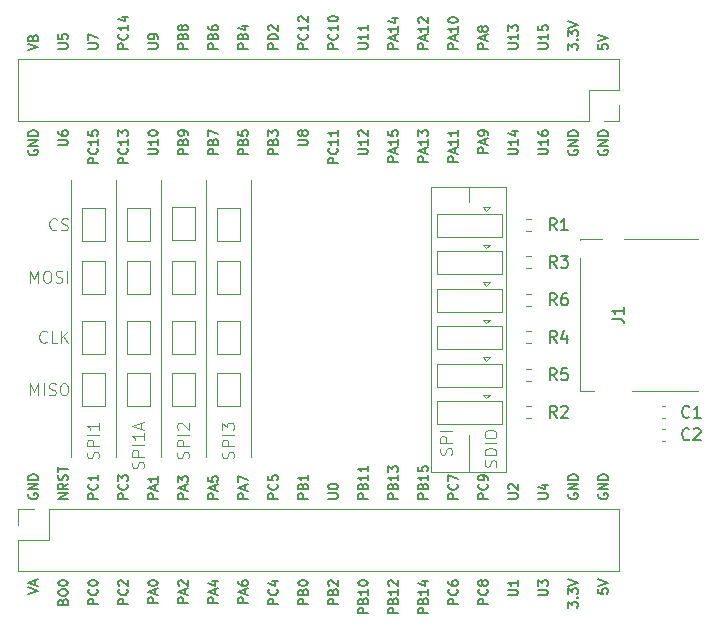
<source format=gbr>
%TF.GenerationSoftware,KiCad,Pcbnew,9.0.2+dfsg-1*%
%TF.CreationDate,2025-06-14T15:38:45+08:00*%
%TF.ProjectId,sd,73642e6b-6963-4616-945f-706362585858,rev?*%
%TF.SameCoordinates,Original*%
%TF.FileFunction,Legend,Top*%
%TF.FilePolarity,Positive*%
%FSLAX46Y46*%
G04 Gerber Fmt 4.6, Leading zero omitted, Abs format (unit mm)*
G04 Created by KiCad (PCBNEW 9.0.2+dfsg-1) date 2025-06-14 15:38:45*
%MOMM*%
%LPD*%
G01*
G04 APERTURE LIST*
%ADD10C,0.100000*%
%ADD11C,0.150000*%
%ADD12C,0.120000*%
G04 APERTURE END LIST*
D10*
X171450000Y-84455000D02*
X171450000Y-85725000D01*
X145415000Y-107315000D02*
X145415000Y-83820000D01*
X168275000Y-84455000D02*
X168275000Y-108585000D01*
X149225000Y-107315000D02*
X149225000Y-83820000D01*
X171450000Y-84455000D02*
X168275000Y-84455000D01*
X174625000Y-84455000D02*
X171450000Y-84455000D01*
X153035000Y-107315000D02*
X153035000Y-83820000D01*
X171450000Y-105410000D02*
X171450000Y-108585000D01*
X168275000Y-108585000D02*
X171450000Y-108585000D01*
X174625000Y-108585000D02*
X174625000Y-84455000D01*
X171450000Y-108585000D02*
X174625000Y-108585000D01*
X141605000Y-107315000D02*
X141605000Y-83820000D01*
X137795000Y-107315000D02*
X137795000Y-83820000D01*
X134348259Y-102057419D02*
X134348259Y-101057419D01*
X134348259Y-101057419D02*
X134681592Y-101771704D01*
X134681592Y-101771704D02*
X135014925Y-101057419D01*
X135014925Y-101057419D02*
X135014925Y-102057419D01*
X135491116Y-102057419D02*
X135491116Y-101057419D01*
X135919687Y-102009800D02*
X136062544Y-102057419D01*
X136062544Y-102057419D02*
X136300639Y-102057419D01*
X136300639Y-102057419D02*
X136395877Y-102009800D01*
X136395877Y-102009800D02*
X136443496Y-101962180D01*
X136443496Y-101962180D02*
X136491115Y-101866942D01*
X136491115Y-101866942D02*
X136491115Y-101771704D01*
X136491115Y-101771704D02*
X136443496Y-101676466D01*
X136443496Y-101676466D02*
X136395877Y-101628847D01*
X136395877Y-101628847D02*
X136300639Y-101581228D01*
X136300639Y-101581228D02*
X136110163Y-101533609D01*
X136110163Y-101533609D02*
X136014925Y-101485990D01*
X136014925Y-101485990D02*
X135967306Y-101438371D01*
X135967306Y-101438371D02*
X135919687Y-101343133D01*
X135919687Y-101343133D02*
X135919687Y-101247895D01*
X135919687Y-101247895D02*
X135967306Y-101152657D01*
X135967306Y-101152657D02*
X136014925Y-101105038D01*
X136014925Y-101105038D02*
X136110163Y-101057419D01*
X136110163Y-101057419D02*
X136348258Y-101057419D01*
X136348258Y-101057419D02*
X136491115Y-101105038D01*
X137110163Y-101057419D02*
X137300639Y-101057419D01*
X137300639Y-101057419D02*
X137395877Y-101105038D01*
X137395877Y-101105038D02*
X137491115Y-101200276D01*
X137491115Y-101200276D02*
X137538734Y-101390752D01*
X137538734Y-101390752D02*
X137538734Y-101724085D01*
X137538734Y-101724085D02*
X137491115Y-101914561D01*
X137491115Y-101914561D02*
X137395877Y-102009800D01*
X137395877Y-102009800D02*
X137300639Y-102057419D01*
X137300639Y-102057419D02*
X137110163Y-102057419D01*
X137110163Y-102057419D02*
X137014925Y-102009800D01*
X137014925Y-102009800D02*
X136919687Y-101914561D01*
X136919687Y-101914561D02*
X136872068Y-101724085D01*
X136872068Y-101724085D02*
X136872068Y-101390752D01*
X136872068Y-101390752D02*
X136919687Y-101200276D01*
X136919687Y-101200276D02*
X137014925Y-101105038D01*
X137014925Y-101105038D02*
X137110163Y-101057419D01*
X140109800Y-107396264D02*
X140157419Y-107253407D01*
X140157419Y-107253407D02*
X140157419Y-107015312D01*
X140157419Y-107015312D02*
X140109800Y-106920074D01*
X140109800Y-106920074D02*
X140062180Y-106872455D01*
X140062180Y-106872455D02*
X139966942Y-106824836D01*
X139966942Y-106824836D02*
X139871704Y-106824836D01*
X139871704Y-106824836D02*
X139776466Y-106872455D01*
X139776466Y-106872455D02*
X139728847Y-106920074D01*
X139728847Y-106920074D02*
X139681228Y-107015312D01*
X139681228Y-107015312D02*
X139633609Y-107205788D01*
X139633609Y-107205788D02*
X139585990Y-107301026D01*
X139585990Y-107301026D02*
X139538371Y-107348645D01*
X139538371Y-107348645D02*
X139443133Y-107396264D01*
X139443133Y-107396264D02*
X139347895Y-107396264D01*
X139347895Y-107396264D02*
X139252657Y-107348645D01*
X139252657Y-107348645D02*
X139205038Y-107301026D01*
X139205038Y-107301026D02*
X139157419Y-107205788D01*
X139157419Y-107205788D02*
X139157419Y-106967693D01*
X139157419Y-106967693D02*
X139205038Y-106824836D01*
X140157419Y-106396264D02*
X139157419Y-106396264D01*
X139157419Y-106396264D02*
X139157419Y-106015312D01*
X139157419Y-106015312D02*
X139205038Y-105920074D01*
X139205038Y-105920074D02*
X139252657Y-105872455D01*
X139252657Y-105872455D02*
X139347895Y-105824836D01*
X139347895Y-105824836D02*
X139490752Y-105824836D01*
X139490752Y-105824836D02*
X139585990Y-105872455D01*
X139585990Y-105872455D02*
X139633609Y-105920074D01*
X139633609Y-105920074D02*
X139681228Y-106015312D01*
X139681228Y-106015312D02*
X139681228Y-106396264D01*
X140157419Y-105396264D02*
X139157419Y-105396264D01*
X140157419Y-104396265D02*
X140157419Y-104967693D01*
X140157419Y-104681979D02*
X139157419Y-104681979D01*
X139157419Y-104681979D02*
X139300276Y-104777217D01*
X139300276Y-104777217D02*
X139395514Y-104872455D01*
X139395514Y-104872455D02*
X139443133Y-104967693D01*
X135729210Y-97517180D02*
X135681591Y-97564800D01*
X135681591Y-97564800D02*
X135538734Y-97612419D01*
X135538734Y-97612419D02*
X135443496Y-97612419D01*
X135443496Y-97612419D02*
X135300639Y-97564800D01*
X135300639Y-97564800D02*
X135205401Y-97469561D01*
X135205401Y-97469561D02*
X135157782Y-97374323D01*
X135157782Y-97374323D02*
X135110163Y-97183847D01*
X135110163Y-97183847D02*
X135110163Y-97040990D01*
X135110163Y-97040990D02*
X135157782Y-96850514D01*
X135157782Y-96850514D02*
X135205401Y-96755276D01*
X135205401Y-96755276D02*
X135300639Y-96660038D01*
X135300639Y-96660038D02*
X135443496Y-96612419D01*
X135443496Y-96612419D02*
X135538734Y-96612419D01*
X135538734Y-96612419D02*
X135681591Y-96660038D01*
X135681591Y-96660038D02*
X135729210Y-96707657D01*
X136633972Y-97612419D02*
X136157782Y-97612419D01*
X136157782Y-97612419D02*
X136157782Y-96612419D01*
X136967306Y-97612419D02*
X136967306Y-96612419D01*
X137538734Y-97612419D02*
X137110163Y-97040990D01*
X137538734Y-96612419D02*
X136967306Y-97183847D01*
X136586353Y-87992180D02*
X136538734Y-88039800D01*
X136538734Y-88039800D02*
X136395877Y-88087419D01*
X136395877Y-88087419D02*
X136300639Y-88087419D01*
X136300639Y-88087419D02*
X136157782Y-88039800D01*
X136157782Y-88039800D02*
X136062544Y-87944561D01*
X136062544Y-87944561D02*
X136014925Y-87849323D01*
X136014925Y-87849323D02*
X135967306Y-87658847D01*
X135967306Y-87658847D02*
X135967306Y-87515990D01*
X135967306Y-87515990D02*
X136014925Y-87325514D01*
X136014925Y-87325514D02*
X136062544Y-87230276D01*
X136062544Y-87230276D02*
X136157782Y-87135038D01*
X136157782Y-87135038D02*
X136300639Y-87087419D01*
X136300639Y-87087419D02*
X136395877Y-87087419D01*
X136395877Y-87087419D02*
X136538734Y-87135038D01*
X136538734Y-87135038D02*
X136586353Y-87182657D01*
X136967306Y-88039800D02*
X137110163Y-88087419D01*
X137110163Y-88087419D02*
X137348258Y-88087419D01*
X137348258Y-88087419D02*
X137443496Y-88039800D01*
X137443496Y-88039800D02*
X137491115Y-87992180D01*
X137491115Y-87992180D02*
X137538734Y-87896942D01*
X137538734Y-87896942D02*
X137538734Y-87801704D01*
X137538734Y-87801704D02*
X137491115Y-87706466D01*
X137491115Y-87706466D02*
X137443496Y-87658847D01*
X137443496Y-87658847D02*
X137348258Y-87611228D01*
X137348258Y-87611228D02*
X137157782Y-87563609D01*
X137157782Y-87563609D02*
X137062544Y-87515990D01*
X137062544Y-87515990D02*
X137014925Y-87468371D01*
X137014925Y-87468371D02*
X136967306Y-87373133D01*
X136967306Y-87373133D02*
X136967306Y-87277895D01*
X136967306Y-87277895D02*
X137014925Y-87182657D01*
X137014925Y-87182657D02*
X137062544Y-87135038D01*
X137062544Y-87135038D02*
X137157782Y-87087419D01*
X137157782Y-87087419D02*
X137395877Y-87087419D01*
X137395877Y-87087419D02*
X137538734Y-87135038D01*
X147729800Y-107396264D02*
X147777419Y-107253407D01*
X147777419Y-107253407D02*
X147777419Y-107015312D01*
X147777419Y-107015312D02*
X147729800Y-106920074D01*
X147729800Y-106920074D02*
X147682180Y-106872455D01*
X147682180Y-106872455D02*
X147586942Y-106824836D01*
X147586942Y-106824836D02*
X147491704Y-106824836D01*
X147491704Y-106824836D02*
X147396466Y-106872455D01*
X147396466Y-106872455D02*
X147348847Y-106920074D01*
X147348847Y-106920074D02*
X147301228Y-107015312D01*
X147301228Y-107015312D02*
X147253609Y-107205788D01*
X147253609Y-107205788D02*
X147205990Y-107301026D01*
X147205990Y-107301026D02*
X147158371Y-107348645D01*
X147158371Y-107348645D02*
X147063133Y-107396264D01*
X147063133Y-107396264D02*
X146967895Y-107396264D01*
X146967895Y-107396264D02*
X146872657Y-107348645D01*
X146872657Y-107348645D02*
X146825038Y-107301026D01*
X146825038Y-107301026D02*
X146777419Y-107205788D01*
X146777419Y-107205788D02*
X146777419Y-106967693D01*
X146777419Y-106967693D02*
X146825038Y-106824836D01*
X147777419Y-106396264D02*
X146777419Y-106396264D01*
X146777419Y-106396264D02*
X146777419Y-106015312D01*
X146777419Y-106015312D02*
X146825038Y-105920074D01*
X146825038Y-105920074D02*
X146872657Y-105872455D01*
X146872657Y-105872455D02*
X146967895Y-105824836D01*
X146967895Y-105824836D02*
X147110752Y-105824836D01*
X147110752Y-105824836D02*
X147205990Y-105872455D01*
X147205990Y-105872455D02*
X147253609Y-105920074D01*
X147253609Y-105920074D02*
X147301228Y-106015312D01*
X147301228Y-106015312D02*
X147301228Y-106396264D01*
X147777419Y-105396264D02*
X146777419Y-105396264D01*
X146872657Y-104967693D02*
X146825038Y-104920074D01*
X146825038Y-104920074D02*
X146777419Y-104824836D01*
X146777419Y-104824836D02*
X146777419Y-104586741D01*
X146777419Y-104586741D02*
X146825038Y-104491503D01*
X146825038Y-104491503D02*
X146872657Y-104443884D01*
X146872657Y-104443884D02*
X146967895Y-104396265D01*
X146967895Y-104396265D02*
X147063133Y-104396265D01*
X147063133Y-104396265D02*
X147205990Y-104443884D01*
X147205990Y-104443884D02*
X147777419Y-105015312D01*
X147777419Y-105015312D02*
X147777419Y-104396265D01*
X170004800Y-107078883D02*
X170052419Y-106936026D01*
X170052419Y-106936026D02*
X170052419Y-106697931D01*
X170052419Y-106697931D02*
X170004800Y-106602693D01*
X170004800Y-106602693D02*
X169957180Y-106555074D01*
X169957180Y-106555074D02*
X169861942Y-106507455D01*
X169861942Y-106507455D02*
X169766704Y-106507455D01*
X169766704Y-106507455D02*
X169671466Y-106555074D01*
X169671466Y-106555074D02*
X169623847Y-106602693D01*
X169623847Y-106602693D02*
X169576228Y-106697931D01*
X169576228Y-106697931D02*
X169528609Y-106888407D01*
X169528609Y-106888407D02*
X169480990Y-106983645D01*
X169480990Y-106983645D02*
X169433371Y-107031264D01*
X169433371Y-107031264D02*
X169338133Y-107078883D01*
X169338133Y-107078883D02*
X169242895Y-107078883D01*
X169242895Y-107078883D02*
X169147657Y-107031264D01*
X169147657Y-107031264D02*
X169100038Y-106983645D01*
X169100038Y-106983645D02*
X169052419Y-106888407D01*
X169052419Y-106888407D02*
X169052419Y-106650312D01*
X169052419Y-106650312D02*
X169100038Y-106507455D01*
X170052419Y-106078883D02*
X169052419Y-106078883D01*
X169052419Y-106078883D02*
X169052419Y-105697931D01*
X169052419Y-105697931D02*
X169100038Y-105602693D01*
X169100038Y-105602693D02*
X169147657Y-105555074D01*
X169147657Y-105555074D02*
X169242895Y-105507455D01*
X169242895Y-105507455D02*
X169385752Y-105507455D01*
X169385752Y-105507455D02*
X169480990Y-105555074D01*
X169480990Y-105555074D02*
X169528609Y-105602693D01*
X169528609Y-105602693D02*
X169576228Y-105697931D01*
X169576228Y-105697931D02*
X169576228Y-106078883D01*
X170052419Y-105078883D02*
X169052419Y-105078883D01*
X134348259Y-92532419D02*
X134348259Y-91532419D01*
X134348259Y-91532419D02*
X134681592Y-92246704D01*
X134681592Y-92246704D02*
X135014925Y-91532419D01*
X135014925Y-91532419D02*
X135014925Y-92532419D01*
X135681592Y-91532419D02*
X135872068Y-91532419D01*
X135872068Y-91532419D02*
X135967306Y-91580038D01*
X135967306Y-91580038D02*
X136062544Y-91675276D01*
X136062544Y-91675276D02*
X136110163Y-91865752D01*
X136110163Y-91865752D02*
X136110163Y-92199085D01*
X136110163Y-92199085D02*
X136062544Y-92389561D01*
X136062544Y-92389561D02*
X135967306Y-92484800D01*
X135967306Y-92484800D02*
X135872068Y-92532419D01*
X135872068Y-92532419D02*
X135681592Y-92532419D01*
X135681592Y-92532419D02*
X135586354Y-92484800D01*
X135586354Y-92484800D02*
X135491116Y-92389561D01*
X135491116Y-92389561D02*
X135443497Y-92199085D01*
X135443497Y-92199085D02*
X135443497Y-91865752D01*
X135443497Y-91865752D02*
X135491116Y-91675276D01*
X135491116Y-91675276D02*
X135586354Y-91580038D01*
X135586354Y-91580038D02*
X135681592Y-91532419D01*
X136491116Y-92484800D02*
X136633973Y-92532419D01*
X136633973Y-92532419D02*
X136872068Y-92532419D01*
X136872068Y-92532419D02*
X136967306Y-92484800D01*
X136967306Y-92484800D02*
X137014925Y-92437180D01*
X137014925Y-92437180D02*
X137062544Y-92341942D01*
X137062544Y-92341942D02*
X137062544Y-92246704D01*
X137062544Y-92246704D02*
X137014925Y-92151466D01*
X137014925Y-92151466D02*
X136967306Y-92103847D01*
X136967306Y-92103847D02*
X136872068Y-92056228D01*
X136872068Y-92056228D02*
X136681592Y-92008609D01*
X136681592Y-92008609D02*
X136586354Y-91960990D01*
X136586354Y-91960990D02*
X136538735Y-91913371D01*
X136538735Y-91913371D02*
X136491116Y-91818133D01*
X136491116Y-91818133D02*
X136491116Y-91722895D01*
X136491116Y-91722895D02*
X136538735Y-91627657D01*
X136538735Y-91627657D02*
X136586354Y-91580038D01*
X136586354Y-91580038D02*
X136681592Y-91532419D01*
X136681592Y-91532419D02*
X136919687Y-91532419D01*
X136919687Y-91532419D02*
X137062544Y-91580038D01*
X137491116Y-92532419D02*
X137491116Y-91532419D01*
X173764800Y-108126502D02*
X173812419Y-107983645D01*
X173812419Y-107983645D02*
X173812419Y-107745550D01*
X173812419Y-107745550D02*
X173764800Y-107650312D01*
X173764800Y-107650312D02*
X173717180Y-107602693D01*
X173717180Y-107602693D02*
X173621942Y-107555074D01*
X173621942Y-107555074D02*
X173526704Y-107555074D01*
X173526704Y-107555074D02*
X173431466Y-107602693D01*
X173431466Y-107602693D02*
X173383847Y-107650312D01*
X173383847Y-107650312D02*
X173336228Y-107745550D01*
X173336228Y-107745550D02*
X173288609Y-107936026D01*
X173288609Y-107936026D02*
X173240990Y-108031264D01*
X173240990Y-108031264D02*
X173193371Y-108078883D01*
X173193371Y-108078883D02*
X173098133Y-108126502D01*
X173098133Y-108126502D02*
X173002895Y-108126502D01*
X173002895Y-108126502D02*
X172907657Y-108078883D01*
X172907657Y-108078883D02*
X172860038Y-108031264D01*
X172860038Y-108031264D02*
X172812419Y-107936026D01*
X172812419Y-107936026D02*
X172812419Y-107697931D01*
X172812419Y-107697931D02*
X172860038Y-107555074D01*
X173812419Y-107126502D02*
X172812419Y-107126502D01*
X172812419Y-107126502D02*
X172812419Y-106888407D01*
X172812419Y-106888407D02*
X172860038Y-106745550D01*
X172860038Y-106745550D02*
X172955276Y-106650312D01*
X172955276Y-106650312D02*
X173050514Y-106602693D01*
X173050514Y-106602693D02*
X173240990Y-106555074D01*
X173240990Y-106555074D02*
X173383847Y-106555074D01*
X173383847Y-106555074D02*
X173574323Y-106602693D01*
X173574323Y-106602693D02*
X173669561Y-106650312D01*
X173669561Y-106650312D02*
X173764800Y-106745550D01*
X173764800Y-106745550D02*
X173812419Y-106888407D01*
X173812419Y-106888407D02*
X173812419Y-107126502D01*
X173812419Y-106126502D02*
X172812419Y-106126502D01*
X172812419Y-105459836D02*
X172812419Y-105269360D01*
X172812419Y-105269360D02*
X172860038Y-105174122D01*
X172860038Y-105174122D02*
X172955276Y-105078884D01*
X172955276Y-105078884D02*
X173145752Y-105031265D01*
X173145752Y-105031265D02*
X173479085Y-105031265D01*
X173479085Y-105031265D02*
X173669561Y-105078884D01*
X173669561Y-105078884D02*
X173764800Y-105174122D01*
X173764800Y-105174122D02*
X173812419Y-105269360D01*
X173812419Y-105269360D02*
X173812419Y-105459836D01*
X173812419Y-105459836D02*
X173764800Y-105555074D01*
X173764800Y-105555074D02*
X173669561Y-105650312D01*
X173669561Y-105650312D02*
X173479085Y-105697931D01*
X173479085Y-105697931D02*
X173145752Y-105697931D01*
X173145752Y-105697931D02*
X172955276Y-105650312D01*
X172955276Y-105650312D02*
X172860038Y-105555074D01*
X172860038Y-105555074D02*
X172812419Y-105459836D01*
X143919800Y-108253407D02*
X143967419Y-108110550D01*
X143967419Y-108110550D02*
X143967419Y-107872455D01*
X143967419Y-107872455D02*
X143919800Y-107777217D01*
X143919800Y-107777217D02*
X143872180Y-107729598D01*
X143872180Y-107729598D02*
X143776942Y-107681979D01*
X143776942Y-107681979D02*
X143681704Y-107681979D01*
X143681704Y-107681979D02*
X143586466Y-107729598D01*
X143586466Y-107729598D02*
X143538847Y-107777217D01*
X143538847Y-107777217D02*
X143491228Y-107872455D01*
X143491228Y-107872455D02*
X143443609Y-108062931D01*
X143443609Y-108062931D02*
X143395990Y-108158169D01*
X143395990Y-108158169D02*
X143348371Y-108205788D01*
X143348371Y-108205788D02*
X143253133Y-108253407D01*
X143253133Y-108253407D02*
X143157895Y-108253407D01*
X143157895Y-108253407D02*
X143062657Y-108205788D01*
X143062657Y-108205788D02*
X143015038Y-108158169D01*
X143015038Y-108158169D02*
X142967419Y-108062931D01*
X142967419Y-108062931D02*
X142967419Y-107824836D01*
X142967419Y-107824836D02*
X143015038Y-107681979D01*
X143967419Y-107253407D02*
X142967419Y-107253407D01*
X142967419Y-107253407D02*
X142967419Y-106872455D01*
X142967419Y-106872455D02*
X143015038Y-106777217D01*
X143015038Y-106777217D02*
X143062657Y-106729598D01*
X143062657Y-106729598D02*
X143157895Y-106681979D01*
X143157895Y-106681979D02*
X143300752Y-106681979D01*
X143300752Y-106681979D02*
X143395990Y-106729598D01*
X143395990Y-106729598D02*
X143443609Y-106777217D01*
X143443609Y-106777217D02*
X143491228Y-106872455D01*
X143491228Y-106872455D02*
X143491228Y-107253407D01*
X143967419Y-106253407D02*
X142967419Y-106253407D01*
X143967419Y-105253408D02*
X143967419Y-105824836D01*
X143967419Y-105539122D02*
X142967419Y-105539122D01*
X142967419Y-105539122D02*
X143110276Y-105634360D01*
X143110276Y-105634360D02*
X143205514Y-105729598D01*
X143205514Y-105729598D02*
X143253133Y-105824836D01*
X143681704Y-104872455D02*
X143681704Y-104396265D01*
X143967419Y-104967693D02*
X142967419Y-104634360D01*
X142967419Y-104634360D02*
X143967419Y-104301027D01*
X151539800Y-107396264D02*
X151587419Y-107253407D01*
X151587419Y-107253407D02*
X151587419Y-107015312D01*
X151587419Y-107015312D02*
X151539800Y-106920074D01*
X151539800Y-106920074D02*
X151492180Y-106872455D01*
X151492180Y-106872455D02*
X151396942Y-106824836D01*
X151396942Y-106824836D02*
X151301704Y-106824836D01*
X151301704Y-106824836D02*
X151206466Y-106872455D01*
X151206466Y-106872455D02*
X151158847Y-106920074D01*
X151158847Y-106920074D02*
X151111228Y-107015312D01*
X151111228Y-107015312D02*
X151063609Y-107205788D01*
X151063609Y-107205788D02*
X151015990Y-107301026D01*
X151015990Y-107301026D02*
X150968371Y-107348645D01*
X150968371Y-107348645D02*
X150873133Y-107396264D01*
X150873133Y-107396264D02*
X150777895Y-107396264D01*
X150777895Y-107396264D02*
X150682657Y-107348645D01*
X150682657Y-107348645D02*
X150635038Y-107301026D01*
X150635038Y-107301026D02*
X150587419Y-107205788D01*
X150587419Y-107205788D02*
X150587419Y-106967693D01*
X150587419Y-106967693D02*
X150635038Y-106824836D01*
X151587419Y-106396264D02*
X150587419Y-106396264D01*
X150587419Y-106396264D02*
X150587419Y-106015312D01*
X150587419Y-106015312D02*
X150635038Y-105920074D01*
X150635038Y-105920074D02*
X150682657Y-105872455D01*
X150682657Y-105872455D02*
X150777895Y-105824836D01*
X150777895Y-105824836D02*
X150920752Y-105824836D01*
X150920752Y-105824836D02*
X151015990Y-105872455D01*
X151015990Y-105872455D02*
X151063609Y-105920074D01*
X151063609Y-105920074D02*
X151111228Y-106015312D01*
X151111228Y-106015312D02*
X151111228Y-106396264D01*
X151587419Y-105396264D02*
X150587419Y-105396264D01*
X150587419Y-105015312D02*
X150587419Y-104396265D01*
X150587419Y-104396265D02*
X150968371Y-104729598D01*
X150968371Y-104729598D02*
X150968371Y-104586741D01*
X150968371Y-104586741D02*
X151015990Y-104491503D01*
X151015990Y-104491503D02*
X151063609Y-104443884D01*
X151063609Y-104443884D02*
X151158847Y-104396265D01*
X151158847Y-104396265D02*
X151396942Y-104396265D01*
X151396942Y-104396265D02*
X151492180Y-104443884D01*
X151492180Y-104443884D02*
X151539800Y-104491503D01*
X151539800Y-104491503D02*
X151587419Y-104586741D01*
X151587419Y-104586741D02*
X151587419Y-104872455D01*
X151587419Y-104872455D02*
X151539800Y-104967693D01*
X151539800Y-104967693D02*
X151492180Y-105015312D01*
D11*
X178903333Y-100784819D02*
X178570000Y-100308628D01*
X178331905Y-100784819D02*
X178331905Y-99784819D01*
X178331905Y-99784819D02*
X178712857Y-99784819D01*
X178712857Y-99784819D02*
X178808095Y-99832438D01*
X178808095Y-99832438D02*
X178855714Y-99880057D01*
X178855714Y-99880057D02*
X178903333Y-99975295D01*
X178903333Y-99975295D02*
X178903333Y-100118152D01*
X178903333Y-100118152D02*
X178855714Y-100213390D01*
X178855714Y-100213390D02*
X178808095Y-100261009D01*
X178808095Y-100261009D02*
X178712857Y-100308628D01*
X178712857Y-100308628D02*
X178331905Y-100308628D01*
X179808095Y-99784819D02*
X179331905Y-99784819D01*
X179331905Y-99784819D02*
X179284286Y-100261009D01*
X179284286Y-100261009D02*
X179331905Y-100213390D01*
X179331905Y-100213390D02*
X179427143Y-100165771D01*
X179427143Y-100165771D02*
X179665238Y-100165771D01*
X179665238Y-100165771D02*
X179760476Y-100213390D01*
X179760476Y-100213390D02*
X179808095Y-100261009D01*
X179808095Y-100261009D02*
X179855714Y-100356247D01*
X179855714Y-100356247D02*
X179855714Y-100594342D01*
X179855714Y-100594342D02*
X179808095Y-100689580D01*
X179808095Y-100689580D02*
X179760476Y-100737200D01*
X179760476Y-100737200D02*
X179665238Y-100784819D01*
X179665238Y-100784819D02*
X179427143Y-100784819D01*
X179427143Y-100784819D02*
X179331905Y-100737200D01*
X179331905Y-100737200D02*
X179284286Y-100689580D01*
X183604819Y-95603333D02*
X184319104Y-95603333D01*
X184319104Y-95603333D02*
X184461961Y-95650952D01*
X184461961Y-95650952D02*
X184557200Y-95746190D01*
X184557200Y-95746190D02*
X184604819Y-95889047D01*
X184604819Y-95889047D02*
X184604819Y-95984285D01*
X184604819Y-94603333D02*
X184604819Y-95174761D01*
X184604819Y-94889047D02*
X183604819Y-94889047D01*
X183604819Y-94889047D02*
X183747676Y-94984285D01*
X183747676Y-94984285D02*
X183842914Y-95079523D01*
X183842914Y-95079523D02*
X183890533Y-95174761D01*
X178903333Y-88084819D02*
X178570000Y-87608628D01*
X178331905Y-88084819D02*
X178331905Y-87084819D01*
X178331905Y-87084819D02*
X178712857Y-87084819D01*
X178712857Y-87084819D02*
X178808095Y-87132438D01*
X178808095Y-87132438D02*
X178855714Y-87180057D01*
X178855714Y-87180057D02*
X178903333Y-87275295D01*
X178903333Y-87275295D02*
X178903333Y-87418152D01*
X178903333Y-87418152D02*
X178855714Y-87513390D01*
X178855714Y-87513390D02*
X178808095Y-87561009D01*
X178808095Y-87561009D02*
X178712857Y-87608628D01*
X178712857Y-87608628D02*
X178331905Y-87608628D01*
X179855714Y-88084819D02*
X179284286Y-88084819D01*
X179570000Y-88084819D02*
X179570000Y-87084819D01*
X179570000Y-87084819D02*
X179474762Y-87227676D01*
X179474762Y-87227676D02*
X179379524Y-87322914D01*
X179379524Y-87322914D02*
X179284286Y-87370533D01*
X178903333Y-103959819D02*
X178570000Y-103483628D01*
X178331905Y-103959819D02*
X178331905Y-102959819D01*
X178331905Y-102959819D02*
X178712857Y-102959819D01*
X178712857Y-102959819D02*
X178808095Y-103007438D01*
X178808095Y-103007438D02*
X178855714Y-103055057D01*
X178855714Y-103055057D02*
X178903333Y-103150295D01*
X178903333Y-103150295D02*
X178903333Y-103293152D01*
X178903333Y-103293152D02*
X178855714Y-103388390D01*
X178855714Y-103388390D02*
X178808095Y-103436009D01*
X178808095Y-103436009D02*
X178712857Y-103483628D01*
X178712857Y-103483628D02*
X178331905Y-103483628D01*
X179284286Y-103055057D02*
X179331905Y-103007438D01*
X179331905Y-103007438D02*
X179427143Y-102959819D01*
X179427143Y-102959819D02*
X179665238Y-102959819D01*
X179665238Y-102959819D02*
X179760476Y-103007438D01*
X179760476Y-103007438D02*
X179808095Y-103055057D01*
X179808095Y-103055057D02*
X179855714Y-103150295D01*
X179855714Y-103150295D02*
X179855714Y-103245533D01*
X179855714Y-103245533D02*
X179808095Y-103388390D01*
X179808095Y-103388390D02*
X179236667Y-103959819D01*
X179236667Y-103959819D02*
X179855714Y-103959819D01*
X178903333Y-94434819D02*
X178570000Y-93958628D01*
X178331905Y-94434819D02*
X178331905Y-93434819D01*
X178331905Y-93434819D02*
X178712857Y-93434819D01*
X178712857Y-93434819D02*
X178808095Y-93482438D01*
X178808095Y-93482438D02*
X178855714Y-93530057D01*
X178855714Y-93530057D02*
X178903333Y-93625295D01*
X178903333Y-93625295D02*
X178903333Y-93768152D01*
X178903333Y-93768152D02*
X178855714Y-93863390D01*
X178855714Y-93863390D02*
X178808095Y-93911009D01*
X178808095Y-93911009D02*
X178712857Y-93958628D01*
X178712857Y-93958628D02*
X178331905Y-93958628D01*
X179760476Y-93434819D02*
X179570000Y-93434819D01*
X179570000Y-93434819D02*
X179474762Y-93482438D01*
X179474762Y-93482438D02*
X179427143Y-93530057D01*
X179427143Y-93530057D02*
X179331905Y-93672914D01*
X179331905Y-93672914D02*
X179284286Y-93863390D01*
X179284286Y-93863390D02*
X179284286Y-94244342D01*
X179284286Y-94244342D02*
X179331905Y-94339580D01*
X179331905Y-94339580D02*
X179379524Y-94387200D01*
X179379524Y-94387200D02*
X179474762Y-94434819D01*
X179474762Y-94434819D02*
X179665238Y-94434819D01*
X179665238Y-94434819D02*
X179760476Y-94387200D01*
X179760476Y-94387200D02*
X179808095Y-94339580D01*
X179808095Y-94339580D02*
X179855714Y-94244342D01*
X179855714Y-94244342D02*
X179855714Y-94006247D01*
X179855714Y-94006247D02*
X179808095Y-93911009D01*
X179808095Y-93911009D02*
X179760476Y-93863390D01*
X179760476Y-93863390D02*
X179665238Y-93815771D01*
X179665238Y-93815771D02*
X179474762Y-93815771D01*
X179474762Y-93815771D02*
X179379524Y-93863390D01*
X179379524Y-93863390D02*
X179331905Y-93911009D01*
X179331905Y-93911009D02*
X179284286Y-94006247D01*
X178903333Y-97609819D02*
X178570000Y-97133628D01*
X178331905Y-97609819D02*
X178331905Y-96609819D01*
X178331905Y-96609819D02*
X178712857Y-96609819D01*
X178712857Y-96609819D02*
X178808095Y-96657438D01*
X178808095Y-96657438D02*
X178855714Y-96705057D01*
X178855714Y-96705057D02*
X178903333Y-96800295D01*
X178903333Y-96800295D02*
X178903333Y-96943152D01*
X178903333Y-96943152D02*
X178855714Y-97038390D01*
X178855714Y-97038390D02*
X178808095Y-97086009D01*
X178808095Y-97086009D02*
X178712857Y-97133628D01*
X178712857Y-97133628D02*
X178331905Y-97133628D01*
X179760476Y-96943152D02*
X179760476Y-97609819D01*
X179522381Y-96562200D02*
X179284286Y-97276485D01*
X179284286Y-97276485D02*
X179903333Y-97276485D01*
X190138207Y-103864580D02*
X190090588Y-103912200D01*
X190090588Y-103912200D02*
X189947731Y-103959819D01*
X189947731Y-103959819D02*
X189852493Y-103959819D01*
X189852493Y-103959819D02*
X189709636Y-103912200D01*
X189709636Y-103912200D02*
X189614398Y-103816961D01*
X189614398Y-103816961D02*
X189566779Y-103721723D01*
X189566779Y-103721723D02*
X189519160Y-103531247D01*
X189519160Y-103531247D02*
X189519160Y-103388390D01*
X189519160Y-103388390D02*
X189566779Y-103197914D01*
X189566779Y-103197914D02*
X189614398Y-103102676D01*
X189614398Y-103102676D02*
X189709636Y-103007438D01*
X189709636Y-103007438D02*
X189852493Y-102959819D01*
X189852493Y-102959819D02*
X189947731Y-102959819D01*
X189947731Y-102959819D02*
X190090588Y-103007438D01*
X190090588Y-103007438D02*
X190138207Y-103055057D01*
X191090588Y-103959819D02*
X190519160Y-103959819D01*
X190804874Y-103959819D02*
X190804874Y-102959819D01*
X190804874Y-102959819D02*
X190709636Y-103102676D01*
X190709636Y-103102676D02*
X190614398Y-103197914D01*
X190614398Y-103197914D02*
X190519160Y-103245533D01*
X178903333Y-91259819D02*
X178570000Y-90783628D01*
X178331905Y-91259819D02*
X178331905Y-90259819D01*
X178331905Y-90259819D02*
X178712857Y-90259819D01*
X178712857Y-90259819D02*
X178808095Y-90307438D01*
X178808095Y-90307438D02*
X178855714Y-90355057D01*
X178855714Y-90355057D02*
X178903333Y-90450295D01*
X178903333Y-90450295D02*
X178903333Y-90593152D01*
X178903333Y-90593152D02*
X178855714Y-90688390D01*
X178855714Y-90688390D02*
X178808095Y-90736009D01*
X178808095Y-90736009D02*
X178712857Y-90783628D01*
X178712857Y-90783628D02*
X178331905Y-90783628D01*
X179236667Y-90259819D02*
X179855714Y-90259819D01*
X179855714Y-90259819D02*
X179522381Y-90640771D01*
X179522381Y-90640771D02*
X179665238Y-90640771D01*
X179665238Y-90640771D02*
X179760476Y-90688390D01*
X179760476Y-90688390D02*
X179808095Y-90736009D01*
X179808095Y-90736009D02*
X179855714Y-90831247D01*
X179855714Y-90831247D02*
X179855714Y-91069342D01*
X179855714Y-91069342D02*
X179808095Y-91164580D01*
X179808095Y-91164580D02*
X179760476Y-91212200D01*
X179760476Y-91212200D02*
X179665238Y-91259819D01*
X179665238Y-91259819D02*
X179379524Y-91259819D01*
X179379524Y-91259819D02*
X179284286Y-91212200D01*
X179284286Y-91212200D02*
X179236667Y-91164580D01*
X190138207Y-105769580D02*
X190090588Y-105817200D01*
X190090588Y-105817200D02*
X189947731Y-105864819D01*
X189947731Y-105864819D02*
X189852493Y-105864819D01*
X189852493Y-105864819D02*
X189709636Y-105817200D01*
X189709636Y-105817200D02*
X189614398Y-105721961D01*
X189614398Y-105721961D02*
X189566779Y-105626723D01*
X189566779Y-105626723D02*
X189519160Y-105436247D01*
X189519160Y-105436247D02*
X189519160Y-105293390D01*
X189519160Y-105293390D02*
X189566779Y-105102914D01*
X189566779Y-105102914D02*
X189614398Y-105007676D01*
X189614398Y-105007676D02*
X189709636Y-104912438D01*
X189709636Y-104912438D02*
X189852493Y-104864819D01*
X189852493Y-104864819D02*
X189947731Y-104864819D01*
X189947731Y-104864819D02*
X190090588Y-104912438D01*
X190090588Y-104912438D02*
X190138207Y-104960057D01*
X190519160Y-104960057D02*
X190566779Y-104912438D01*
X190566779Y-104912438D02*
X190662017Y-104864819D01*
X190662017Y-104864819D02*
X190900112Y-104864819D01*
X190900112Y-104864819D02*
X190995350Y-104912438D01*
X190995350Y-104912438D02*
X191042969Y-104960057D01*
X191042969Y-104960057D02*
X191090588Y-105055295D01*
X191090588Y-105055295D02*
X191090588Y-105150533D01*
X191090588Y-105150533D02*
X191042969Y-105293390D01*
X191042969Y-105293390D02*
X190471541Y-105864819D01*
X190471541Y-105864819D02*
X191090588Y-105864819D01*
X162122295Y-72735839D02*
X162769914Y-72735839D01*
X162769914Y-72735839D02*
X162846104Y-72697744D01*
X162846104Y-72697744D02*
X162884200Y-72659649D01*
X162884200Y-72659649D02*
X162922295Y-72583458D01*
X162922295Y-72583458D02*
X162922295Y-72431077D01*
X162922295Y-72431077D02*
X162884200Y-72354887D01*
X162884200Y-72354887D02*
X162846104Y-72316792D01*
X162846104Y-72316792D02*
X162769914Y-72278696D01*
X162769914Y-72278696D02*
X162122295Y-72278696D01*
X162922295Y-71478697D02*
X162922295Y-71935840D01*
X162922295Y-71707268D02*
X162122295Y-71707268D01*
X162122295Y-71707268D02*
X162236580Y-71783459D01*
X162236580Y-71783459D02*
X162312771Y-71859649D01*
X162312771Y-71859649D02*
X162350866Y-71935840D01*
X162922295Y-70716792D02*
X162922295Y-71173935D01*
X162922295Y-70945363D02*
X162122295Y-70945363D01*
X162122295Y-70945363D02*
X162236580Y-71021554D01*
X162236580Y-71021554D02*
X162312771Y-71097744D01*
X162312771Y-71097744D02*
X162350866Y-71173935D01*
X152762295Y-81645112D02*
X151962295Y-81645112D01*
X151962295Y-81645112D02*
X151962295Y-81340350D01*
X151962295Y-81340350D02*
X152000390Y-81264160D01*
X152000390Y-81264160D02*
X152038485Y-81226065D01*
X152038485Y-81226065D02*
X152114676Y-81187969D01*
X152114676Y-81187969D02*
X152228961Y-81187969D01*
X152228961Y-81187969D02*
X152305152Y-81226065D01*
X152305152Y-81226065D02*
X152343247Y-81264160D01*
X152343247Y-81264160D02*
X152381342Y-81340350D01*
X152381342Y-81340350D02*
X152381342Y-81645112D01*
X152343247Y-80578446D02*
X152381342Y-80464160D01*
X152381342Y-80464160D02*
X152419438Y-80426065D01*
X152419438Y-80426065D02*
X152495628Y-80387969D01*
X152495628Y-80387969D02*
X152609914Y-80387969D01*
X152609914Y-80387969D02*
X152686104Y-80426065D01*
X152686104Y-80426065D02*
X152724200Y-80464160D01*
X152724200Y-80464160D02*
X152762295Y-80540350D01*
X152762295Y-80540350D02*
X152762295Y-80845112D01*
X152762295Y-80845112D02*
X151962295Y-80845112D01*
X151962295Y-80845112D02*
X151962295Y-80578446D01*
X151962295Y-80578446D02*
X152000390Y-80502255D01*
X152000390Y-80502255D02*
X152038485Y-80464160D01*
X152038485Y-80464160D02*
X152114676Y-80426065D01*
X152114676Y-80426065D02*
X152190866Y-80426065D01*
X152190866Y-80426065D02*
X152267057Y-80464160D01*
X152267057Y-80464160D02*
X152305152Y-80502255D01*
X152305152Y-80502255D02*
X152343247Y-80578446D01*
X152343247Y-80578446D02*
X152343247Y-80845112D01*
X151962295Y-79664160D02*
X151962295Y-80045112D01*
X151962295Y-80045112D02*
X152343247Y-80083208D01*
X152343247Y-80083208D02*
X152305152Y-80045112D01*
X152305152Y-80045112D02*
X152267057Y-79968922D01*
X152267057Y-79968922D02*
X152267057Y-79778446D01*
X152267057Y-79778446D02*
X152305152Y-79702255D01*
X152305152Y-79702255D02*
X152343247Y-79664160D01*
X152343247Y-79664160D02*
X152419438Y-79626065D01*
X152419438Y-79626065D02*
X152609914Y-79626065D01*
X152609914Y-79626065D02*
X152686104Y-79664160D01*
X152686104Y-79664160D02*
X152724200Y-79702255D01*
X152724200Y-79702255D02*
X152762295Y-79778446D01*
X152762295Y-79778446D02*
X152762295Y-79968922D01*
X152762295Y-79968922D02*
X152724200Y-80045112D01*
X152724200Y-80045112D02*
X152686104Y-80083208D01*
X170542295Y-82292731D02*
X169742295Y-82292731D01*
X169742295Y-82292731D02*
X169742295Y-81987969D01*
X169742295Y-81987969D02*
X169780390Y-81911779D01*
X169780390Y-81911779D02*
X169818485Y-81873684D01*
X169818485Y-81873684D02*
X169894676Y-81835588D01*
X169894676Y-81835588D02*
X170008961Y-81835588D01*
X170008961Y-81835588D02*
X170085152Y-81873684D01*
X170085152Y-81873684D02*
X170123247Y-81911779D01*
X170123247Y-81911779D02*
X170161342Y-81987969D01*
X170161342Y-81987969D02*
X170161342Y-82292731D01*
X170313723Y-81530827D02*
X170313723Y-81149874D01*
X170542295Y-81607017D02*
X169742295Y-81340350D01*
X169742295Y-81340350D02*
X170542295Y-81073684D01*
X170542295Y-80387970D02*
X170542295Y-80845113D01*
X170542295Y-80616541D02*
X169742295Y-80616541D01*
X169742295Y-80616541D02*
X169856580Y-80692732D01*
X169856580Y-80692732D02*
X169932771Y-80768922D01*
X169932771Y-80768922D02*
X169970866Y-80845113D01*
X170542295Y-79626065D02*
X170542295Y-80083208D01*
X170542295Y-79854636D02*
X169742295Y-79854636D01*
X169742295Y-79854636D02*
X169856580Y-79930827D01*
X169856580Y-79930827D02*
X169932771Y-80007017D01*
X169932771Y-80007017D02*
X169970866Y-80083208D01*
X182480390Y-110416792D02*
X182442295Y-110492982D01*
X182442295Y-110492982D02*
X182442295Y-110607268D01*
X182442295Y-110607268D02*
X182480390Y-110721554D01*
X182480390Y-110721554D02*
X182556580Y-110797744D01*
X182556580Y-110797744D02*
X182632771Y-110835839D01*
X182632771Y-110835839D02*
X182785152Y-110873935D01*
X182785152Y-110873935D02*
X182899438Y-110873935D01*
X182899438Y-110873935D02*
X183051819Y-110835839D01*
X183051819Y-110835839D02*
X183128009Y-110797744D01*
X183128009Y-110797744D02*
X183204200Y-110721554D01*
X183204200Y-110721554D02*
X183242295Y-110607268D01*
X183242295Y-110607268D02*
X183242295Y-110531077D01*
X183242295Y-110531077D02*
X183204200Y-110416792D01*
X183204200Y-110416792D02*
X183166104Y-110378696D01*
X183166104Y-110378696D02*
X182899438Y-110378696D01*
X182899438Y-110378696D02*
X182899438Y-110531077D01*
X183242295Y-110035839D02*
X182442295Y-110035839D01*
X182442295Y-110035839D02*
X183242295Y-109578696D01*
X183242295Y-109578696D02*
X182442295Y-109578696D01*
X183242295Y-109197744D02*
X182442295Y-109197744D01*
X182442295Y-109197744D02*
X182442295Y-109007268D01*
X182442295Y-109007268D02*
X182480390Y-108892982D01*
X182480390Y-108892982D02*
X182556580Y-108816792D01*
X182556580Y-108816792D02*
X182632771Y-108778697D01*
X182632771Y-108778697D02*
X182785152Y-108740601D01*
X182785152Y-108740601D02*
X182899438Y-108740601D01*
X182899438Y-108740601D02*
X183051819Y-108778697D01*
X183051819Y-108778697D02*
X183128009Y-108816792D01*
X183128009Y-108816792D02*
X183204200Y-108892982D01*
X183204200Y-108892982D02*
X183242295Y-109007268D01*
X183242295Y-109007268D02*
X183242295Y-109197744D01*
X140062295Y-110835839D02*
X139262295Y-110835839D01*
X139262295Y-110835839D02*
X139262295Y-110531077D01*
X139262295Y-110531077D02*
X139300390Y-110454887D01*
X139300390Y-110454887D02*
X139338485Y-110416792D01*
X139338485Y-110416792D02*
X139414676Y-110378696D01*
X139414676Y-110378696D02*
X139528961Y-110378696D01*
X139528961Y-110378696D02*
X139605152Y-110416792D01*
X139605152Y-110416792D02*
X139643247Y-110454887D01*
X139643247Y-110454887D02*
X139681342Y-110531077D01*
X139681342Y-110531077D02*
X139681342Y-110835839D01*
X139986104Y-109578696D02*
X140024200Y-109616792D01*
X140024200Y-109616792D02*
X140062295Y-109731077D01*
X140062295Y-109731077D02*
X140062295Y-109807268D01*
X140062295Y-109807268D02*
X140024200Y-109921554D01*
X140024200Y-109921554D02*
X139948009Y-109997744D01*
X139948009Y-109997744D02*
X139871819Y-110035839D01*
X139871819Y-110035839D02*
X139719438Y-110073935D01*
X139719438Y-110073935D02*
X139605152Y-110073935D01*
X139605152Y-110073935D02*
X139452771Y-110035839D01*
X139452771Y-110035839D02*
X139376580Y-109997744D01*
X139376580Y-109997744D02*
X139300390Y-109921554D01*
X139300390Y-109921554D02*
X139262295Y-109807268D01*
X139262295Y-109807268D02*
X139262295Y-109731077D01*
X139262295Y-109731077D02*
X139300390Y-109616792D01*
X139300390Y-109616792D02*
X139338485Y-109578696D01*
X140062295Y-108816792D02*
X140062295Y-109273935D01*
X140062295Y-109045363D02*
X139262295Y-109045363D01*
X139262295Y-109045363D02*
X139376580Y-109121554D01*
X139376580Y-109121554D02*
X139452771Y-109197744D01*
X139452771Y-109197744D02*
X139490866Y-109273935D01*
X145142295Y-119630826D02*
X144342295Y-119630826D01*
X144342295Y-119630826D02*
X144342295Y-119326064D01*
X144342295Y-119326064D02*
X144380390Y-119249874D01*
X144380390Y-119249874D02*
X144418485Y-119211779D01*
X144418485Y-119211779D02*
X144494676Y-119173683D01*
X144494676Y-119173683D02*
X144608961Y-119173683D01*
X144608961Y-119173683D02*
X144685152Y-119211779D01*
X144685152Y-119211779D02*
X144723247Y-119249874D01*
X144723247Y-119249874D02*
X144761342Y-119326064D01*
X144761342Y-119326064D02*
X144761342Y-119630826D01*
X144913723Y-118868922D02*
X144913723Y-118487969D01*
X145142295Y-118945112D02*
X144342295Y-118678445D01*
X144342295Y-118678445D02*
X145142295Y-118411779D01*
X144342295Y-117992731D02*
X144342295Y-117916541D01*
X144342295Y-117916541D02*
X144380390Y-117840350D01*
X144380390Y-117840350D02*
X144418485Y-117802255D01*
X144418485Y-117802255D02*
X144494676Y-117764160D01*
X144494676Y-117764160D02*
X144647057Y-117726065D01*
X144647057Y-117726065D02*
X144837533Y-117726065D01*
X144837533Y-117726065D02*
X144989914Y-117764160D01*
X144989914Y-117764160D02*
X145066104Y-117802255D01*
X145066104Y-117802255D02*
X145104200Y-117840350D01*
X145104200Y-117840350D02*
X145142295Y-117916541D01*
X145142295Y-117916541D02*
X145142295Y-117992731D01*
X145142295Y-117992731D02*
X145104200Y-118068922D01*
X145104200Y-118068922D02*
X145066104Y-118107017D01*
X145066104Y-118107017D02*
X144989914Y-118145112D01*
X144989914Y-118145112D02*
X144837533Y-118183208D01*
X144837533Y-118183208D02*
X144647057Y-118183208D01*
X144647057Y-118183208D02*
X144494676Y-118145112D01*
X144494676Y-118145112D02*
X144418485Y-118107017D01*
X144418485Y-118107017D02*
X144380390Y-118068922D01*
X144380390Y-118068922D02*
X144342295Y-117992731D01*
X182480390Y-81302255D02*
X182442295Y-81378445D01*
X182442295Y-81378445D02*
X182442295Y-81492731D01*
X182442295Y-81492731D02*
X182480390Y-81607017D01*
X182480390Y-81607017D02*
X182556580Y-81683207D01*
X182556580Y-81683207D02*
X182632771Y-81721302D01*
X182632771Y-81721302D02*
X182785152Y-81759398D01*
X182785152Y-81759398D02*
X182899438Y-81759398D01*
X182899438Y-81759398D02*
X183051819Y-81721302D01*
X183051819Y-81721302D02*
X183128009Y-81683207D01*
X183128009Y-81683207D02*
X183204200Y-81607017D01*
X183204200Y-81607017D02*
X183242295Y-81492731D01*
X183242295Y-81492731D02*
X183242295Y-81416540D01*
X183242295Y-81416540D02*
X183204200Y-81302255D01*
X183204200Y-81302255D02*
X183166104Y-81264159D01*
X183166104Y-81264159D02*
X182899438Y-81264159D01*
X182899438Y-81264159D02*
X182899438Y-81416540D01*
X183242295Y-80921302D02*
X182442295Y-80921302D01*
X182442295Y-80921302D02*
X183242295Y-80464159D01*
X183242295Y-80464159D02*
X182442295Y-80464159D01*
X183242295Y-80083207D02*
X182442295Y-80083207D01*
X182442295Y-80083207D02*
X182442295Y-79892731D01*
X182442295Y-79892731D02*
X182480390Y-79778445D01*
X182480390Y-79778445D02*
X182556580Y-79702255D01*
X182556580Y-79702255D02*
X182632771Y-79664160D01*
X182632771Y-79664160D02*
X182785152Y-79626064D01*
X182785152Y-79626064D02*
X182899438Y-79626064D01*
X182899438Y-79626064D02*
X183051819Y-79664160D01*
X183051819Y-79664160D02*
X183128009Y-79702255D01*
X183128009Y-79702255D02*
X183204200Y-79778445D01*
X183204200Y-79778445D02*
X183242295Y-79892731D01*
X183242295Y-79892731D02*
X183242295Y-80083207D01*
X155302295Y-81645112D02*
X154502295Y-81645112D01*
X154502295Y-81645112D02*
X154502295Y-81340350D01*
X154502295Y-81340350D02*
X154540390Y-81264160D01*
X154540390Y-81264160D02*
X154578485Y-81226065D01*
X154578485Y-81226065D02*
X154654676Y-81187969D01*
X154654676Y-81187969D02*
X154768961Y-81187969D01*
X154768961Y-81187969D02*
X154845152Y-81226065D01*
X154845152Y-81226065D02*
X154883247Y-81264160D01*
X154883247Y-81264160D02*
X154921342Y-81340350D01*
X154921342Y-81340350D02*
X154921342Y-81645112D01*
X154883247Y-80578446D02*
X154921342Y-80464160D01*
X154921342Y-80464160D02*
X154959438Y-80426065D01*
X154959438Y-80426065D02*
X155035628Y-80387969D01*
X155035628Y-80387969D02*
X155149914Y-80387969D01*
X155149914Y-80387969D02*
X155226104Y-80426065D01*
X155226104Y-80426065D02*
X155264200Y-80464160D01*
X155264200Y-80464160D02*
X155302295Y-80540350D01*
X155302295Y-80540350D02*
X155302295Y-80845112D01*
X155302295Y-80845112D02*
X154502295Y-80845112D01*
X154502295Y-80845112D02*
X154502295Y-80578446D01*
X154502295Y-80578446D02*
X154540390Y-80502255D01*
X154540390Y-80502255D02*
X154578485Y-80464160D01*
X154578485Y-80464160D02*
X154654676Y-80426065D01*
X154654676Y-80426065D02*
X154730866Y-80426065D01*
X154730866Y-80426065D02*
X154807057Y-80464160D01*
X154807057Y-80464160D02*
X154845152Y-80502255D01*
X154845152Y-80502255D02*
X154883247Y-80578446D01*
X154883247Y-80578446D02*
X154883247Y-80845112D01*
X154502295Y-80121303D02*
X154502295Y-79626065D01*
X154502295Y-79626065D02*
X154807057Y-79892731D01*
X154807057Y-79892731D02*
X154807057Y-79778446D01*
X154807057Y-79778446D02*
X154845152Y-79702255D01*
X154845152Y-79702255D02*
X154883247Y-79664160D01*
X154883247Y-79664160D02*
X154959438Y-79626065D01*
X154959438Y-79626065D02*
X155149914Y-79626065D01*
X155149914Y-79626065D02*
X155226104Y-79664160D01*
X155226104Y-79664160D02*
X155264200Y-79702255D01*
X155264200Y-79702255D02*
X155302295Y-79778446D01*
X155302295Y-79778446D02*
X155302295Y-80007017D01*
X155302295Y-80007017D02*
X155264200Y-80083208D01*
X155264200Y-80083208D02*
X155226104Y-80121303D01*
X142602295Y-119745112D02*
X141802295Y-119745112D01*
X141802295Y-119745112D02*
X141802295Y-119440350D01*
X141802295Y-119440350D02*
X141840390Y-119364160D01*
X141840390Y-119364160D02*
X141878485Y-119326065D01*
X141878485Y-119326065D02*
X141954676Y-119287969D01*
X141954676Y-119287969D02*
X142068961Y-119287969D01*
X142068961Y-119287969D02*
X142145152Y-119326065D01*
X142145152Y-119326065D02*
X142183247Y-119364160D01*
X142183247Y-119364160D02*
X142221342Y-119440350D01*
X142221342Y-119440350D02*
X142221342Y-119745112D01*
X142526104Y-118487969D02*
X142564200Y-118526065D01*
X142564200Y-118526065D02*
X142602295Y-118640350D01*
X142602295Y-118640350D02*
X142602295Y-118716541D01*
X142602295Y-118716541D02*
X142564200Y-118830827D01*
X142564200Y-118830827D02*
X142488009Y-118907017D01*
X142488009Y-118907017D02*
X142411819Y-118945112D01*
X142411819Y-118945112D02*
X142259438Y-118983208D01*
X142259438Y-118983208D02*
X142145152Y-118983208D01*
X142145152Y-118983208D02*
X141992771Y-118945112D01*
X141992771Y-118945112D02*
X141916580Y-118907017D01*
X141916580Y-118907017D02*
X141840390Y-118830827D01*
X141840390Y-118830827D02*
X141802295Y-118716541D01*
X141802295Y-118716541D02*
X141802295Y-118640350D01*
X141802295Y-118640350D02*
X141840390Y-118526065D01*
X141840390Y-118526065D02*
X141878485Y-118487969D01*
X141878485Y-118183208D02*
X141840390Y-118145112D01*
X141840390Y-118145112D02*
X141802295Y-118068922D01*
X141802295Y-118068922D02*
X141802295Y-117878446D01*
X141802295Y-117878446D02*
X141840390Y-117802255D01*
X141840390Y-117802255D02*
X141878485Y-117764160D01*
X141878485Y-117764160D02*
X141954676Y-117726065D01*
X141954676Y-117726065D02*
X142030866Y-117726065D01*
X142030866Y-117726065D02*
X142145152Y-117764160D01*
X142145152Y-117764160D02*
X142602295Y-118221303D01*
X142602295Y-118221303D02*
X142602295Y-117726065D01*
X170542295Y-72735839D02*
X169742295Y-72735839D01*
X169742295Y-72735839D02*
X169742295Y-72431077D01*
X169742295Y-72431077D02*
X169780390Y-72354887D01*
X169780390Y-72354887D02*
X169818485Y-72316792D01*
X169818485Y-72316792D02*
X169894676Y-72278696D01*
X169894676Y-72278696D02*
X170008961Y-72278696D01*
X170008961Y-72278696D02*
X170085152Y-72316792D01*
X170085152Y-72316792D02*
X170123247Y-72354887D01*
X170123247Y-72354887D02*
X170161342Y-72431077D01*
X170161342Y-72431077D02*
X170161342Y-72735839D01*
X170313723Y-71973935D02*
X170313723Y-71592982D01*
X170542295Y-72050125D02*
X169742295Y-71783458D01*
X169742295Y-71783458D02*
X170542295Y-71516792D01*
X170542295Y-70831078D02*
X170542295Y-71288221D01*
X170542295Y-71059649D02*
X169742295Y-71059649D01*
X169742295Y-71059649D02*
X169856580Y-71135840D01*
X169856580Y-71135840D02*
X169932771Y-71212030D01*
X169932771Y-71212030D02*
X169970866Y-71288221D01*
X169742295Y-70335839D02*
X169742295Y-70259649D01*
X169742295Y-70259649D02*
X169780390Y-70183458D01*
X169780390Y-70183458D02*
X169818485Y-70145363D01*
X169818485Y-70145363D02*
X169894676Y-70107268D01*
X169894676Y-70107268D02*
X170047057Y-70069173D01*
X170047057Y-70069173D02*
X170237533Y-70069173D01*
X170237533Y-70069173D02*
X170389914Y-70107268D01*
X170389914Y-70107268D02*
X170466104Y-70145363D01*
X170466104Y-70145363D02*
X170504200Y-70183458D01*
X170504200Y-70183458D02*
X170542295Y-70259649D01*
X170542295Y-70259649D02*
X170542295Y-70335839D01*
X170542295Y-70335839D02*
X170504200Y-70412030D01*
X170504200Y-70412030D02*
X170466104Y-70450125D01*
X170466104Y-70450125D02*
X170389914Y-70488220D01*
X170389914Y-70488220D02*
X170237533Y-70526316D01*
X170237533Y-70526316D02*
X170047057Y-70526316D01*
X170047057Y-70526316D02*
X169894676Y-70488220D01*
X169894676Y-70488220D02*
X169818485Y-70450125D01*
X169818485Y-70450125D02*
X169780390Y-70412030D01*
X169780390Y-70412030D02*
X169742295Y-70335839D01*
X177362295Y-72735839D02*
X178009914Y-72735839D01*
X178009914Y-72735839D02*
X178086104Y-72697744D01*
X178086104Y-72697744D02*
X178124200Y-72659649D01*
X178124200Y-72659649D02*
X178162295Y-72583458D01*
X178162295Y-72583458D02*
X178162295Y-72431077D01*
X178162295Y-72431077D02*
X178124200Y-72354887D01*
X178124200Y-72354887D02*
X178086104Y-72316792D01*
X178086104Y-72316792D02*
X178009914Y-72278696D01*
X178009914Y-72278696D02*
X177362295Y-72278696D01*
X178162295Y-71478697D02*
X178162295Y-71935840D01*
X178162295Y-71707268D02*
X177362295Y-71707268D01*
X177362295Y-71707268D02*
X177476580Y-71783459D01*
X177476580Y-71783459D02*
X177552771Y-71859649D01*
X177552771Y-71859649D02*
X177590866Y-71935840D01*
X177362295Y-70754887D02*
X177362295Y-71135839D01*
X177362295Y-71135839D02*
X177743247Y-71173935D01*
X177743247Y-71173935D02*
X177705152Y-71135839D01*
X177705152Y-71135839D02*
X177667057Y-71059649D01*
X177667057Y-71059649D02*
X177667057Y-70869173D01*
X177667057Y-70869173D02*
X177705152Y-70792982D01*
X177705152Y-70792982D02*
X177743247Y-70754887D01*
X177743247Y-70754887D02*
X177819438Y-70716792D01*
X177819438Y-70716792D02*
X178009914Y-70716792D01*
X178009914Y-70716792D02*
X178086104Y-70754887D01*
X178086104Y-70754887D02*
X178124200Y-70792982D01*
X178124200Y-70792982D02*
X178162295Y-70869173D01*
X178162295Y-70869173D02*
X178162295Y-71059649D01*
X178162295Y-71059649D02*
X178124200Y-71135839D01*
X178124200Y-71135839D02*
X178086104Y-71173935D01*
X174822295Y-110835839D02*
X175469914Y-110835839D01*
X175469914Y-110835839D02*
X175546104Y-110797744D01*
X175546104Y-110797744D02*
X175584200Y-110759649D01*
X175584200Y-110759649D02*
X175622295Y-110683458D01*
X175622295Y-110683458D02*
X175622295Y-110531077D01*
X175622295Y-110531077D02*
X175584200Y-110454887D01*
X175584200Y-110454887D02*
X175546104Y-110416792D01*
X175546104Y-110416792D02*
X175469914Y-110378696D01*
X175469914Y-110378696D02*
X174822295Y-110378696D01*
X174898485Y-110035840D02*
X174860390Y-109997744D01*
X174860390Y-109997744D02*
X174822295Y-109921554D01*
X174822295Y-109921554D02*
X174822295Y-109731078D01*
X174822295Y-109731078D02*
X174860390Y-109654887D01*
X174860390Y-109654887D02*
X174898485Y-109616792D01*
X174898485Y-109616792D02*
X174974676Y-109578697D01*
X174974676Y-109578697D02*
X175050866Y-109578697D01*
X175050866Y-109578697D02*
X175165152Y-109616792D01*
X175165152Y-109616792D02*
X175622295Y-110073935D01*
X175622295Y-110073935D02*
X175622295Y-109578697D01*
X150222295Y-72735839D02*
X149422295Y-72735839D01*
X149422295Y-72735839D02*
X149422295Y-72431077D01*
X149422295Y-72431077D02*
X149460390Y-72354887D01*
X149460390Y-72354887D02*
X149498485Y-72316792D01*
X149498485Y-72316792D02*
X149574676Y-72278696D01*
X149574676Y-72278696D02*
X149688961Y-72278696D01*
X149688961Y-72278696D02*
X149765152Y-72316792D01*
X149765152Y-72316792D02*
X149803247Y-72354887D01*
X149803247Y-72354887D02*
X149841342Y-72431077D01*
X149841342Y-72431077D02*
X149841342Y-72735839D01*
X149803247Y-71669173D02*
X149841342Y-71554887D01*
X149841342Y-71554887D02*
X149879438Y-71516792D01*
X149879438Y-71516792D02*
X149955628Y-71478696D01*
X149955628Y-71478696D02*
X150069914Y-71478696D01*
X150069914Y-71478696D02*
X150146104Y-71516792D01*
X150146104Y-71516792D02*
X150184200Y-71554887D01*
X150184200Y-71554887D02*
X150222295Y-71631077D01*
X150222295Y-71631077D02*
X150222295Y-71935839D01*
X150222295Y-71935839D02*
X149422295Y-71935839D01*
X149422295Y-71935839D02*
X149422295Y-71669173D01*
X149422295Y-71669173D02*
X149460390Y-71592982D01*
X149460390Y-71592982D02*
X149498485Y-71554887D01*
X149498485Y-71554887D02*
X149574676Y-71516792D01*
X149574676Y-71516792D02*
X149650866Y-71516792D01*
X149650866Y-71516792D02*
X149727057Y-71554887D01*
X149727057Y-71554887D02*
X149765152Y-71592982D01*
X149765152Y-71592982D02*
X149803247Y-71669173D01*
X149803247Y-71669173D02*
X149803247Y-71935839D01*
X149422295Y-70792982D02*
X149422295Y-70945363D01*
X149422295Y-70945363D02*
X149460390Y-71021554D01*
X149460390Y-71021554D02*
X149498485Y-71059649D01*
X149498485Y-71059649D02*
X149612771Y-71135839D01*
X149612771Y-71135839D02*
X149765152Y-71173935D01*
X149765152Y-71173935D02*
X150069914Y-71173935D01*
X150069914Y-71173935D02*
X150146104Y-71135839D01*
X150146104Y-71135839D02*
X150184200Y-71097744D01*
X150184200Y-71097744D02*
X150222295Y-71021554D01*
X150222295Y-71021554D02*
X150222295Y-70869173D01*
X150222295Y-70869173D02*
X150184200Y-70792982D01*
X150184200Y-70792982D02*
X150146104Y-70754887D01*
X150146104Y-70754887D02*
X150069914Y-70716792D01*
X150069914Y-70716792D02*
X149879438Y-70716792D01*
X149879438Y-70716792D02*
X149803247Y-70754887D01*
X149803247Y-70754887D02*
X149765152Y-70792982D01*
X149765152Y-70792982D02*
X149727057Y-70869173D01*
X149727057Y-70869173D02*
X149727057Y-71021554D01*
X149727057Y-71021554D02*
X149765152Y-71097744D01*
X149765152Y-71097744D02*
X149803247Y-71135839D01*
X149803247Y-71135839D02*
X149879438Y-71173935D01*
X150222295Y-119630826D02*
X149422295Y-119630826D01*
X149422295Y-119630826D02*
X149422295Y-119326064D01*
X149422295Y-119326064D02*
X149460390Y-119249874D01*
X149460390Y-119249874D02*
X149498485Y-119211779D01*
X149498485Y-119211779D02*
X149574676Y-119173683D01*
X149574676Y-119173683D02*
X149688961Y-119173683D01*
X149688961Y-119173683D02*
X149765152Y-119211779D01*
X149765152Y-119211779D02*
X149803247Y-119249874D01*
X149803247Y-119249874D02*
X149841342Y-119326064D01*
X149841342Y-119326064D02*
X149841342Y-119630826D01*
X149993723Y-118868922D02*
X149993723Y-118487969D01*
X150222295Y-118945112D02*
X149422295Y-118678445D01*
X149422295Y-118678445D02*
X150222295Y-118411779D01*
X149688961Y-117802255D02*
X150222295Y-117802255D01*
X149384200Y-117992731D02*
X149955628Y-118183208D01*
X149955628Y-118183208D02*
X149955628Y-117687969D01*
X142602295Y-72735839D02*
X141802295Y-72735839D01*
X141802295Y-72735839D02*
X141802295Y-72431077D01*
X141802295Y-72431077D02*
X141840390Y-72354887D01*
X141840390Y-72354887D02*
X141878485Y-72316792D01*
X141878485Y-72316792D02*
X141954676Y-72278696D01*
X141954676Y-72278696D02*
X142068961Y-72278696D01*
X142068961Y-72278696D02*
X142145152Y-72316792D01*
X142145152Y-72316792D02*
X142183247Y-72354887D01*
X142183247Y-72354887D02*
X142221342Y-72431077D01*
X142221342Y-72431077D02*
X142221342Y-72735839D01*
X142526104Y-71478696D02*
X142564200Y-71516792D01*
X142564200Y-71516792D02*
X142602295Y-71631077D01*
X142602295Y-71631077D02*
X142602295Y-71707268D01*
X142602295Y-71707268D02*
X142564200Y-71821554D01*
X142564200Y-71821554D02*
X142488009Y-71897744D01*
X142488009Y-71897744D02*
X142411819Y-71935839D01*
X142411819Y-71935839D02*
X142259438Y-71973935D01*
X142259438Y-71973935D02*
X142145152Y-71973935D01*
X142145152Y-71973935D02*
X141992771Y-71935839D01*
X141992771Y-71935839D02*
X141916580Y-71897744D01*
X141916580Y-71897744D02*
X141840390Y-71821554D01*
X141840390Y-71821554D02*
X141802295Y-71707268D01*
X141802295Y-71707268D02*
X141802295Y-71631077D01*
X141802295Y-71631077D02*
X141840390Y-71516792D01*
X141840390Y-71516792D02*
X141878485Y-71478696D01*
X142602295Y-70716792D02*
X142602295Y-71173935D01*
X142602295Y-70945363D02*
X141802295Y-70945363D01*
X141802295Y-70945363D02*
X141916580Y-71021554D01*
X141916580Y-71021554D02*
X141992771Y-71097744D01*
X141992771Y-71097744D02*
X142030866Y-71173935D01*
X142068961Y-70031077D02*
X142602295Y-70031077D01*
X141764200Y-70221553D02*
X142335628Y-70412030D01*
X142335628Y-70412030D02*
X142335628Y-69916791D01*
X173082295Y-81530826D02*
X172282295Y-81530826D01*
X172282295Y-81530826D02*
X172282295Y-81226064D01*
X172282295Y-81226064D02*
X172320390Y-81149874D01*
X172320390Y-81149874D02*
X172358485Y-81111779D01*
X172358485Y-81111779D02*
X172434676Y-81073683D01*
X172434676Y-81073683D02*
X172548961Y-81073683D01*
X172548961Y-81073683D02*
X172625152Y-81111779D01*
X172625152Y-81111779D02*
X172663247Y-81149874D01*
X172663247Y-81149874D02*
X172701342Y-81226064D01*
X172701342Y-81226064D02*
X172701342Y-81530826D01*
X172853723Y-80768922D02*
X172853723Y-80387969D01*
X173082295Y-80845112D02*
X172282295Y-80578445D01*
X172282295Y-80578445D02*
X173082295Y-80311779D01*
X173082295Y-80007017D02*
X173082295Y-79854636D01*
X173082295Y-79854636D02*
X173044200Y-79778446D01*
X173044200Y-79778446D02*
X173006104Y-79740350D01*
X173006104Y-79740350D02*
X172891819Y-79664160D01*
X172891819Y-79664160D02*
X172739438Y-79626065D01*
X172739438Y-79626065D02*
X172434676Y-79626065D01*
X172434676Y-79626065D02*
X172358485Y-79664160D01*
X172358485Y-79664160D02*
X172320390Y-79702255D01*
X172320390Y-79702255D02*
X172282295Y-79778446D01*
X172282295Y-79778446D02*
X172282295Y-79930827D01*
X172282295Y-79930827D02*
X172320390Y-80007017D01*
X172320390Y-80007017D02*
X172358485Y-80045112D01*
X172358485Y-80045112D02*
X172434676Y-80083208D01*
X172434676Y-80083208D02*
X172625152Y-80083208D01*
X172625152Y-80083208D02*
X172701342Y-80045112D01*
X172701342Y-80045112D02*
X172739438Y-80007017D01*
X172739438Y-80007017D02*
X172777533Y-79930827D01*
X172777533Y-79930827D02*
X172777533Y-79778446D01*
X172777533Y-79778446D02*
X172739438Y-79702255D01*
X172739438Y-79702255D02*
X172701342Y-79664160D01*
X172701342Y-79664160D02*
X172625152Y-79626065D01*
X160382295Y-72735839D02*
X159582295Y-72735839D01*
X159582295Y-72735839D02*
X159582295Y-72431077D01*
X159582295Y-72431077D02*
X159620390Y-72354887D01*
X159620390Y-72354887D02*
X159658485Y-72316792D01*
X159658485Y-72316792D02*
X159734676Y-72278696D01*
X159734676Y-72278696D02*
X159848961Y-72278696D01*
X159848961Y-72278696D02*
X159925152Y-72316792D01*
X159925152Y-72316792D02*
X159963247Y-72354887D01*
X159963247Y-72354887D02*
X160001342Y-72431077D01*
X160001342Y-72431077D02*
X160001342Y-72735839D01*
X160306104Y-71478696D02*
X160344200Y-71516792D01*
X160344200Y-71516792D02*
X160382295Y-71631077D01*
X160382295Y-71631077D02*
X160382295Y-71707268D01*
X160382295Y-71707268D02*
X160344200Y-71821554D01*
X160344200Y-71821554D02*
X160268009Y-71897744D01*
X160268009Y-71897744D02*
X160191819Y-71935839D01*
X160191819Y-71935839D02*
X160039438Y-71973935D01*
X160039438Y-71973935D02*
X159925152Y-71973935D01*
X159925152Y-71973935D02*
X159772771Y-71935839D01*
X159772771Y-71935839D02*
X159696580Y-71897744D01*
X159696580Y-71897744D02*
X159620390Y-71821554D01*
X159620390Y-71821554D02*
X159582295Y-71707268D01*
X159582295Y-71707268D02*
X159582295Y-71631077D01*
X159582295Y-71631077D02*
X159620390Y-71516792D01*
X159620390Y-71516792D02*
X159658485Y-71478696D01*
X160382295Y-70716792D02*
X160382295Y-71173935D01*
X160382295Y-70945363D02*
X159582295Y-70945363D01*
X159582295Y-70945363D02*
X159696580Y-71021554D01*
X159696580Y-71021554D02*
X159772771Y-71097744D01*
X159772771Y-71097744D02*
X159810866Y-71173935D01*
X159582295Y-70221553D02*
X159582295Y-70145363D01*
X159582295Y-70145363D02*
X159620390Y-70069172D01*
X159620390Y-70069172D02*
X159658485Y-70031077D01*
X159658485Y-70031077D02*
X159734676Y-69992982D01*
X159734676Y-69992982D02*
X159887057Y-69954887D01*
X159887057Y-69954887D02*
X160077533Y-69954887D01*
X160077533Y-69954887D02*
X160229914Y-69992982D01*
X160229914Y-69992982D02*
X160306104Y-70031077D01*
X160306104Y-70031077D02*
X160344200Y-70069172D01*
X160344200Y-70069172D02*
X160382295Y-70145363D01*
X160382295Y-70145363D02*
X160382295Y-70221553D01*
X160382295Y-70221553D02*
X160344200Y-70297744D01*
X160344200Y-70297744D02*
X160306104Y-70335839D01*
X160306104Y-70335839D02*
X160229914Y-70373934D01*
X160229914Y-70373934D02*
X160077533Y-70412030D01*
X160077533Y-70412030D02*
X159887057Y-70412030D01*
X159887057Y-70412030D02*
X159734676Y-70373934D01*
X159734676Y-70373934D02*
X159658485Y-70335839D01*
X159658485Y-70335839D02*
X159620390Y-70297744D01*
X159620390Y-70297744D02*
X159582295Y-70221553D01*
X165462295Y-72735839D02*
X164662295Y-72735839D01*
X164662295Y-72735839D02*
X164662295Y-72431077D01*
X164662295Y-72431077D02*
X164700390Y-72354887D01*
X164700390Y-72354887D02*
X164738485Y-72316792D01*
X164738485Y-72316792D02*
X164814676Y-72278696D01*
X164814676Y-72278696D02*
X164928961Y-72278696D01*
X164928961Y-72278696D02*
X165005152Y-72316792D01*
X165005152Y-72316792D02*
X165043247Y-72354887D01*
X165043247Y-72354887D02*
X165081342Y-72431077D01*
X165081342Y-72431077D02*
X165081342Y-72735839D01*
X165233723Y-71973935D02*
X165233723Y-71592982D01*
X165462295Y-72050125D02*
X164662295Y-71783458D01*
X164662295Y-71783458D02*
X165462295Y-71516792D01*
X165462295Y-70831078D02*
X165462295Y-71288221D01*
X165462295Y-71059649D02*
X164662295Y-71059649D01*
X164662295Y-71059649D02*
X164776580Y-71135840D01*
X164776580Y-71135840D02*
X164852771Y-71212030D01*
X164852771Y-71212030D02*
X164890866Y-71288221D01*
X164928961Y-70145363D02*
X165462295Y-70145363D01*
X164624200Y-70335839D02*
X165195628Y-70526316D01*
X165195628Y-70526316D02*
X165195628Y-70031077D01*
X179902295Y-120049874D02*
X179902295Y-119554636D01*
X179902295Y-119554636D02*
X180207057Y-119821302D01*
X180207057Y-119821302D02*
X180207057Y-119707017D01*
X180207057Y-119707017D02*
X180245152Y-119630826D01*
X180245152Y-119630826D02*
X180283247Y-119592731D01*
X180283247Y-119592731D02*
X180359438Y-119554636D01*
X180359438Y-119554636D02*
X180549914Y-119554636D01*
X180549914Y-119554636D02*
X180626104Y-119592731D01*
X180626104Y-119592731D02*
X180664200Y-119630826D01*
X180664200Y-119630826D02*
X180702295Y-119707017D01*
X180702295Y-119707017D02*
X180702295Y-119935588D01*
X180702295Y-119935588D02*
X180664200Y-120011779D01*
X180664200Y-120011779D02*
X180626104Y-120049874D01*
X180626104Y-119211778D02*
X180664200Y-119173683D01*
X180664200Y-119173683D02*
X180702295Y-119211778D01*
X180702295Y-119211778D02*
X180664200Y-119249874D01*
X180664200Y-119249874D02*
X180626104Y-119211778D01*
X180626104Y-119211778D02*
X180702295Y-119211778D01*
X179902295Y-118907017D02*
X179902295Y-118411779D01*
X179902295Y-118411779D02*
X180207057Y-118678445D01*
X180207057Y-118678445D02*
X180207057Y-118564160D01*
X180207057Y-118564160D02*
X180245152Y-118487969D01*
X180245152Y-118487969D02*
X180283247Y-118449874D01*
X180283247Y-118449874D02*
X180359438Y-118411779D01*
X180359438Y-118411779D02*
X180549914Y-118411779D01*
X180549914Y-118411779D02*
X180626104Y-118449874D01*
X180626104Y-118449874D02*
X180664200Y-118487969D01*
X180664200Y-118487969D02*
X180702295Y-118564160D01*
X180702295Y-118564160D02*
X180702295Y-118792731D01*
X180702295Y-118792731D02*
X180664200Y-118868922D01*
X180664200Y-118868922D02*
X180626104Y-118907017D01*
X179902295Y-118183207D02*
X180702295Y-117916540D01*
X180702295Y-117916540D02*
X179902295Y-117649874D01*
X177362295Y-81645112D02*
X178009914Y-81645112D01*
X178009914Y-81645112D02*
X178086104Y-81607017D01*
X178086104Y-81607017D02*
X178124200Y-81568922D01*
X178124200Y-81568922D02*
X178162295Y-81492731D01*
X178162295Y-81492731D02*
X178162295Y-81340350D01*
X178162295Y-81340350D02*
X178124200Y-81264160D01*
X178124200Y-81264160D02*
X178086104Y-81226065D01*
X178086104Y-81226065D02*
X178009914Y-81187969D01*
X178009914Y-81187969D02*
X177362295Y-81187969D01*
X178162295Y-80387970D02*
X178162295Y-80845113D01*
X178162295Y-80616541D02*
X177362295Y-80616541D01*
X177362295Y-80616541D02*
X177476580Y-80692732D01*
X177476580Y-80692732D02*
X177552771Y-80768922D01*
X177552771Y-80768922D02*
X177590866Y-80845113D01*
X177362295Y-79702255D02*
X177362295Y-79854636D01*
X177362295Y-79854636D02*
X177400390Y-79930827D01*
X177400390Y-79930827D02*
X177438485Y-79968922D01*
X177438485Y-79968922D02*
X177552771Y-80045112D01*
X177552771Y-80045112D02*
X177705152Y-80083208D01*
X177705152Y-80083208D02*
X178009914Y-80083208D01*
X178009914Y-80083208D02*
X178086104Y-80045112D01*
X178086104Y-80045112D02*
X178124200Y-80007017D01*
X178124200Y-80007017D02*
X178162295Y-79930827D01*
X178162295Y-79930827D02*
X178162295Y-79778446D01*
X178162295Y-79778446D02*
X178124200Y-79702255D01*
X178124200Y-79702255D02*
X178086104Y-79664160D01*
X178086104Y-79664160D02*
X178009914Y-79626065D01*
X178009914Y-79626065D02*
X177819438Y-79626065D01*
X177819438Y-79626065D02*
X177743247Y-79664160D01*
X177743247Y-79664160D02*
X177705152Y-79702255D01*
X177705152Y-79702255D02*
X177667057Y-79778446D01*
X177667057Y-79778446D02*
X177667057Y-79930827D01*
X177667057Y-79930827D02*
X177705152Y-80007017D01*
X177705152Y-80007017D02*
X177743247Y-80045112D01*
X177743247Y-80045112D02*
X177819438Y-80083208D01*
X134182295Y-72850125D02*
X134982295Y-72583458D01*
X134982295Y-72583458D02*
X134182295Y-72316792D01*
X134563247Y-71783459D02*
X134601342Y-71669173D01*
X134601342Y-71669173D02*
X134639438Y-71631078D01*
X134639438Y-71631078D02*
X134715628Y-71592982D01*
X134715628Y-71592982D02*
X134829914Y-71592982D01*
X134829914Y-71592982D02*
X134906104Y-71631078D01*
X134906104Y-71631078D02*
X134944200Y-71669173D01*
X134944200Y-71669173D02*
X134982295Y-71745363D01*
X134982295Y-71745363D02*
X134982295Y-72050125D01*
X134982295Y-72050125D02*
X134182295Y-72050125D01*
X134182295Y-72050125D02*
X134182295Y-71783459D01*
X134182295Y-71783459D02*
X134220390Y-71707268D01*
X134220390Y-71707268D02*
X134258485Y-71669173D01*
X134258485Y-71669173D02*
X134334676Y-71631078D01*
X134334676Y-71631078D02*
X134410866Y-71631078D01*
X134410866Y-71631078D02*
X134487057Y-71669173D01*
X134487057Y-71669173D02*
X134525152Y-71707268D01*
X134525152Y-71707268D02*
X134563247Y-71783459D01*
X134563247Y-71783459D02*
X134563247Y-72050125D01*
X136722295Y-72735839D02*
X137369914Y-72735839D01*
X137369914Y-72735839D02*
X137446104Y-72697744D01*
X137446104Y-72697744D02*
X137484200Y-72659649D01*
X137484200Y-72659649D02*
X137522295Y-72583458D01*
X137522295Y-72583458D02*
X137522295Y-72431077D01*
X137522295Y-72431077D02*
X137484200Y-72354887D01*
X137484200Y-72354887D02*
X137446104Y-72316792D01*
X137446104Y-72316792D02*
X137369914Y-72278696D01*
X137369914Y-72278696D02*
X136722295Y-72278696D01*
X136722295Y-71516792D02*
X136722295Y-71897744D01*
X136722295Y-71897744D02*
X137103247Y-71935840D01*
X137103247Y-71935840D02*
X137065152Y-71897744D01*
X137065152Y-71897744D02*
X137027057Y-71821554D01*
X137027057Y-71821554D02*
X137027057Y-71631078D01*
X137027057Y-71631078D02*
X137065152Y-71554887D01*
X137065152Y-71554887D02*
X137103247Y-71516792D01*
X137103247Y-71516792D02*
X137179438Y-71478697D01*
X137179438Y-71478697D02*
X137369914Y-71478697D01*
X137369914Y-71478697D02*
X137446104Y-71516792D01*
X137446104Y-71516792D02*
X137484200Y-71554887D01*
X137484200Y-71554887D02*
X137522295Y-71631078D01*
X137522295Y-71631078D02*
X137522295Y-71821554D01*
X137522295Y-71821554D02*
X137484200Y-71897744D01*
X137484200Y-71897744D02*
X137446104Y-71935840D01*
X134182295Y-118868921D02*
X134982295Y-118602254D01*
X134982295Y-118602254D02*
X134182295Y-118335588D01*
X134753723Y-118107017D02*
X134753723Y-117726064D01*
X134982295Y-118183207D02*
X134182295Y-117916540D01*
X134182295Y-117916540D02*
X134982295Y-117649874D01*
X165462295Y-82292731D02*
X164662295Y-82292731D01*
X164662295Y-82292731D02*
X164662295Y-81987969D01*
X164662295Y-81987969D02*
X164700390Y-81911779D01*
X164700390Y-81911779D02*
X164738485Y-81873684D01*
X164738485Y-81873684D02*
X164814676Y-81835588D01*
X164814676Y-81835588D02*
X164928961Y-81835588D01*
X164928961Y-81835588D02*
X165005152Y-81873684D01*
X165005152Y-81873684D02*
X165043247Y-81911779D01*
X165043247Y-81911779D02*
X165081342Y-81987969D01*
X165081342Y-81987969D02*
X165081342Y-82292731D01*
X165233723Y-81530827D02*
X165233723Y-81149874D01*
X165462295Y-81607017D02*
X164662295Y-81340350D01*
X164662295Y-81340350D02*
X165462295Y-81073684D01*
X165462295Y-80387970D02*
X165462295Y-80845113D01*
X165462295Y-80616541D02*
X164662295Y-80616541D01*
X164662295Y-80616541D02*
X164776580Y-80692732D01*
X164776580Y-80692732D02*
X164852771Y-80768922D01*
X164852771Y-80768922D02*
X164890866Y-80845113D01*
X164662295Y-79664160D02*
X164662295Y-80045112D01*
X164662295Y-80045112D02*
X165043247Y-80083208D01*
X165043247Y-80083208D02*
X165005152Y-80045112D01*
X165005152Y-80045112D02*
X164967057Y-79968922D01*
X164967057Y-79968922D02*
X164967057Y-79778446D01*
X164967057Y-79778446D02*
X165005152Y-79702255D01*
X165005152Y-79702255D02*
X165043247Y-79664160D01*
X165043247Y-79664160D02*
X165119438Y-79626065D01*
X165119438Y-79626065D02*
X165309914Y-79626065D01*
X165309914Y-79626065D02*
X165386104Y-79664160D01*
X165386104Y-79664160D02*
X165424200Y-79702255D01*
X165424200Y-79702255D02*
X165462295Y-79778446D01*
X165462295Y-79778446D02*
X165462295Y-79968922D01*
X165462295Y-79968922D02*
X165424200Y-80045112D01*
X165424200Y-80045112D02*
X165386104Y-80083208D01*
X134220390Y-81302255D02*
X134182295Y-81378445D01*
X134182295Y-81378445D02*
X134182295Y-81492731D01*
X134182295Y-81492731D02*
X134220390Y-81607017D01*
X134220390Y-81607017D02*
X134296580Y-81683207D01*
X134296580Y-81683207D02*
X134372771Y-81721302D01*
X134372771Y-81721302D02*
X134525152Y-81759398D01*
X134525152Y-81759398D02*
X134639438Y-81759398D01*
X134639438Y-81759398D02*
X134791819Y-81721302D01*
X134791819Y-81721302D02*
X134868009Y-81683207D01*
X134868009Y-81683207D02*
X134944200Y-81607017D01*
X134944200Y-81607017D02*
X134982295Y-81492731D01*
X134982295Y-81492731D02*
X134982295Y-81416540D01*
X134982295Y-81416540D02*
X134944200Y-81302255D01*
X134944200Y-81302255D02*
X134906104Y-81264159D01*
X134906104Y-81264159D02*
X134639438Y-81264159D01*
X134639438Y-81264159D02*
X134639438Y-81416540D01*
X134982295Y-80921302D02*
X134182295Y-80921302D01*
X134182295Y-80921302D02*
X134982295Y-80464159D01*
X134982295Y-80464159D02*
X134182295Y-80464159D01*
X134982295Y-80083207D02*
X134182295Y-80083207D01*
X134182295Y-80083207D02*
X134182295Y-79892731D01*
X134182295Y-79892731D02*
X134220390Y-79778445D01*
X134220390Y-79778445D02*
X134296580Y-79702255D01*
X134296580Y-79702255D02*
X134372771Y-79664160D01*
X134372771Y-79664160D02*
X134525152Y-79626064D01*
X134525152Y-79626064D02*
X134639438Y-79626064D01*
X134639438Y-79626064D02*
X134791819Y-79664160D01*
X134791819Y-79664160D02*
X134868009Y-79702255D01*
X134868009Y-79702255D02*
X134944200Y-79778445D01*
X134944200Y-79778445D02*
X134982295Y-79892731D01*
X134982295Y-79892731D02*
X134982295Y-80083207D01*
X168002295Y-110835839D02*
X167202295Y-110835839D01*
X167202295Y-110835839D02*
X167202295Y-110531077D01*
X167202295Y-110531077D02*
X167240390Y-110454887D01*
X167240390Y-110454887D02*
X167278485Y-110416792D01*
X167278485Y-110416792D02*
X167354676Y-110378696D01*
X167354676Y-110378696D02*
X167468961Y-110378696D01*
X167468961Y-110378696D02*
X167545152Y-110416792D01*
X167545152Y-110416792D02*
X167583247Y-110454887D01*
X167583247Y-110454887D02*
X167621342Y-110531077D01*
X167621342Y-110531077D02*
X167621342Y-110835839D01*
X167583247Y-109769173D02*
X167621342Y-109654887D01*
X167621342Y-109654887D02*
X167659438Y-109616792D01*
X167659438Y-109616792D02*
X167735628Y-109578696D01*
X167735628Y-109578696D02*
X167849914Y-109578696D01*
X167849914Y-109578696D02*
X167926104Y-109616792D01*
X167926104Y-109616792D02*
X167964200Y-109654887D01*
X167964200Y-109654887D02*
X168002295Y-109731077D01*
X168002295Y-109731077D02*
X168002295Y-110035839D01*
X168002295Y-110035839D02*
X167202295Y-110035839D01*
X167202295Y-110035839D02*
X167202295Y-109769173D01*
X167202295Y-109769173D02*
X167240390Y-109692982D01*
X167240390Y-109692982D02*
X167278485Y-109654887D01*
X167278485Y-109654887D02*
X167354676Y-109616792D01*
X167354676Y-109616792D02*
X167430866Y-109616792D01*
X167430866Y-109616792D02*
X167507057Y-109654887D01*
X167507057Y-109654887D02*
X167545152Y-109692982D01*
X167545152Y-109692982D02*
X167583247Y-109769173D01*
X167583247Y-109769173D02*
X167583247Y-110035839D01*
X168002295Y-108816792D02*
X168002295Y-109273935D01*
X168002295Y-109045363D02*
X167202295Y-109045363D01*
X167202295Y-109045363D02*
X167316580Y-109121554D01*
X167316580Y-109121554D02*
X167392771Y-109197744D01*
X167392771Y-109197744D02*
X167430866Y-109273935D01*
X167202295Y-108092982D02*
X167202295Y-108473934D01*
X167202295Y-108473934D02*
X167583247Y-108512030D01*
X167583247Y-108512030D02*
X167545152Y-108473934D01*
X167545152Y-108473934D02*
X167507057Y-108397744D01*
X167507057Y-108397744D02*
X167507057Y-108207268D01*
X167507057Y-108207268D02*
X167545152Y-108131077D01*
X167545152Y-108131077D02*
X167583247Y-108092982D01*
X167583247Y-108092982D02*
X167659438Y-108054887D01*
X167659438Y-108054887D02*
X167849914Y-108054887D01*
X167849914Y-108054887D02*
X167926104Y-108092982D01*
X167926104Y-108092982D02*
X167964200Y-108131077D01*
X167964200Y-108131077D02*
X168002295Y-108207268D01*
X168002295Y-108207268D02*
X168002295Y-108397744D01*
X168002295Y-108397744D02*
X167964200Y-108473934D01*
X167964200Y-108473934D02*
X167926104Y-108512030D01*
X165462295Y-110835839D02*
X164662295Y-110835839D01*
X164662295Y-110835839D02*
X164662295Y-110531077D01*
X164662295Y-110531077D02*
X164700390Y-110454887D01*
X164700390Y-110454887D02*
X164738485Y-110416792D01*
X164738485Y-110416792D02*
X164814676Y-110378696D01*
X164814676Y-110378696D02*
X164928961Y-110378696D01*
X164928961Y-110378696D02*
X165005152Y-110416792D01*
X165005152Y-110416792D02*
X165043247Y-110454887D01*
X165043247Y-110454887D02*
X165081342Y-110531077D01*
X165081342Y-110531077D02*
X165081342Y-110835839D01*
X165043247Y-109769173D02*
X165081342Y-109654887D01*
X165081342Y-109654887D02*
X165119438Y-109616792D01*
X165119438Y-109616792D02*
X165195628Y-109578696D01*
X165195628Y-109578696D02*
X165309914Y-109578696D01*
X165309914Y-109578696D02*
X165386104Y-109616792D01*
X165386104Y-109616792D02*
X165424200Y-109654887D01*
X165424200Y-109654887D02*
X165462295Y-109731077D01*
X165462295Y-109731077D02*
X165462295Y-110035839D01*
X165462295Y-110035839D02*
X164662295Y-110035839D01*
X164662295Y-110035839D02*
X164662295Y-109769173D01*
X164662295Y-109769173D02*
X164700390Y-109692982D01*
X164700390Y-109692982D02*
X164738485Y-109654887D01*
X164738485Y-109654887D02*
X164814676Y-109616792D01*
X164814676Y-109616792D02*
X164890866Y-109616792D01*
X164890866Y-109616792D02*
X164967057Y-109654887D01*
X164967057Y-109654887D02*
X165005152Y-109692982D01*
X165005152Y-109692982D02*
X165043247Y-109769173D01*
X165043247Y-109769173D02*
X165043247Y-110035839D01*
X165462295Y-108816792D02*
X165462295Y-109273935D01*
X165462295Y-109045363D02*
X164662295Y-109045363D01*
X164662295Y-109045363D02*
X164776580Y-109121554D01*
X164776580Y-109121554D02*
X164852771Y-109197744D01*
X164852771Y-109197744D02*
X164890866Y-109273935D01*
X164662295Y-108550125D02*
X164662295Y-108054887D01*
X164662295Y-108054887D02*
X164967057Y-108321553D01*
X164967057Y-108321553D02*
X164967057Y-108207268D01*
X164967057Y-108207268D02*
X165005152Y-108131077D01*
X165005152Y-108131077D02*
X165043247Y-108092982D01*
X165043247Y-108092982D02*
X165119438Y-108054887D01*
X165119438Y-108054887D02*
X165309914Y-108054887D01*
X165309914Y-108054887D02*
X165386104Y-108092982D01*
X165386104Y-108092982D02*
X165424200Y-108131077D01*
X165424200Y-108131077D02*
X165462295Y-108207268D01*
X165462295Y-108207268D02*
X165462295Y-108435839D01*
X165462295Y-108435839D02*
X165424200Y-108512030D01*
X165424200Y-108512030D02*
X165386104Y-108550125D01*
X152762295Y-119630826D02*
X151962295Y-119630826D01*
X151962295Y-119630826D02*
X151962295Y-119326064D01*
X151962295Y-119326064D02*
X152000390Y-119249874D01*
X152000390Y-119249874D02*
X152038485Y-119211779D01*
X152038485Y-119211779D02*
X152114676Y-119173683D01*
X152114676Y-119173683D02*
X152228961Y-119173683D01*
X152228961Y-119173683D02*
X152305152Y-119211779D01*
X152305152Y-119211779D02*
X152343247Y-119249874D01*
X152343247Y-119249874D02*
X152381342Y-119326064D01*
X152381342Y-119326064D02*
X152381342Y-119630826D01*
X152533723Y-118868922D02*
X152533723Y-118487969D01*
X152762295Y-118945112D02*
X151962295Y-118678445D01*
X151962295Y-118678445D02*
X152762295Y-118411779D01*
X151962295Y-117802255D02*
X151962295Y-117954636D01*
X151962295Y-117954636D02*
X152000390Y-118030827D01*
X152000390Y-118030827D02*
X152038485Y-118068922D01*
X152038485Y-118068922D02*
X152152771Y-118145112D01*
X152152771Y-118145112D02*
X152305152Y-118183208D01*
X152305152Y-118183208D02*
X152609914Y-118183208D01*
X152609914Y-118183208D02*
X152686104Y-118145112D01*
X152686104Y-118145112D02*
X152724200Y-118107017D01*
X152724200Y-118107017D02*
X152762295Y-118030827D01*
X152762295Y-118030827D02*
X152762295Y-117878446D01*
X152762295Y-117878446D02*
X152724200Y-117802255D01*
X152724200Y-117802255D02*
X152686104Y-117764160D01*
X152686104Y-117764160D02*
X152609914Y-117726065D01*
X152609914Y-117726065D02*
X152419438Y-117726065D01*
X152419438Y-117726065D02*
X152343247Y-117764160D01*
X152343247Y-117764160D02*
X152305152Y-117802255D01*
X152305152Y-117802255D02*
X152267057Y-117878446D01*
X152267057Y-117878446D02*
X152267057Y-118030827D01*
X152267057Y-118030827D02*
X152305152Y-118107017D01*
X152305152Y-118107017D02*
X152343247Y-118145112D01*
X152343247Y-118145112D02*
X152419438Y-118183208D01*
X179940390Y-81302255D02*
X179902295Y-81378445D01*
X179902295Y-81378445D02*
X179902295Y-81492731D01*
X179902295Y-81492731D02*
X179940390Y-81607017D01*
X179940390Y-81607017D02*
X180016580Y-81683207D01*
X180016580Y-81683207D02*
X180092771Y-81721302D01*
X180092771Y-81721302D02*
X180245152Y-81759398D01*
X180245152Y-81759398D02*
X180359438Y-81759398D01*
X180359438Y-81759398D02*
X180511819Y-81721302D01*
X180511819Y-81721302D02*
X180588009Y-81683207D01*
X180588009Y-81683207D02*
X180664200Y-81607017D01*
X180664200Y-81607017D02*
X180702295Y-81492731D01*
X180702295Y-81492731D02*
X180702295Y-81416540D01*
X180702295Y-81416540D02*
X180664200Y-81302255D01*
X180664200Y-81302255D02*
X180626104Y-81264159D01*
X180626104Y-81264159D02*
X180359438Y-81264159D01*
X180359438Y-81264159D02*
X180359438Y-81416540D01*
X180702295Y-80921302D02*
X179902295Y-80921302D01*
X179902295Y-80921302D02*
X180702295Y-80464159D01*
X180702295Y-80464159D02*
X179902295Y-80464159D01*
X180702295Y-80083207D02*
X179902295Y-80083207D01*
X179902295Y-80083207D02*
X179902295Y-79892731D01*
X179902295Y-79892731D02*
X179940390Y-79778445D01*
X179940390Y-79778445D02*
X180016580Y-79702255D01*
X180016580Y-79702255D02*
X180092771Y-79664160D01*
X180092771Y-79664160D02*
X180245152Y-79626064D01*
X180245152Y-79626064D02*
X180359438Y-79626064D01*
X180359438Y-79626064D02*
X180511819Y-79664160D01*
X180511819Y-79664160D02*
X180588009Y-79702255D01*
X180588009Y-79702255D02*
X180664200Y-79778445D01*
X180664200Y-79778445D02*
X180702295Y-79892731D01*
X180702295Y-79892731D02*
X180702295Y-80083207D01*
X173082295Y-110835839D02*
X172282295Y-110835839D01*
X172282295Y-110835839D02*
X172282295Y-110531077D01*
X172282295Y-110531077D02*
X172320390Y-110454887D01*
X172320390Y-110454887D02*
X172358485Y-110416792D01*
X172358485Y-110416792D02*
X172434676Y-110378696D01*
X172434676Y-110378696D02*
X172548961Y-110378696D01*
X172548961Y-110378696D02*
X172625152Y-110416792D01*
X172625152Y-110416792D02*
X172663247Y-110454887D01*
X172663247Y-110454887D02*
X172701342Y-110531077D01*
X172701342Y-110531077D02*
X172701342Y-110835839D01*
X173006104Y-109578696D02*
X173044200Y-109616792D01*
X173044200Y-109616792D02*
X173082295Y-109731077D01*
X173082295Y-109731077D02*
X173082295Y-109807268D01*
X173082295Y-109807268D02*
X173044200Y-109921554D01*
X173044200Y-109921554D02*
X172968009Y-109997744D01*
X172968009Y-109997744D02*
X172891819Y-110035839D01*
X172891819Y-110035839D02*
X172739438Y-110073935D01*
X172739438Y-110073935D02*
X172625152Y-110073935D01*
X172625152Y-110073935D02*
X172472771Y-110035839D01*
X172472771Y-110035839D02*
X172396580Y-109997744D01*
X172396580Y-109997744D02*
X172320390Y-109921554D01*
X172320390Y-109921554D02*
X172282295Y-109807268D01*
X172282295Y-109807268D02*
X172282295Y-109731077D01*
X172282295Y-109731077D02*
X172320390Y-109616792D01*
X172320390Y-109616792D02*
X172358485Y-109578696D01*
X173082295Y-109197744D02*
X173082295Y-109045363D01*
X173082295Y-109045363D02*
X173044200Y-108969173D01*
X173044200Y-108969173D02*
X173006104Y-108931077D01*
X173006104Y-108931077D02*
X172891819Y-108854887D01*
X172891819Y-108854887D02*
X172739438Y-108816792D01*
X172739438Y-108816792D02*
X172434676Y-108816792D01*
X172434676Y-108816792D02*
X172358485Y-108854887D01*
X172358485Y-108854887D02*
X172320390Y-108892982D01*
X172320390Y-108892982D02*
X172282295Y-108969173D01*
X172282295Y-108969173D02*
X172282295Y-109121554D01*
X172282295Y-109121554D02*
X172320390Y-109197744D01*
X172320390Y-109197744D02*
X172358485Y-109235839D01*
X172358485Y-109235839D02*
X172434676Y-109273935D01*
X172434676Y-109273935D02*
X172625152Y-109273935D01*
X172625152Y-109273935D02*
X172701342Y-109235839D01*
X172701342Y-109235839D02*
X172739438Y-109197744D01*
X172739438Y-109197744D02*
X172777533Y-109121554D01*
X172777533Y-109121554D02*
X172777533Y-108969173D01*
X172777533Y-108969173D02*
X172739438Y-108892982D01*
X172739438Y-108892982D02*
X172701342Y-108854887D01*
X172701342Y-108854887D02*
X172625152Y-108816792D01*
X139262295Y-72735839D02*
X139909914Y-72735839D01*
X139909914Y-72735839D02*
X139986104Y-72697744D01*
X139986104Y-72697744D02*
X140024200Y-72659649D01*
X140024200Y-72659649D02*
X140062295Y-72583458D01*
X140062295Y-72583458D02*
X140062295Y-72431077D01*
X140062295Y-72431077D02*
X140024200Y-72354887D01*
X140024200Y-72354887D02*
X139986104Y-72316792D01*
X139986104Y-72316792D02*
X139909914Y-72278696D01*
X139909914Y-72278696D02*
X139262295Y-72278696D01*
X139262295Y-71973935D02*
X139262295Y-71440601D01*
X139262295Y-71440601D02*
X140062295Y-71783459D01*
X173082295Y-119745112D02*
X172282295Y-119745112D01*
X172282295Y-119745112D02*
X172282295Y-119440350D01*
X172282295Y-119440350D02*
X172320390Y-119364160D01*
X172320390Y-119364160D02*
X172358485Y-119326065D01*
X172358485Y-119326065D02*
X172434676Y-119287969D01*
X172434676Y-119287969D02*
X172548961Y-119287969D01*
X172548961Y-119287969D02*
X172625152Y-119326065D01*
X172625152Y-119326065D02*
X172663247Y-119364160D01*
X172663247Y-119364160D02*
X172701342Y-119440350D01*
X172701342Y-119440350D02*
X172701342Y-119745112D01*
X173006104Y-118487969D02*
X173044200Y-118526065D01*
X173044200Y-118526065D02*
X173082295Y-118640350D01*
X173082295Y-118640350D02*
X173082295Y-118716541D01*
X173082295Y-118716541D02*
X173044200Y-118830827D01*
X173044200Y-118830827D02*
X172968009Y-118907017D01*
X172968009Y-118907017D02*
X172891819Y-118945112D01*
X172891819Y-118945112D02*
X172739438Y-118983208D01*
X172739438Y-118983208D02*
X172625152Y-118983208D01*
X172625152Y-118983208D02*
X172472771Y-118945112D01*
X172472771Y-118945112D02*
X172396580Y-118907017D01*
X172396580Y-118907017D02*
X172320390Y-118830827D01*
X172320390Y-118830827D02*
X172282295Y-118716541D01*
X172282295Y-118716541D02*
X172282295Y-118640350D01*
X172282295Y-118640350D02*
X172320390Y-118526065D01*
X172320390Y-118526065D02*
X172358485Y-118487969D01*
X172625152Y-118030827D02*
X172587057Y-118107017D01*
X172587057Y-118107017D02*
X172548961Y-118145112D01*
X172548961Y-118145112D02*
X172472771Y-118183208D01*
X172472771Y-118183208D02*
X172434676Y-118183208D01*
X172434676Y-118183208D02*
X172358485Y-118145112D01*
X172358485Y-118145112D02*
X172320390Y-118107017D01*
X172320390Y-118107017D02*
X172282295Y-118030827D01*
X172282295Y-118030827D02*
X172282295Y-117878446D01*
X172282295Y-117878446D02*
X172320390Y-117802255D01*
X172320390Y-117802255D02*
X172358485Y-117764160D01*
X172358485Y-117764160D02*
X172434676Y-117726065D01*
X172434676Y-117726065D02*
X172472771Y-117726065D01*
X172472771Y-117726065D02*
X172548961Y-117764160D01*
X172548961Y-117764160D02*
X172587057Y-117802255D01*
X172587057Y-117802255D02*
X172625152Y-117878446D01*
X172625152Y-117878446D02*
X172625152Y-118030827D01*
X172625152Y-118030827D02*
X172663247Y-118107017D01*
X172663247Y-118107017D02*
X172701342Y-118145112D01*
X172701342Y-118145112D02*
X172777533Y-118183208D01*
X172777533Y-118183208D02*
X172929914Y-118183208D01*
X172929914Y-118183208D02*
X173006104Y-118145112D01*
X173006104Y-118145112D02*
X173044200Y-118107017D01*
X173044200Y-118107017D02*
X173082295Y-118030827D01*
X173082295Y-118030827D02*
X173082295Y-117878446D01*
X173082295Y-117878446D02*
X173044200Y-117802255D01*
X173044200Y-117802255D02*
X173006104Y-117764160D01*
X173006104Y-117764160D02*
X172929914Y-117726065D01*
X172929914Y-117726065D02*
X172777533Y-117726065D01*
X172777533Y-117726065D02*
X172701342Y-117764160D01*
X172701342Y-117764160D02*
X172663247Y-117802255D01*
X172663247Y-117802255D02*
X172625152Y-117878446D01*
X177362295Y-110835839D02*
X178009914Y-110835839D01*
X178009914Y-110835839D02*
X178086104Y-110797744D01*
X178086104Y-110797744D02*
X178124200Y-110759649D01*
X178124200Y-110759649D02*
X178162295Y-110683458D01*
X178162295Y-110683458D02*
X178162295Y-110531077D01*
X178162295Y-110531077D02*
X178124200Y-110454887D01*
X178124200Y-110454887D02*
X178086104Y-110416792D01*
X178086104Y-110416792D02*
X178009914Y-110378696D01*
X178009914Y-110378696D02*
X177362295Y-110378696D01*
X177628961Y-109654887D02*
X178162295Y-109654887D01*
X177324200Y-109845363D02*
X177895628Y-110035840D01*
X177895628Y-110035840D02*
X177895628Y-109540601D01*
X177362295Y-118983207D02*
X178009914Y-118983207D01*
X178009914Y-118983207D02*
X178086104Y-118945112D01*
X178086104Y-118945112D02*
X178124200Y-118907017D01*
X178124200Y-118907017D02*
X178162295Y-118830826D01*
X178162295Y-118830826D02*
X178162295Y-118678445D01*
X178162295Y-118678445D02*
X178124200Y-118602255D01*
X178124200Y-118602255D02*
X178086104Y-118564160D01*
X178086104Y-118564160D02*
X178009914Y-118526064D01*
X178009914Y-118526064D02*
X177362295Y-118526064D01*
X177362295Y-118221303D02*
X177362295Y-117726065D01*
X177362295Y-117726065D02*
X177667057Y-117992731D01*
X177667057Y-117992731D02*
X177667057Y-117878446D01*
X177667057Y-117878446D02*
X177705152Y-117802255D01*
X177705152Y-117802255D02*
X177743247Y-117764160D01*
X177743247Y-117764160D02*
X177819438Y-117726065D01*
X177819438Y-117726065D02*
X178009914Y-117726065D01*
X178009914Y-117726065D02*
X178086104Y-117764160D01*
X178086104Y-117764160D02*
X178124200Y-117802255D01*
X178124200Y-117802255D02*
X178162295Y-117878446D01*
X178162295Y-117878446D02*
X178162295Y-118107017D01*
X178162295Y-118107017D02*
X178124200Y-118183208D01*
X178124200Y-118183208D02*
X178086104Y-118221303D01*
X147682295Y-81645112D02*
X146882295Y-81645112D01*
X146882295Y-81645112D02*
X146882295Y-81340350D01*
X146882295Y-81340350D02*
X146920390Y-81264160D01*
X146920390Y-81264160D02*
X146958485Y-81226065D01*
X146958485Y-81226065D02*
X147034676Y-81187969D01*
X147034676Y-81187969D02*
X147148961Y-81187969D01*
X147148961Y-81187969D02*
X147225152Y-81226065D01*
X147225152Y-81226065D02*
X147263247Y-81264160D01*
X147263247Y-81264160D02*
X147301342Y-81340350D01*
X147301342Y-81340350D02*
X147301342Y-81645112D01*
X147263247Y-80578446D02*
X147301342Y-80464160D01*
X147301342Y-80464160D02*
X147339438Y-80426065D01*
X147339438Y-80426065D02*
X147415628Y-80387969D01*
X147415628Y-80387969D02*
X147529914Y-80387969D01*
X147529914Y-80387969D02*
X147606104Y-80426065D01*
X147606104Y-80426065D02*
X147644200Y-80464160D01*
X147644200Y-80464160D02*
X147682295Y-80540350D01*
X147682295Y-80540350D02*
X147682295Y-80845112D01*
X147682295Y-80845112D02*
X146882295Y-80845112D01*
X146882295Y-80845112D02*
X146882295Y-80578446D01*
X146882295Y-80578446D02*
X146920390Y-80502255D01*
X146920390Y-80502255D02*
X146958485Y-80464160D01*
X146958485Y-80464160D02*
X147034676Y-80426065D01*
X147034676Y-80426065D02*
X147110866Y-80426065D01*
X147110866Y-80426065D02*
X147187057Y-80464160D01*
X147187057Y-80464160D02*
X147225152Y-80502255D01*
X147225152Y-80502255D02*
X147263247Y-80578446D01*
X147263247Y-80578446D02*
X147263247Y-80845112D01*
X147682295Y-80007017D02*
X147682295Y-79854636D01*
X147682295Y-79854636D02*
X147644200Y-79778446D01*
X147644200Y-79778446D02*
X147606104Y-79740350D01*
X147606104Y-79740350D02*
X147491819Y-79664160D01*
X147491819Y-79664160D02*
X147339438Y-79626065D01*
X147339438Y-79626065D02*
X147034676Y-79626065D01*
X147034676Y-79626065D02*
X146958485Y-79664160D01*
X146958485Y-79664160D02*
X146920390Y-79702255D01*
X146920390Y-79702255D02*
X146882295Y-79778446D01*
X146882295Y-79778446D02*
X146882295Y-79930827D01*
X146882295Y-79930827D02*
X146920390Y-80007017D01*
X146920390Y-80007017D02*
X146958485Y-80045112D01*
X146958485Y-80045112D02*
X147034676Y-80083208D01*
X147034676Y-80083208D02*
X147225152Y-80083208D01*
X147225152Y-80083208D02*
X147301342Y-80045112D01*
X147301342Y-80045112D02*
X147339438Y-80007017D01*
X147339438Y-80007017D02*
X147377533Y-79930827D01*
X147377533Y-79930827D02*
X147377533Y-79778446D01*
X147377533Y-79778446D02*
X147339438Y-79702255D01*
X147339438Y-79702255D02*
X147301342Y-79664160D01*
X147301342Y-79664160D02*
X147225152Y-79626065D01*
X173082295Y-72735839D02*
X172282295Y-72735839D01*
X172282295Y-72735839D02*
X172282295Y-72431077D01*
X172282295Y-72431077D02*
X172320390Y-72354887D01*
X172320390Y-72354887D02*
X172358485Y-72316792D01*
X172358485Y-72316792D02*
X172434676Y-72278696D01*
X172434676Y-72278696D02*
X172548961Y-72278696D01*
X172548961Y-72278696D02*
X172625152Y-72316792D01*
X172625152Y-72316792D02*
X172663247Y-72354887D01*
X172663247Y-72354887D02*
X172701342Y-72431077D01*
X172701342Y-72431077D02*
X172701342Y-72735839D01*
X172853723Y-71973935D02*
X172853723Y-71592982D01*
X173082295Y-72050125D02*
X172282295Y-71783458D01*
X172282295Y-71783458D02*
X173082295Y-71516792D01*
X172625152Y-71135840D02*
X172587057Y-71212030D01*
X172587057Y-71212030D02*
X172548961Y-71250125D01*
X172548961Y-71250125D02*
X172472771Y-71288221D01*
X172472771Y-71288221D02*
X172434676Y-71288221D01*
X172434676Y-71288221D02*
X172358485Y-71250125D01*
X172358485Y-71250125D02*
X172320390Y-71212030D01*
X172320390Y-71212030D02*
X172282295Y-71135840D01*
X172282295Y-71135840D02*
X172282295Y-70983459D01*
X172282295Y-70983459D02*
X172320390Y-70907268D01*
X172320390Y-70907268D02*
X172358485Y-70869173D01*
X172358485Y-70869173D02*
X172434676Y-70831078D01*
X172434676Y-70831078D02*
X172472771Y-70831078D01*
X172472771Y-70831078D02*
X172548961Y-70869173D01*
X172548961Y-70869173D02*
X172587057Y-70907268D01*
X172587057Y-70907268D02*
X172625152Y-70983459D01*
X172625152Y-70983459D02*
X172625152Y-71135840D01*
X172625152Y-71135840D02*
X172663247Y-71212030D01*
X172663247Y-71212030D02*
X172701342Y-71250125D01*
X172701342Y-71250125D02*
X172777533Y-71288221D01*
X172777533Y-71288221D02*
X172929914Y-71288221D01*
X172929914Y-71288221D02*
X173006104Y-71250125D01*
X173006104Y-71250125D02*
X173044200Y-71212030D01*
X173044200Y-71212030D02*
X173082295Y-71135840D01*
X173082295Y-71135840D02*
X173082295Y-70983459D01*
X173082295Y-70983459D02*
X173044200Y-70907268D01*
X173044200Y-70907268D02*
X173006104Y-70869173D01*
X173006104Y-70869173D02*
X172929914Y-70831078D01*
X172929914Y-70831078D02*
X172777533Y-70831078D01*
X172777533Y-70831078D02*
X172701342Y-70869173D01*
X172701342Y-70869173D02*
X172663247Y-70907268D01*
X172663247Y-70907268D02*
X172625152Y-70983459D01*
X168002295Y-72735839D02*
X167202295Y-72735839D01*
X167202295Y-72735839D02*
X167202295Y-72431077D01*
X167202295Y-72431077D02*
X167240390Y-72354887D01*
X167240390Y-72354887D02*
X167278485Y-72316792D01*
X167278485Y-72316792D02*
X167354676Y-72278696D01*
X167354676Y-72278696D02*
X167468961Y-72278696D01*
X167468961Y-72278696D02*
X167545152Y-72316792D01*
X167545152Y-72316792D02*
X167583247Y-72354887D01*
X167583247Y-72354887D02*
X167621342Y-72431077D01*
X167621342Y-72431077D02*
X167621342Y-72735839D01*
X167773723Y-71973935D02*
X167773723Y-71592982D01*
X168002295Y-72050125D02*
X167202295Y-71783458D01*
X167202295Y-71783458D02*
X168002295Y-71516792D01*
X168002295Y-70831078D02*
X168002295Y-71288221D01*
X168002295Y-71059649D02*
X167202295Y-71059649D01*
X167202295Y-71059649D02*
X167316580Y-71135840D01*
X167316580Y-71135840D02*
X167392771Y-71212030D01*
X167392771Y-71212030D02*
X167430866Y-71288221D01*
X167278485Y-70526316D02*
X167240390Y-70488220D01*
X167240390Y-70488220D02*
X167202295Y-70412030D01*
X167202295Y-70412030D02*
X167202295Y-70221554D01*
X167202295Y-70221554D02*
X167240390Y-70145363D01*
X167240390Y-70145363D02*
X167278485Y-70107268D01*
X167278485Y-70107268D02*
X167354676Y-70069173D01*
X167354676Y-70069173D02*
X167430866Y-70069173D01*
X167430866Y-70069173D02*
X167545152Y-70107268D01*
X167545152Y-70107268D02*
X168002295Y-70564411D01*
X168002295Y-70564411D02*
X168002295Y-70069173D01*
X174822295Y-118983207D02*
X175469914Y-118983207D01*
X175469914Y-118983207D02*
X175546104Y-118945112D01*
X175546104Y-118945112D02*
X175584200Y-118907017D01*
X175584200Y-118907017D02*
X175622295Y-118830826D01*
X175622295Y-118830826D02*
X175622295Y-118678445D01*
X175622295Y-118678445D02*
X175584200Y-118602255D01*
X175584200Y-118602255D02*
X175546104Y-118564160D01*
X175546104Y-118564160D02*
X175469914Y-118526064D01*
X175469914Y-118526064D02*
X174822295Y-118526064D01*
X175622295Y-117726065D02*
X175622295Y-118183208D01*
X175622295Y-117954636D02*
X174822295Y-117954636D01*
X174822295Y-117954636D02*
X174936580Y-118030827D01*
X174936580Y-118030827D02*
X175012771Y-118107017D01*
X175012771Y-118107017D02*
X175050866Y-118183208D01*
X137522295Y-110835839D02*
X136722295Y-110835839D01*
X136722295Y-110835839D02*
X137522295Y-110378696D01*
X137522295Y-110378696D02*
X136722295Y-110378696D01*
X137522295Y-109540601D02*
X137141342Y-109807268D01*
X137522295Y-109997744D02*
X136722295Y-109997744D01*
X136722295Y-109997744D02*
X136722295Y-109692982D01*
X136722295Y-109692982D02*
X136760390Y-109616792D01*
X136760390Y-109616792D02*
X136798485Y-109578697D01*
X136798485Y-109578697D02*
X136874676Y-109540601D01*
X136874676Y-109540601D02*
X136988961Y-109540601D01*
X136988961Y-109540601D02*
X137065152Y-109578697D01*
X137065152Y-109578697D02*
X137103247Y-109616792D01*
X137103247Y-109616792D02*
X137141342Y-109692982D01*
X137141342Y-109692982D02*
X137141342Y-109997744D01*
X137484200Y-109235840D02*
X137522295Y-109121554D01*
X137522295Y-109121554D02*
X137522295Y-108931078D01*
X137522295Y-108931078D02*
X137484200Y-108854887D01*
X137484200Y-108854887D02*
X137446104Y-108816792D01*
X137446104Y-108816792D02*
X137369914Y-108778697D01*
X137369914Y-108778697D02*
X137293723Y-108778697D01*
X137293723Y-108778697D02*
X137217533Y-108816792D01*
X137217533Y-108816792D02*
X137179438Y-108854887D01*
X137179438Y-108854887D02*
X137141342Y-108931078D01*
X137141342Y-108931078D02*
X137103247Y-109083459D01*
X137103247Y-109083459D02*
X137065152Y-109159649D01*
X137065152Y-109159649D02*
X137027057Y-109197744D01*
X137027057Y-109197744D02*
X136950866Y-109235840D01*
X136950866Y-109235840D02*
X136874676Y-109235840D01*
X136874676Y-109235840D02*
X136798485Y-109197744D01*
X136798485Y-109197744D02*
X136760390Y-109159649D01*
X136760390Y-109159649D02*
X136722295Y-109083459D01*
X136722295Y-109083459D02*
X136722295Y-108892982D01*
X136722295Y-108892982D02*
X136760390Y-108778697D01*
X136722295Y-108550125D02*
X136722295Y-108092982D01*
X137522295Y-108321554D02*
X136722295Y-108321554D01*
X157842295Y-119745112D02*
X157042295Y-119745112D01*
X157042295Y-119745112D02*
X157042295Y-119440350D01*
X157042295Y-119440350D02*
X157080390Y-119364160D01*
X157080390Y-119364160D02*
X157118485Y-119326065D01*
X157118485Y-119326065D02*
X157194676Y-119287969D01*
X157194676Y-119287969D02*
X157308961Y-119287969D01*
X157308961Y-119287969D02*
X157385152Y-119326065D01*
X157385152Y-119326065D02*
X157423247Y-119364160D01*
X157423247Y-119364160D02*
X157461342Y-119440350D01*
X157461342Y-119440350D02*
X157461342Y-119745112D01*
X157423247Y-118678446D02*
X157461342Y-118564160D01*
X157461342Y-118564160D02*
X157499438Y-118526065D01*
X157499438Y-118526065D02*
X157575628Y-118487969D01*
X157575628Y-118487969D02*
X157689914Y-118487969D01*
X157689914Y-118487969D02*
X157766104Y-118526065D01*
X157766104Y-118526065D02*
X157804200Y-118564160D01*
X157804200Y-118564160D02*
X157842295Y-118640350D01*
X157842295Y-118640350D02*
X157842295Y-118945112D01*
X157842295Y-118945112D02*
X157042295Y-118945112D01*
X157042295Y-118945112D02*
X157042295Y-118678446D01*
X157042295Y-118678446D02*
X157080390Y-118602255D01*
X157080390Y-118602255D02*
X157118485Y-118564160D01*
X157118485Y-118564160D02*
X157194676Y-118526065D01*
X157194676Y-118526065D02*
X157270866Y-118526065D01*
X157270866Y-118526065D02*
X157347057Y-118564160D01*
X157347057Y-118564160D02*
X157385152Y-118602255D01*
X157385152Y-118602255D02*
X157423247Y-118678446D01*
X157423247Y-118678446D02*
X157423247Y-118945112D01*
X157042295Y-117992731D02*
X157042295Y-117916541D01*
X157042295Y-117916541D02*
X157080390Y-117840350D01*
X157080390Y-117840350D02*
X157118485Y-117802255D01*
X157118485Y-117802255D02*
X157194676Y-117764160D01*
X157194676Y-117764160D02*
X157347057Y-117726065D01*
X157347057Y-117726065D02*
X157537533Y-117726065D01*
X157537533Y-117726065D02*
X157689914Y-117764160D01*
X157689914Y-117764160D02*
X157766104Y-117802255D01*
X157766104Y-117802255D02*
X157804200Y-117840350D01*
X157804200Y-117840350D02*
X157842295Y-117916541D01*
X157842295Y-117916541D02*
X157842295Y-117992731D01*
X157842295Y-117992731D02*
X157804200Y-118068922D01*
X157804200Y-118068922D02*
X157766104Y-118107017D01*
X157766104Y-118107017D02*
X157689914Y-118145112D01*
X157689914Y-118145112D02*
X157537533Y-118183208D01*
X157537533Y-118183208D02*
X157347057Y-118183208D01*
X157347057Y-118183208D02*
X157194676Y-118145112D01*
X157194676Y-118145112D02*
X157118485Y-118107017D01*
X157118485Y-118107017D02*
X157080390Y-118068922D01*
X157080390Y-118068922D02*
X157042295Y-117992731D01*
X170542295Y-110835839D02*
X169742295Y-110835839D01*
X169742295Y-110835839D02*
X169742295Y-110531077D01*
X169742295Y-110531077D02*
X169780390Y-110454887D01*
X169780390Y-110454887D02*
X169818485Y-110416792D01*
X169818485Y-110416792D02*
X169894676Y-110378696D01*
X169894676Y-110378696D02*
X170008961Y-110378696D01*
X170008961Y-110378696D02*
X170085152Y-110416792D01*
X170085152Y-110416792D02*
X170123247Y-110454887D01*
X170123247Y-110454887D02*
X170161342Y-110531077D01*
X170161342Y-110531077D02*
X170161342Y-110835839D01*
X170466104Y-109578696D02*
X170504200Y-109616792D01*
X170504200Y-109616792D02*
X170542295Y-109731077D01*
X170542295Y-109731077D02*
X170542295Y-109807268D01*
X170542295Y-109807268D02*
X170504200Y-109921554D01*
X170504200Y-109921554D02*
X170428009Y-109997744D01*
X170428009Y-109997744D02*
X170351819Y-110035839D01*
X170351819Y-110035839D02*
X170199438Y-110073935D01*
X170199438Y-110073935D02*
X170085152Y-110073935D01*
X170085152Y-110073935D02*
X169932771Y-110035839D01*
X169932771Y-110035839D02*
X169856580Y-109997744D01*
X169856580Y-109997744D02*
X169780390Y-109921554D01*
X169780390Y-109921554D02*
X169742295Y-109807268D01*
X169742295Y-109807268D02*
X169742295Y-109731077D01*
X169742295Y-109731077D02*
X169780390Y-109616792D01*
X169780390Y-109616792D02*
X169818485Y-109578696D01*
X169742295Y-109312030D02*
X169742295Y-108778696D01*
X169742295Y-108778696D02*
X170542295Y-109121554D01*
X152762295Y-72735839D02*
X151962295Y-72735839D01*
X151962295Y-72735839D02*
X151962295Y-72431077D01*
X151962295Y-72431077D02*
X152000390Y-72354887D01*
X152000390Y-72354887D02*
X152038485Y-72316792D01*
X152038485Y-72316792D02*
X152114676Y-72278696D01*
X152114676Y-72278696D02*
X152228961Y-72278696D01*
X152228961Y-72278696D02*
X152305152Y-72316792D01*
X152305152Y-72316792D02*
X152343247Y-72354887D01*
X152343247Y-72354887D02*
X152381342Y-72431077D01*
X152381342Y-72431077D02*
X152381342Y-72735839D01*
X152343247Y-71669173D02*
X152381342Y-71554887D01*
X152381342Y-71554887D02*
X152419438Y-71516792D01*
X152419438Y-71516792D02*
X152495628Y-71478696D01*
X152495628Y-71478696D02*
X152609914Y-71478696D01*
X152609914Y-71478696D02*
X152686104Y-71516792D01*
X152686104Y-71516792D02*
X152724200Y-71554887D01*
X152724200Y-71554887D02*
X152762295Y-71631077D01*
X152762295Y-71631077D02*
X152762295Y-71935839D01*
X152762295Y-71935839D02*
X151962295Y-71935839D01*
X151962295Y-71935839D02*
X151962295Y-71669173D01*
X151962295Y-71669173D02*
X152000390Y-71592982D01*
X152000390Y-71592982D02*
X152038485Y-71554887D01*
X152038485Y-71554887D02*
X152114676Y-71516792D01*
X152114676Y-71516792D02*
X152190866Y-71516792D01*
X152190866Y-71516792D02*
X152267057Y-71554887D01*
X152267057Y-71554887D02*
X152305152Y-71592982D01*
X152305152Y-71592982D02*
X152343247Y-71669173D01*
X152343247Y-71669173D02*
X152343247Y-71935839D01*
X152228961Y-70792982D02*
X152762295Y-70792982D01*
X151924200Y-70983458D02*
X152495628Y-71173935D01*
X152495628Y-71173935D02*
X152495628Y-70678696D01*
X179940390Y-110416792D02*
X179902295Y-110492982D01*
X179902295Y-110492982D02*
X179902295Y-110607268D01*
X179902295Y-110607268D02*
X179940390Y-110721554D01*
X179940390Y-110721554D02*
X180016580Y-110797744D01*
X180016580Y-110797744D02*
X180092771Y-110835839D01*
X180092771Y-110835839D02*
X180245152Y-110873935D01*
X180245152Y-110873935D02*
X180359438Y-110873935D01*
X180359438Y-110873935D02*
X180511819Y-110835839D01*
X180511819Y-110835839D02*
X180588009Y-110797744D01*
X180588009Y-110797744D02*
X180664200Y-110721554D01*
X180664200Y-110721554D02*
X180702295Y-110607268D01*
X180702295Y-110607268D02*
X180702295Y-110531077D01*
X180702295Y-110531077D02*
X180664200Y-110416792D01*
X180664200Y-110416792D02*
X180626104Y-110378696D01*
X180626104Y-110378696D02*
X180359438Y-110378696D01*
X180359438Y-110378696D02*
X180359438Y-110531077D01*
X180702295Y-110035839D02*
X179902295Y-110035839D01*
X179902295Y-110035839D02*
X180702295Y-109578696D01*
X180702295Y-109578696D02*
X179902295Y-109578696D01*
X180702295Y-109197744D02*
X179902295Y-109197744D01*
X179902295Y-109197744D02*
X179902295Y-109007268D01*
X179902295Y-109007268D02*
X179940390Y-108892982D01*
X179940390Y-108892982D02*
X180016580Y-108816792D01*
X180016580Y-108816792D02*
X180092771Y-108778697D01*
X180092771Y-108778697D02*
X180245152Y-108740601D01*
X180245152Y-108740601D02*
X180359438Y-108740601D01*
X180359438Y-108740601D02*
X180511819Y-108778697D01*
X180511819Y-108778697D02*
X180588009Y-108816792D01*
X180588009Y-108816792D02*
X180664200Y-108892982D01*
X180664200Y-108892982D02*
X180702295Y-109007268D01*
X180702295Y-109007268D02*
X180702295Y-109197744D01*
X134220390Y-110416792D02*
X134182295Y-110492982D01*
X134182295Y-110492982D02*
X134182295Y-110607268D01*
X134182295Y-110607268D02*
X134220390Y-110721554D01*
X134220390Y-110721554D02*
X134296580Y-110797744D01*
X134296580Y-110797744D02*
X134372771Y-110835839D01*
X134372771Y-110835839D02*
X134525152Y-110873935D01*
X134525152Y-110873935D02*
X134639438Y-110873935D01*
X134639438Y-110873935D02*
X134791819Y-110835839D01*
X134791819Y-110835839D02*
X134868009Y-110797744D01*
X134868009Y-110797744D02*
X134944200Y-110721554D01*
X134944200Y-110721554D02*
X134982295Y-110607268D01*
X134982295Y-110607268D02*
X134982295Y-110531077D01*
X134982295Y-110531077D02*
X134944200Y-110416792D01*
X134944200Y-110416792D02*
X134906104Y-110378696D01*
X134906104Y-110378696D02*
X134639438Y-110378696D01*
X134639438Y-110378696D02*
X134639438Y-110531077D01*
X134982295Y-110035839D02*
X134182295Y-110035839D01*
X134182295Y-110035839D02*
X134982295Y-109578696D01*
X134982295Y-109578696D02*
X134182295Y-109578696D01*
X134982295Y-109197744D02*
X134182295Y-109197744D01*
X134182295Y-109197744D02*
X134182295Y-109007268D01*
X134182295Y-109007268D02*
X134220390Y-108892982D01*
X134220390Y-108892982D02*
X134296580Y-108816792D01*
X134296580Y-108816792D02*
X134372771Y-108778697D01*
X134372771Y-108778697D02*
X134525152Y-108740601D01*
X134525152Y-108740601D02*
X134639438Y-108740601D01*
X134639438Y-108740601D02*
X134791819Y-108778697D01*
X134791819Y-108778697D02*
X134868009Y-108816792D01*
X134868009Y-108816792D02*
X134944200Y-108892982D01*
X134944200Y-108892982D02*
X134982295Y-109007268D01*
X134982295Y-109007268D02*
X134982295Y-109197744D01*
X150222295Y-110835839D02*
X149422295Y-110835839D01*
X149422295Y-110835839D02*
X149422295Y-110531077D01*
X149422295Y-110531077D02*
X149460390Y-110454887D01*
X149460390Y-110454887D02*
X149498485Y-110416792D01*
X149498485Y-110416792D02*
X149574676Y-110378696D01*
X149574676Y-110378696D02*
X149688961Y-110378696D01*
X149688961Y-110378696D02*
X149765152Y-110416792D01*
X149765152Y-110416792D02*
X149803247Y-110454887D01*
X149803247Y-110454887D02*
X149841342Y-110531077D01*
X149841342Y-110531077D02*
X149841342Y-110835839D01*
X149993723Y-110073935D02*
X149993723Y-109692982D01*
X150222295Y-110150125D02*
X149422295Y-109883458D01*
X149422295Y-109883458D02*
X150222295Y-109616792D01*
X149422295Y-108969173D02*
X149422295Y-109350125D01*
X149422295Y-109350125D02*
X149803247Y-109388221D01*
X149803247Y-109388221D02*
X149765152Y-109350125D01*
X149765152Y-109350125D02*
X149727057Y-109273935D01*
X149727057Y-109273935D02*
X149727057Y-109083459D01*
X149727057Y-109083459D02*
X149765152Y-109007268D01*
X149765152Y-109007268D02*
X149803247Y-108969173D01*
X149803247Y-108969173D02*
X149879438Y-108931078D01*
X149879438Y-108931078D02*
X150069914Y-108931078D01*
X150069914Y-108931078D02*
X150146104Y-108969173D01*
X150146104Y-108969173D02*
X150184200Y-109007268D01*
X150184200Y-109007268D02*
X150222295Y-109083459D01*
X150222295Y-109083459D02*
X150222295Y-109273935D01*
X150222295Y-109273935D02*
X150184200Y-109350125D01*
X150184200Y-109350125D02*
X150146104Y-109388221D01*
X152762295Y-110835839D02*
X151962295Y-110835839D01*
X151962295Y-110835839D02*
X151962295Y-110531077D01*
X151962295Y-110531077D02*
X152000390Y-110454887D01*
X152000390Y-110454887D02*
X152038485Y-110416792D01*
X152038485Y-110416792D02*
X152114676Y-110378696D01*
X152114676Y-110378696D02*
X152228961Y-110378696D01*
X152228961Y-110378696D02*
X152305152Y-110416792D01*
X152305152Y-110416792D02*
X152343247Y-110454887D01*
X152343247Y-110454887D02*
X152381342Y-110531077D01*
X152381342Y-110531077D02*
X152381342Y-110835839D01*
X152533723Y-110073935D02*
X152533723Y-109692982D01*
X152762295Y-110150125D02*
X151962295Y-109883458D01*
X151962295Y-109883458D02*
X152762295Y-109616792D01*
X151962295Y-109426316D02*
X151962295Y-108892982D01*
X151962295Y-108892982D02*
X152762295Y-109235840D01*
X140062295Y-119745112D02*
X139262295Y-119745112D01*
X139262295Y-119745112D02*
X139262295Y-119440350D01*
X139262295Y-119440350D02*
X139300390Y-119364160D01*
X139300390Y-119364160D02*
X139338485Y-119326065D01*
X139338485Y-119326065D02*
X139414676Y-119287969D01*
X139414676Y-119287969D02*
X139528961Y-119287969D01*
X139528961Y-119287969D02*
X139605152Y-119326065D01*
X139605152Y-119326065D02*
X139643247Y-119364160D01*
X139643247Y-119364160D02*
X139681342Y-119440350D01*
X139681342Y-119440350D02*
X139681342Y-119745112D01*
X139986104Y-118487969D02*
X140024200Y-118526065D01*
X140024200Y-118526065D02*
X140062295Y-118640350D01*
X140062295Y-118640350D02*
X140062295Y-118716541D01*
X140062295Y-118716541D02*
X140024200Y-118830827D01*
X140024200Y-118830827D02*
X139948009Y-118907017D01*
X139948009Y-118907017D02*
X139871819Y-118945112D01*
X139871819Y-118945112D02*
X139719438Y-118983208D01*
X139719438Y-118983208D02*
X139605152Y-118983208D01*
X139605152Y-118983208D02*
X139452771Y-118945112D01*
X139452771Y-118945112D02*
X139376580Y-118907017D01*
X139376580Y-118907017D02*
X139300390Y-118830827D01*
X139300390Y-118830827D02*
X139262295Y-118716541D01*
X139262295Y-118716541D02*
X139262295Y-118640350D01*
X139262295Y-118640350D02*
X139300390Y-118526065D01*
X139300390Y-118526065D02*
X139338485Y-118487969D01*
X139262295Y-117992731D02*
X139262295Y-117916541D01*
X139262295Y-117916541D02*
X139300390Y-117840350D01*
X139300390Y-117840350D02*
X139338485Y-117802255D01*
X139338485Y-117802255D02*
X139414676Y-117764160D01*
X139414676Y-117764160D02*
X139567057Y-117726065D01*
X139567057Y-117726065D02*
X139757533Y-117726065D01*
X139757533Y-117726065D02*
X139909914Y-117764160D01*
X139909914Y-117764160D02*
X139986104Y-117802255D01*
X139986104Y-117802255D02*
X140024200Y-117840350D01*
X140024200Y-117840350D02*
X140062295Y-117916541D01*
X140062295Y-117916541D02*
X140062295Y-117992731D01*
X140062295Y-117992731D02*
X140024200Y-118068922D01*
X140024200Y-118068922D02*
X139986104Y-118107017D01*
X139986104Y-118107017D02*
X139909914Y-118145112D01*
X139909914Y-118145112D02*
X139757533Y-118183208D01*
X139757533Y-118183208D02*
X139567057Y-118183208D01*
X139567057Y-118183208D02*
X139414676Y-118145112D01*
X139414676Y-118145112D02*
X139338485Y-118107017D01*
X139338485Y-118107017D02*
X139300390Y-118068922D01*
X139300390Y-118068922D02*
X139262295Y-117992731D01*
X162922295Y-120507017D02*
X162122295Y-120507017D01*
X162122295Y-120507017D02*
X162122295Y-120202255D01*
X162122295Y-120202255D02*
X162160390Y-120126065D01*
X162160390Y-120126065D02*
X162198485Y-120087970D01*
X162198485Y-120087970D02*
X162274676Y-120049874D01*
X162274676Y-120049874D02*
X162388961Y-120049874D01*
X162388961Y-120049874D02*
X162465152Y-120087970D01*
X162465152Y-120087970D02*
X162503247Y-120126065D01*
X162503247Y-120126065D02*
X162541342Y-120202255D01*
X162541342Y-120202255D02*
X162541342Y-120507017D01*
X162503247Y-119440351D02*
X162541342Y-119326065D01*
X162541342Y-119326065D02*
X162579438Y-119287970D01*
X162579438Y-119287970D02*
X162655628Y-119249874D01*
X162655628Y-119249874D02*
X162769914Y-119249874D01*
X162769914Y-119249874D02*
X162846104Y-119287970D01*
X162846104Y-119287970D02*
X162884200Y-119326065D01*
X162884200Y-119326065D02*
X162922295Y-119402255D01*
X162922295Y-119402255D02*
X162922295Y-119707017D01*
X162922295Y-119707017D02*
X162122295Y-119707017D01*
X162122295Y-119707017D02*
X162122295Y-119440351D01*
X162122295Y-119440351D02*
X162160390Y-119364160D01*
X162160390Y-119364160D02*
X162198485Y-119326065D01*
X162198485Y-119326065D02*
X162274676Y-119287970D01*
X162274676Y-119287970D02*
X162350866Y-119287970D01*
X162350866Y-119287970D02*
X162427057Y-119326065D01*
X162427057Y-119326065D02*
X162465152Y-119364160D01*
X162465152Y-119364160D02*
X162503247Y-119440351D01*
X162503247Y-119440351D02*
X162503247Y-119707017D01*
X162922295Y-118487970D02*
X162922295Y-118945113D01*
X162922295Y-118716541D02*
X162122295Y-118716541D01*
X162122295Y-118716541D02*
X162236580Y-118792732D01*
X162236580Y-118792732D02*
X162312771Y-118868922D01*
X162312771Y-118868922D02*
X162350866Y-118945113D01*
X162122295Y-117992731D02*
X162122295Y-117916541D01*
X162122295Y-117916541D02*
X162160390Y-117840350D01*
X162160390Y-117840350D02*
X162198485Y-117802255D01*
X162198485Y-117802255D02*
X162274676Y-117764160D01*
X162274676Y-117764160D02*
X162427057Y-117726065D01*
X162427057Y-117726065D02*
X162617533Y-117726065D01*
X162617533Y-117726065D02*
X162769914Y-117764160D01*
X162769914Y-117764160D02*
X162846104Y-117802255D01*
X162846104Y-117802255D02*
X162884200Y-117840350D01*
X162884200Y-117840350D02*
X162922295Y-117916541D01*
X162922295Y-117916541D02*
X162922295Y-117992731D01*
X162922295Y-117992731D02*
X162884200Y-118068922D01*
X162884200Y-118068922D02*
X162846104Y-118107017D01*
X162846104Y-118107017D02*
X162769914Y-118145112D01*
X162769914Y-118145112D02*
X162617533Y-118183208D01*
X162617533Y-118183208D02*
X162427057Y-118183208D01*
X162427057Y-118183208D02*
X162274676Y-118145112D01*
X162274676Y-118145112D02*
X162198485Y-118107017D01*
X162198485Y-118107017D02*
X162160390Y-118068922D01*
X162160390Y-118068922D02*
X162122295Y-117992731D01*
X182442295Y-72354887D02*
X182442295Y-72735839D01*
X182442295Y-72735839D02*
X182823247Y-72773935D01*
X182823247Y-72773935D02*
X182785152Y-72735839D01*
X182785152Y-72735839D02*
X182747057Y-72659649D01*
X182747057Y-72659649D02*
X182747057Y-72469173D01*
X182747057Y-72469173D02*
X182785152Y-72392982D01*
X182785152Y-72392982D02*
X182823247Y-72354887D01*
X182823247Y-72354887D02*
X182899438Y-72316792D01*
X182899438Y-72316792D02*
X183089914Y-72316792D01*
X183089914Y-72316792D02*
X183166104Y-72354887D01*
X183166104Y-72354887D02*
X183204200Y-72392982D01*
X183204200Y-72392982D02*
X183242295Y-72469173D01*
X183242295Y-72469173D02*
X183242295Y-72659649D01*
X183242295Y-72659649D02*
X183204200Y-72735839D01*
X183204200Y-72735839D02*
X183166104Y-72773935D01*
X182442295Y-72088220D02*
X183242295Y-71821553D01*
X183242295Y-71821553D02*
X182442295Y-71554887D01*
X155302295Y-110835839D02*
X154502295Y-110835839D01*
X154502295Y-110835839D02*
X154502295Y-110531077D01*
X154502295Y-110531077D02*
X154540390Y-110454887D01*
X154540390Y-110454887D02*
X154578485Y-110416792D01*
X154578485Y-110416792D02*
X154654676Y-110378696D01*
X154654676Y-110378696D02*
X154768961Y-110378696D01*
X154768961Y-110378696D02*
X154845152Y-110416792D01*
X154845152Y-110416792D02*
X154883247Y-110454887D01*
X154883247Y-110454887D02*
X154921342Y-110531077D01*
X154921342Y-110531077D02*
X154921342Y-110835839D01*
X155226104Y-109578696D02*
X155264200Y-109616792D01*
X155264200Y-109616792D02*
X155302295Y-109731077D01*
X155302295Y-109731077D02*
X155302295Y-109807268D01*
X155302295Y-109807268D02*
X155264200Y-109921554D01*
X155264200Y-109921554D02*
X155188009Y-109997744D01*
X155188009Y-109997744D02*
X155111819Y-110035839D01*
X155111819Y-110035839D02*
X154959438Y-110073935D01*
X154959438Y-110073935D02*
X154845152Y-110073935D01*
X154845152Y-110073935D02*
X154692771Y-110035839D01*
X154692771Y-110035839D02*
X154616580Y-109997744D01*
X154616580Y-109997744D02*
X154540390Y-109921554D01*
X154540390Y-109921554D02*
X154502295Y-109807268D01*
X154502295Y-109807268D02*
X154502295Y-109731077D01*
X154502295Y-109731077D02*
X154540390Y-109616792D01*
X154540390Y-109616792D02*
X154578485Y-109578696D01*
X154502295Y-108854887D02*
X154502295Y-109235839D01*
X154502295Y-109235839D02*
X154883247Y-109273935D01*
X154883247Y-109273935D02*
X154845152Y-109235839D01*
X154845152Y-109235839D02*
X154807057Y-109159649D01*
X154807057Y-109159649D02*
X154807057Y-108969173D01*
X154807057Y-108969173D02*
X154845152Y-108892982D01*
X154845152Y-108892982D02*
X154883247Y-108854887D01*
X154883247Y-108854887D02*
X154959438Y-108816792D01*
X154959438Y-108816792D02*
X155149914Y-108816792D01*
X155149914Y-108816792D02*
X155226104Y-108854887D01*
X155226104Y-108854887D02*
X155264200Y-108892982D01*
X155264200Y-108892982D02*
X155302295Y-108969173D01*
X155302295Y-108969173D02*
X155302295Y-109159649D01*
X155302295Y-109159649D02*
X155264200Y-109235839D01*
X155264200Y-109235839D02*
X155226104Y-109273935D01*
X162922295Y-110835839D02*
X162122295Y-110835839D01*
X162122295Y-110835839D02*
X162122295Y-110531077D01*
X162122295Y-110531077D02*
X162160390Y-110454887D01*
X162160390Y-110454887D02*
X162198485Y-110416792D01*
X162198485Y-110416792D02*
X162274676Y-110378696D01*
X162274676Y-110378696D02*
X162388961Y-110378696D01*
X162388961Y-110378696D02*
X162465152Y-110416792D01*
X162465152Y-110416792D02*
X162503247Y-110454887D01*
X162503247Y-110454887D02*
X162541342Y-110531077D01*
X162541342Y-110531077D02*
X162541342Y-110835839D01*
X162503247Y-109769173D02*
X162541342Y-109654887D01*
X162541342Y-109654887D02*
X162579438Y-109616792D01*
X162579438Y-109616792D02*
X162655628Y-109578696D01*
X162655628Y-109578696D02*
X162769914Y-109578696D01*
X162769914Y-109578696D02*
X162846104Y-109616792D01*
X162846104Y-109616792D02*
X162884200Y-109654887D01*
X162884200Y-109654887D02*
X162922295Y-109731077D01*
X162922295Y-109731077D02*
X162922295Y-110035839D01*
X162922295Y-110035839D02*
X162122295Y-110035839D01*
X162122295Y-110035839D02*
X162122295Y-109769173D01*
X162122295Y-109769173D02*
X162160390Y-109692982D01*
X162160390Y-109692982D02*
X162198485Y-109654887D01*
X162198485Y-109654887D02*
X162274676Y-109616792D01*
X162274676Y-109616792D02*
X162350866Y-109616792D01*
X162350866Y-109616792D02*
X162427057Y-109654887D01*
X162427057Y-109654887D02*
X162465152Y-109692982D01*
X162465152Y-109692982D02*
X162503247Y-109769173D01*
X162503247Y-109769173D02*
X162503247Y-110035839D01*
X162922295Y-108816792D02*
X162922295Y-109273935D01*
X162922295Y-109045363D02*
X162122295Y-109045363D01*
X162122295Y-109045363D02*
X162236580Y-109121554D01*
X162236580Y-109121554D02*
X162312771Y-109197744D01*
X162312771Y-109197744D02*
X162350866Y-109273935D01*
X162922295Y-108054887D02*
X162922295Y-108512030D01*
X162922295Y-108283458D02*
X162122295Y-108283458D01*
X162122295Y-108283458D02*
X162236580Y-108359649D01*
X162236580Y-108359649D02*
X162312771Y-108435839D01*
X162312771Y-108435839D02*
X162350866Y-108512030D01*
X160382295Y-119745112D02*
X159582295Y-119745112D01*
X159582295Y-119745112D02*
X159582295Y-119440350D01*
X159582295Y-119440350D02*
X159620390Y-119364160D01*
X159620390Y-119364160D02*
X159658485Y-119326065D01*
X159658485Y-119326065D02*
X159734676Y-119287969D01*
X159734676Y-119287969D02*
X159848961Y-119287969D01*
X159848961Y-119287969D02*
X159925152Y-119326065D01*
X159925152Y-119326065D02*
X159963247Y-119364160D01*
X159963247Y-119364160D02*
X160001342Y-119440350D01*
X160001342Y-119440350D02*
X160001342Y-119745112D01*
X159963247Y-118678446D02*
X160001342Y-118564160D01*
X160001342Y-118564160D02*
X160039438Y-118526065D01*
X160039438Y-118526065D02*
X160115628Y-118487969D01*
X160115628Y-118487969D02*
X160229914Y-118487969D01*
X160229914Y-118487969D02*
X160306104Y-118526065D01*
X160306104Y-118526065D02*
X160344200Y-118564160D01*
X160344200Y-118564160D02*
X160382295Y-118640350D01*
X160382295Y-118640350D02*
X160382295Y-118945112D01*
X160382295Y-118945112D02*
X159582295Y-118945112D01*
X159582295Y-118945112D02*
X159582295Y-118678446D01*
X159582295Y-118678446D02*
X159620390Y-118602255D01*
X159620390Y-118602255D02*
X159658485Y-118564160D01*
X159658485Y-118564160D02*
X159734676Y-118526065D01*
X159734676Y-118526065D02*
X159810866Y-118526065D01*
X159810866Y-118526065D02*
X159887057Y-118564160D01*
X159887057Y-118564160D02*
X159925152Y-118602255D01*
X159925152Y-118602255D02*
X159963247Y-118678446D01*
X159963247Y-118678446D02*
X159963247Y-118945112D01*
X159658485Y-118183208D02*
X159620390Y-118145112D01*
X159620390Y-118145112D02*
X159582295Y-118068922D01*
X159582295Y-118068922D02*
X159582295Y-117878446D01*
X159582295Y-117878446D02*
X159620390Y-117802255D01*
X159620390Y-117802255D02*
X159658485Y-117764160D01*
X159658485Y-117764160D02*
X159734676Y-117726065D01*
X159734676Y-117726065D02*
X159810866Y-117726065D01*
X159810866Y-117726065D02*
X159925152Y-117764160D01*
X159925152Y-117764160D02*
X160382295Y-118221303D01*
X160382295Y-118221303D02*
X160382295Y-117726065D01*
X147682295Y-72735839D02*
X146882295Y-72735839D01*
X146882295Y-72735839D02*
X146882295Y-72431077D01*
X146882295Y-72431077D02*
X146920390Y-72354887D01*
X146920390Y-72354887D02*
X146958485Y-72316792D01*
X146958485Y-72316792D02*
X147034676Y-72278696D01*
X147034676Y-72278696D02*
X147148961Y-72278696D01*
X147148961Y-72278696D02*
X147225152Y-72316792D01*
X147225152Y-72316792D02*
X147263247Y-72354887D01*
X147263247Y-72354887D02*
X147301342Y-72431077D01*
X147301342Y-72431077D02*
X147301342Y-72735839D01*
X147263247Y-71669173D02*
X147301342Y-71554887D01*
X147301342Y-71554887D02*
X147339438Y-71516792D01*
X147339438Y-71516792D02*
X147415628Y-71478696D01*
X147415628Y-71478696D02*
X147529914Y-71478696D01*
X147529914Y-71478696D02*
X147606104Y-71516792D01*
X147606104Y-71516792D02*
X147644200Y-71554887D01*
X147644200Y-71554887D02*
X147682295Y-71631077D01*
X147682295Y-71631077D02*
X147682295Y-71935839D01*
X147682295Y-71935839D02*
X146882295Y-71935839D01*
X146882295Y-71935839D02*
X146882295Y-71669173D01*
X146882295Y-71669173D02*
X146920390Y-71592982D01*
X146920390Y-71592982D02*
X146958485Y-71554887D01*
X146958485Y-71554887D02*
X147034676Y-71516792D01*
X147034676Y-71516792D02*
X147110866Y-71516792D01*
X147110866Y-71516792D02*
X147187057Y-71554887D01*
X147187057Y-71554887D02*
X147225152Y-71592982D01*
X147225152Y-71592982D02*
X147263247Y-71669173D01*
X147263247Y-71669173D02*
X147263247Y-71935839D01*
X147225152Y-71021554D02*
X147187057Y-71097744D01*
X147187057Y-71097744D02*
X147148961Y-71135839D01*
X147148961Y-71135839D02*
X147072771Y-71173935D01*
X147072771Y-71173935D02*
X147034676Y-71173935D01*
X147034676Y-71173935D02*
X146958485Y-71135839D01*
X146958485Y-71135839D02*
X146920390Y-71097744D01*
X146920390Y-71097744D02*
X146882295Y-71021554D01*
X146882295Y-71021554D02*
X146882295Y-70869173D01*
X146882295Y-70869173D02*
X146920390Y-70792982D01*
X146920390Y-70792982D02*
X146958485Y-70754887D01*
X146958485Y-70754887D02*
X147034676Y-70716792D01*
X147034676Y-70716792D02*
X147072771Y-70716792D01*
X147072771Y-70716792D02*
X147148961Y-70754887D01*
X147148961Y-70754887D02*
X147187057Y-70792982D01*
X147187057Y-70792982D02*
X147225152Y-70869173D01*
X147225152Y-70869173D02*
X147225152Y-71021554D01*
X147225152Y-71021554D02*
X147263247Y-71097744D01*
X147263247Y-71097744D02*
X147301342Y-71135839D01*
X147301342Y-71135839D02*
X147377533Y-71173935D01*
X147377533Y-71173935D02*
X147529914Y-71173935D01*
X147529914Y-71173935D02*
X147606104Y-71135839D01*
X147606104Y-71135839D02*
X147644200Y-71097744D01*
X147644200Y-71097744D02*
X147682295Y-71021554D01*
X147682295Y-71021554D02*
X147682295Y-70869173D01*
X147682295Y-70869173D02*
X147644200Y-70792982D01*
X147644200Y-70792982D02*
X147606104Y-70754887D01*
X147606104Y-70754887D02*
X147529914Y-70716792D01*
X147529914Y-70716792D02*
X147377533Y-70716792D01*
X147377533Y-70716792D02*
X147301342Y-70754887D01*
X147301342Y-70754887D02*
X147263247Y-70792982D01*
X147263247Y-70792982D02*
X147225152Y-70869173D01*
X174822295Y-72735839D02*
X175469914Y-72735839D01*
X175469914Y-72735839D02*
X175546104Y-72697744D01*
X175546104Y-72697744D02*
X175584200Y-72659649D01*
X175584200Y-72659649D02*
X175622295Y-72583458D01*
X175622295Y-72583458D02*
X175622295Y-72431077D01*
X175622295Y-72431077D02*
X175584200Y-72354887D01*
X175584200Y-72354887D02*
X175546104Y-72316792D01*
X175546104Y-72316792D02*
X175469914Y-72278696D01*
X175469914Y-72278696D02*
X174822295Y-72278696D01*
X175622295Y-71478697D02*
X175622295Y-71935840D01*
X175622295Y-71707268D02*
X174822295Y-71707268D01*
X174822295Y-71707268D02*
X174936580Y-71783459D01*
X174936580Y-71783459D02*
X175012771Y-71859649D01*
X175012771Y-71859649D02*
X175050866Y-71935840D01*
X174822295Y-71212030D02*
X174822295Y-70716792D01*
X174822295Y-70716792D02*
X175127057Y-70983458D01*
X175127057Y-70983458D02*
X175127057Y-70869173D01*
X175127057Y-70869173D02*
X175165152Y-70792982D01*
X175165152Y-70792982D02*
X175203247Y-70754887D01*
X175203247Y-70754887D02*
X175279438Y-70716792D01*
X175279438Y-70716792D02*
X175469914Y-70716792D01*
X175469914Y-70716792D02*
X175546104Y-70754887D01*
X175546104Y-70754887D02*
X175584200Y-70792982D01*
X175584200Y-70792982D02*
X175622295Y-70869173D01*
X175622295Y-70869173D02*
X175622295Y-71097744D01*
X175622295Y-71097744D02*
X175584200Y-71173935D01*
X175584200Y-71173935D02*
X175546104Y-71212030D01*
X182442295Y-118449874D02*
X182442295Y-118830826D01*
X182442295Y-118830826D02*
X182823247Y-118868922D01*
X182823247Y-118868922D02*
X182785152Y-118830826D01*
X182785152Y-118830826D02*
X182747057Y-118754636D01*
X182747057Y-118754636D02*
X182747057Y-118564160D01*
X182747057Y-118564160D02*
X182785152Y-118487969D01*
X182785152Y-118487969D02*
X182823247Y-118449874D01*
X182823247Y-118449874D02*
X182899438Y-118411779D01*
X182899438Y-118411779D02*
X183089914Y-118411779D01*
X183089914Y-118411779D02*
X183166104Y-118449874D01*
X183166104Y-118449874D02*
X183204200Y-118487969D01*
X183204200Y-118487969D02*
X183242295Y-118564160D01*
X183242295Y-118564160D02*
X183242295Y-118754636D01*
X183242295Y-118754636D02*
X183204200Y-118830826D01*
X183204200Y-118830826D02*
X183166104Y-118868922D01*
X182442295Y-118183207D02*
X183242295Y-117916540D01*
X183242295Y-117916540D02*
X182442295Y-117649874D01*
X157042295Y-80883207D02*
X157689914Y-80883207D01*
X157689914Y-80883207D02*
X157766104Y-80845112D01*
X157766104Y-80845112D02*
X157804200Y-80807017D01*
X157804200Y-80807017D02*
X157842295Y-80730826D01*
X157842295Y-80730826D02*
X157842295Y-80578445D01*
X157842295Y-80578445D02*
X157804200Y-80502255D01*
X157804200Y-80502255D02*
X157766104Y-80464160D01*
X157766104Y-80464160D02*
X157689914Y-80426064D01*
X157689914Y-80426064D02*
X157042295Y-80426064D01*
X157385152Y-79930827D02*
X157347057Y-80007017D01*
X157347057Y-80007017D02*
X157308961Y-80045112D01*
X157308961Y-80045112D02*
X157232771Y-80083208D01*
X157232771Y-80083208D02*
X157194676Y-80083208D01*
X157194676Y-80083208D02*
X157118485Y-80045112D01*
X157118485Y-80045112D02*
X157080390Y-80007017D01*
X157080390Y-80007017D02*
X157042295Y-79930827D01*
X157042295Y-79930827D02*
X157042295Y-79778446D01*
X157042295Y-79778446D02*
X157080390Y-79702255D01*
X157080390Y-79702255D02*
X157118485Y-79664160D01*
X157118485Y-79664160D02*
X157194676Y-79626065D01*
X157194676Y-79626065D02*
X157232771Y-79626065D01*
X157232771Y-79626065D02*
X157308961Y-79664160D01*
X157308961Y-79664160D02*
X157347057Y-79702255D01*
X157347057Y-79702255D02*
X157385152Y-79778446D01*
X157385152Y-79778446D02*
X157385152Y-79930827D01*
X157385152Y-79930827D02*
X157423247Y-80007017D01*
X157423247Y-80007017D02*
X157461342Y-80045112D01*
X157461342Y-80045112D02*
X157537533Y-80083208D01*
X157537533Y-80083208D02*
X157689914Y-80083208D01*
X157689914Y-80083208D02*
X157766104Y-80045112D01*
X157766104Y-80045112D02*
X157804200Y-80007017D01*
X157804200Y-80007017D02*
X157842295Y-79930827D01*
X157842295Y-79930827D02*
X157842295Y-79778446D01*
X157842295Y-79778446D02*
X157804200Y-79702255D01*
X157804200Y-79702255D02*
X157766104Y-79664160D01*
X157766104Y-79664160D02*
X157689914Y-79626065D01*
X157689914Y-79626065D02*
X157537533Y-79626065D01*
X157537533Y-79626065D02*
X157461342Y-79664160D01*
X157461342Y-79664160D02*
X157423247Y-79702255D01*
X157423247Y-79702255D02*
X157385152Y-79778446D01*
X179902295Y-72812030D02*
X179902295Y-72316792D01*
X179902295Y-72316792D02*
X180207057Y-72583458D01*
X180207057Y-72583458D02*
X180207057Y-72469173D01*
X180207057Y-72469173D02*
X180245152Y-72392982D01*
X180245152Y-72392982D02*
X180283247Y-72354887D01*
X180283247Y-72354887D02*
X180359438Y-72316792D01*
X180359438Y-72316792D02*
X180549914Y-72316792D01*
X180549914Y-72316792D02*
X180626104Y-72354887D01*
X180626104Y-72354887D02*
X180664200Y-72392982D01*
X180664200Y-72392982D02*
X180702295Y-72469173D01*
X180702295Y-72469173D02*
X180702295Y-72697744D01*
X180702295Y-72697744D02*
X180664200Y-72773935D01*
X180664200Y-72773935D02*
X180626104Y-72812030D01*
X180626104Y-71973934D02*
X180664200Y-71935839D01*
X180664200Y-71935839D02*
X180702295Y-71973934D01*
X180702295Y-71973934D02*
X180664200Y-72012030D01*
X180664200Y-72012030D02*
X180626104Y-71973934D01*
X180626104Y-71973934D02*
X180702295Y-71973934D01*
X179902295Y-71669173D02*
X179902295Y-71173935D01*
X179902295Y-71173935D02*
X180207057Y-71440601D01*
X180207057Y-71440601D02*
X180207057Y-71326316D01*
X180207057Y-71326316D02*
X180245152Y-71250125D01*
X180245152Y-71250125D02*
X180283247Y-71212030D01*
X180283247Y-71212030D02*
X180359438Y-71173935D01*
X180359438Y-71173935D02*
X180549914Y-71173935D01*
X180549914Y-71173935D02*
X180626104Y-71212030D01*
X180626104Y-71212030D02*
X180664200Y-71250125D01*
X180664200Y-71250125D02*
X180702295Y-71326316D01*
X180702295Y-71326316D02*
X180702295Y-71554887D01*
X180702295Y-71554887D02*
X180664200Y-71631078D01*
X180664200Y-71631078D02*
X180626104Y-71669173D01*
X179902295Y-70945363D02*
X180702295Y-70678696D01*
X180702295Y-70678696D02*
X179902295Y-70412030D01*
X150222295Y-81645112D02*
X149422295Y-81645112D01*
X149422295Y-81645112D02*
X149422295Y-81340350D01*
X149422295Y-81340350D02*
X149460390Y-81264160D01*
X149460390Y-81264160D02*
X149498485Y-81226065D01*
X149498485Y-81226065D02*
X149574676Y-81187969D01*
X149574676Y-81187969D02*
X149688961Y-81187969D01*
X149688961Y-81187969D02*
X149765152Y-81226065D01*
X149765152Y-81226065D02*
X149803247Y-81264160D01*
X149803247Y-81264160D02*
X149841342Y-81340350D01*
X149841342Y-81340350D02*
X149841342Y-81645112D01*
X149803247Y-80578446D02*
X149841342Y-80464160D01*
X149841342Y-80464160D02*
X149879438Y-80426065D01*
X149879438Y-80426065D02*
X149955628Y-80387969D01*
X149955628Y-80387969D02*
X150069914Y-80387969D01*
X150069914Y-80387969D02*
X150146104Y-80426065D01*
X150146104Y-80426065D02*
X150184200Y-80464160D01*
X150184200Y-80464160D02*
X150222295Y-80540350D01*
X150222295Y-80540350D02*
X150222295Y-80845112D01*
X150222295Y-80845112D02*
X149422295Y-80845112D01*
X149422295Y-80845112D02*
X149422295Y-80578446D01*
X149422295Y-80578446D02*
X149460390Y-80502255D01*
X149460390Y-80502255D02*
X149498485Y-80464160D01*
X149498485Y-80464160D02*
X149574676Y-80426065D01*
X149574676Y-80426065D02*
X149650866Y-80426065D01*
X149650866Y-80426065D02*
X149727057Y-80464160D01*
X149727057Y-80464160D02*
X149765152Y-80502255D01*
X149765152Y-80502255D02*
X149803247Y-80578446D01*
X149803247Y-80578446D02*
X149803247Y-80845112D01*
X149422295Y-80121303D02*
X149422295Y-79587969D01*
X149422295Y-79587969D02*
X150222295Y-79930827D01*
X155302295Y-72735839D02*
X154502295Y-72735839D01*
X154502295Y-72735839D02*
X154502295Y-72431077D01*
X154502295Y-72431077D02*
X154540390Y-72354887D01*
X154540390Y-72354887D02*
X154578485Y-72316792D01*
X154578485Y-72316792D02*
X154654676Y-72278696D01*
X154654676Y-72278696D02*
X154768961Y-72278696D01*
X154768961Y-72278696D02*
X154845152Y-72316792D01*
X154845152Y-72316792D02*
X154883247Y-72354887D01*
X154883247Y-72354887D02*
X154921342Y-72431077D01*
X154921342Y-72431077D02*
X154921342Y-72735839D01*
X155302295Y-71935839D02*
X154502295Y-71935839D01*
X154502295Y-71935839D02*
X154502295Y-71745363D01*
X154502295Y-71745363D02*
X154540390Y-71631077D01*
X154540390Y-71631077D02*
X154616580Y-71554887D01*
X154616580Y-71554887D02*
X154692771Y-71516792D01*
X154692771Y-71516792D02*
X154845152Y-71478696D01*
X154845152Y-71478696D02*
X154959438Y-71478696D01*
X154959438Y-71478696D02*
X155111819Y-71516792D01*
X155111819Y-71516792D02*
X155188009Y-71554887D01*
X155188009Y-71554887D02*
X155264200Y-71631077D01*
X155264200Y-71631077D02*
X155302295Y-71745363D01*
X155302295Y-71745363D02*
X155302295Y-71935839D01*
X154578485Y-71173935D02*
X154540390Y-71135839D01*
X154540390Y-71135839D02*
X154502295Y-71059649D01*
X154502295Y-71059649D02*
X154502295Y-70869173D01*
X154502295Y-70869173D02*
X154540390Y-70792982D01*
X154540390Y-70792982D02*
X154578485Y-70754887D01*
X154578485Y-70754887D02*
X154654676Y-70716792D01*
X154654676Y-70716792D02*
X154730866Y-70716792D01*
X154730866Y-70716792D02*
X154845152Y-70754887D01*
X154845152Y-70754887D02*
X155302295Y-71212030D01*
X155302295Y-71212030D02*
X155302295Y-70716792D01*
X137103247Y-119516541D02*
X137141342Y-119402255D01*
X137141342Y-119402255D02*
X137179438Y-119364160D01*
X137179438Y-119364160D02*
X137255628Y-119326064D01*
X137255628Y-119326064D02*
X137369914Y-119326064D01*
X137369914Y-119326064D02*
X137446104Y-119364160D01*
X137446104Y-119364160D02*
X137484200Y-119402255D01*
X137484200Y-119402255D02*
X137522295Y-119478445D01*
X137522295Y-119478445D02*
X137522295Y-119783207D01*
X137522295Y-119783207D02*
X136722295Y-119783207D01*
X136722295Y-119783207D02*
X136722295Y-119516541D01*
X136722295Y-119516541D02*
X136760390Y-119440350D01*
X136760390Y-119440350D02*
X136798485Y-119402255D01*
X136798485Y-119402255D02*
X136874676Y-119364160D01*
X136874676Y-119364160D02*
X136950866Y-119364160D01*
X136950866Y-119364160D02*
X137027057Y-119402255D01*
X137027057Y-119402255D02*
X137065152Y-119440350D01*
X137065152Y-119440350D02*
X137103247Y-119516541D01*
X137103247Y-119516541D02*
X137103247Y-119783207D01*
X136722295Y-118830826D02*
X136722295Y-118678445D01*
X136722295Y-118678445D02*
X136760390Y-118602255D01*
X136760390Y-118602255D02*
X136836580Y-118526064D01*
X136836580Y-118526064D02*
X136988961Y-118487969D01*
X136988961Y-118487969D02*
X137255628Y-118487969D01*
X137255628Y-118487969D02*
X137408009Y-118526064D01*
X137408009Y-118526064D02*
X137484200Y-118602255D01*
X137484200Y-118602255D02*
X137522295Y-118678445D01*
X137522295Y-118678445D02*
X137522295Y-118830826D01*
X137522295Y-118830826D02*
X137484200Y-118907017D01*
X137484200Y-118907017D02*
X137408009Y-118983207D01*
X137408009Y-118983207D02*
X137255628Y-119021303D01*
X137255628Y-119021303D02*
X136988961Y-119021303D01*
X136988961Y-119021303D02*
X136836580Y-118983207D01*
X136836580Y-118983207D02*
X136760390Y-118907017D01*
X136760390Y-118907017D02*
X136722295Y-118830826D01*
X136722295Y-117992731D02*
X136722295Y-117916541D01*
X136722295Y-117916541D02*
X136760390Y-117840350D01*
X136760390Y-117840350D02*
X136798485Y-117802255D01*
X136798485Y-117802255D02*
X136874676Y-117764160D01*
X136874676Y-117764160D02*
X137027057Y-117726065D01*
X137027057Y-117726065D02*
X137217533Y-117726065D01*
X137217533Y-117726065D02*
X137369914Y-117764160D01*
X137369914Y-117764160D02*
X137446104Y-117802255D01*
X137446104Y-117802255D02*
X137484200Y-117840350D01*
X137484200Y-117840350D02*
X137522295Y-117916541D01*
X137522295Y-117916541D02*
X137522295Y-117992731D01*
X137522295Y-117992731D02*
X137484200Y-118068922D01*
X137484200Y-118068922D02*
X137446104Y-118107017D01*
X137446104Y-118107017D02*
X137369914Y-118145112D01*
X137369914Y-118145112D02*
X137217533Y-118183208D01*
X137217533Y-118183208D02*
X137027057Y-118183208D01*
X137027057Y-118183208D02*
X136874676Y-118145112D01*
X136874676Y-118145112D02*
X136798485Y-118107017D01*
X136798485Y-118107017D02*
X136760390Y-118068922D01*
X136760390Y-118068922D02*
X136722295Y-117992731D01*
X157842295Y-72735839D02*
X157042295Y-72735839D01*
X157042295Y-72735839D02*
X157042295Y-72431077D01*
X157042295Y-72431077D02*
X157080390Y-72354887D01*
X157080390Y-72354887D02*
X157118485Y-72316792D01*
X157118485Y-72316792D02*
X157194676Y-72278696D01*
X157194676Y-72278696D02*
X157308961Y-72278696D01*
X157308961Y-72278696D02*
X157385152Y-72316792D01*
X157385152Y-72316792D02*
X157423247Y-72354887D01*
X157423247Y-72354887D02*
X157461342Y-72431077D01*
X157461342Y-72431077D02*
X157461342Y-72735839D01*
X157766104Y-71478696D02*
X157804200Y-71516792D01*
X157804200Y-71516792D02*
X157842295Y-71631077D01*
X157842295Y-71631077D02*
X157842295Y-71707268D01*
X157842295Y-71707268D02*
X157804200Y-71821554D01*
X157804200Y-71821554D02*
X157728009Y-71897744D01*
X157728009Y-71897744D02*
X157651819Y-71935839D01*
X157651819Y-71935839D02*
X157499438Y-71973935D01*
X157499438Y-71973935D02*
X157385152Y-71973935D01*
X157385152Y-71973935D02*
X157232771Y-71935839D01*
X157232771Y-71935839D02*
X157156580Y-71897744D01*
X157156580Y-71897744D02*
X157080390Y-71821554D01*
X157080390Y-71821554D02*
X157042295Y-71707268D01*
X157042295Y-71707268D02*
X157042295Y-71631077D01*
X157042295Y-71631077D02*
X157080390Y-71516792D01*
X157080390Y-71516792D02*
X157118485Y-71478696D01*
X157842295Y-70716792D02*
X157842295Y-71173935D01*
X157842295Y-70945363D02*
X157042295Y-70945363D01*
X157042295Y-70945363D02*
X157156580Y-71021554D01*
X157156580Y-71021554D02*
X157232771Y-71097744D01*
X157232771Y-71097744D02*
X157270866Y-71173935D01*
X157118485Y-70412030D02*
X157080390Y-70373934D01*
X157080390Y-70373934D02*
X157042295Y-70297744D01*
X157042295Y-70297744D02*
X157042295Y-70107268D01*
X157042295Y-70107268D02*
X157080390Y-70031077D01*
X157080390Y-70031077D02*
X157118485Y-69992982D01*
X157118485Y-69992982D02*
X157194676Y-69954887D01*
X157194676Y-69954887D02*
X157270866Y-69954887D01*
X157270866Y-69954887D02*
X157385152Y-69992982D01*
X157385152Y-69992982D02*
X157842295Y-70450125D01*
X157842295Y-70450125D02*
X157842295Y-69954887D01*
X165462295Y-120507017D02*
X164662295Y-120507017D01*
X164662295Y-120507017D02*
X164662295Y-120202255D01*
X164662295Y-120202255D02*
X164700390Y-120126065D01*
X164700390Y-120126065D02*
X164738485Y-120087970D01*
X164738485Y-120087970D02*
X164814676Y-120049874D01*
X164814676Y-120049874D02*
X164928961Y-120049874D01*
X164928961Y-120049874D02*
X165005152Y-120087970D01*
X165005152Y-120087970D02*
X165043247Y-120126065D01*
X165043247Y-120126065D02*
X165081342Y-120202255D01*
X165081342Y-120202255D02*
X165081342Y-120507017D01*
X165043247Y-119440351D02*
X165081342Y-119326065D01*
X165081342Y-119326065D02*
X165119438Y-119287970D01*
X165119438Y-119287970D02*
X165195628Y-119249874D01*
X165195628Y-119249874D02*
X165309914Y-119249874D01*
X165309914Y-119249874D02*
X165386104Y-119287970D01*
X165386104Y-119287970D02*
X165424200Y-119326065D01*
X165424200Y-119326065D02*
X165462295Y-119402255D01*
X165462295Y-119402255D02*
X165462295Y-119707017D01*
X165462295Y-119707017D02*
X164662295Y-119707017D01*
X164662295Y-119707017D02*
X164662295Y-119440351D01*
X164662295Y-119440351D02*
X164700390Y-119364160D01*
X164700390Y-119364160D02*
X164738485Y-119326065D01*
X164738485Y-119326065D02*
X164814676Y-119287970D01*
X164814676Y-119287970D02*
X164890866Y-119287970D01*
X164890866Y-119287970D02*
X164967057Y-119326065D01*
X164967057Y-119326065D02*
X165005152Y-119364160D01*
X165005152Y-119364160D02*
X165043247Y-119440351D01*
X165043247Y-119440351D02*
X165043247Y-119707017D01*
X165462295Y-118487970D02*
X165462295Y-118945113D01*
X165462295Y-118716541D02*
X164662295Y-118716541D01*
X164662295Y-118716541D02*
X164776580Y-118792732D01*
X164776580Y-118792732D02*
X164852771Y-118868922D01*
X164852771Y-118868922D02*
X164890866Y-118945113D01*
X164738485Y-118183208D02*
X164700390Y-118145112D01*
X164700390Y-118145112D02*
X164662295Y-118068922D01*
X164662295Y-118068922D02*
X164662295Y-117878446D01*
X164662295Y-117878446D02*
X164700390Y-117802255D01*
X164700390Y-117802255D02*
X164738485Y-117764160D01*
X164738485Y-117764160D02*
X164814676Y-117726065D01*
X164814676Y-117726065D02*
X164890866Y-117726065D01*
X164890866Y-117726065D02*
X165005152Y-117764160D01*
X165005152Y-117764160D02*
X165462295Y-118221303D01*
X165462295Y-118221303D02*
X165462295Y-117726065D01*
X145142295Y-110835839D02*
X144342295Y-110835839D01*
X144342295Y-110835839D02*
X144342295Y-110531077D01*
X144342295Y-110531077D02*
X144380390Y-110454887D01*
X144380390Y-110454887D02*
X144418485Y-110416792D01*
X144418485Y-110416792D02*
X144494676Y-110378696D01*
X144494676Y-110378696D02*
X144608961Y-110378696D01*
X144608961Y-110378696D02*
X144685152Y-110416792D01*
X144685152Y-110416792D02*
X144723247Y-110454887D01*
X144723247Y-110454887D02*
X144761342Y-110531077D01*
X144761342Y-110531077D02*
X144761342Y-110835839D01*
X144913723Y-110073935D02*
X144913723Y-109692982D01*
X145142295Y-110150125D02*
X144342295Y-109883458D01*
X144342295Y-109883458D02*
X145142295Y-109616792D01*
X145142295Y-108931078D02*
X145142295Y-109388221D01*
X145142295Y-109159649D02*
X144342295Y-109159649D01*
X144342295Y-109159649D02*
X144456580Y-109235840D01*
X144456580Y-109235840D02*
X144532771Y-109312030D01*
X144532771Y-109312030D02*
X144570866Y-109388221D01*
X142602295Y-82407017D02*
X141802295Y-82407017D01*
X141802295Y-82407017D02*
X141802295Y-82102255D01*
X141802295Y-82102255D02*
X141840390Y-82026065D01*
X141840390Y-82026065D02*
X141878485Y-81987970D01*
X141878485Y-81987970D02*
X141954676Y-81949874D01*
X141954676Y-81949874D02*
X142068961Y-81949874D01*
X142068961Y-81949874D02*
X142145152Y-81987970D01*
X142145152Y-81987970D02*
X142183247Y-82026065D01*
X142183247Y-82026065D02*
X142221342Y-82102255D01*
X142221342Y-82102255D02*
X142221342Y-82407017D01*
X142526104Y-81149874D02*
X142564200Y-81187970D01*
X142564200Y-81187970D02*
X142602295Y-81302255D01*
X142602295Y-81302255D02*
X142602295Y-81378446D01*
X142602295Y-81378446D02*
X142564200Y-81492732D01*
X142564200Y-81492732D02*
X142488009Y-81568922D01*
X142488009Y-81568922D02*
X142411819Y-81607017D01*
X142411819Y-81607017D02*
X142259438Y-81645113D01*
X142259438Y-81645113D02*
X142145152Y-81645113D01*
X142145152Y-81645113D02*
X141992771Y-81607017D01*
X141992771Y-81607017D02*
X141916580Y-81568922D01*
X141916580Y-81568922D02*
X141840390Y-81492732D01*
X141840390Y-81492732D02*
X141802295Y-81378446D01*
X141802295Y-81378446D02*
X141802295Y-81302255D01*
X141802295Y-81302255D02*
X141840390Y-81187970D01*
X141840390Y-81187970D02*
X141878485Y-81149874D01*
X142602295Y-80387970D02*
X142602295Y-80845113D01*
X142602295Y-80616541D02*
X141802295Y-80616541D01*
X141802295Y-80616541D02*
X141916580Y-80692732D01*
X141916580Y-80692732D02*
X141992771Y-80768922D01*
X141992771Y-80768922D02*
X142030866Y-80845113D01*
X141802295Y-80121303D02*
X141802295Y-79626065D01*
X141802295Y-79626065D02*
X142107057Y-79892731D01*
X142107057Y-79892731D02*
X142107057Y-79778446D01*
X142107057Y-79778446D02*
X142145152Y-79702255D01*
X142145152Y-79702255D02*
X142183247Y-79664160D01*
X142183247Y-79664160D02*
X142259438Y-79626065D01*
X142259438Y-79626065D02*
X142449914Y-79626065D01*
X142449914Y-79626065D02*
X142526104Y-79664160D01*
X142526104Y-79664160D02*
X142564200Y-79702255D01*
X142564200Y-79702255D02*
X142602295Y-79778446D01*
X142602295Y-79778446D02*
X142602295Y-80007017D01*
X142602295Y-80007017D02*
X142564200Y-80083208D01*
X142564200Y-80083208D02*
X142526104Y-80121303D01*
X170542295Y-119745112D02*
X169742295Y-119745112D01*
X169742295Y-119745112D02*
X169742295Y-119440350D01*
X169742295Y-119440350D02*
X169780390Y-119364160D01*
X169780390Y-119364160D02*
X169818485Y-119326065D01*
X169818485Y-119326065D02*
X169894676Y-119287969D01*
X169894676Y-119287969D02*
X170008961Y-119287969D01*
X170008961Y-119287969D02*
X170085152Y-119326065D01*
X170085152Y-119326065D02*
X170123247Y-119364160D01*
X170123247Y-119364160D02*
X170161342Y-119440350D01*
X170161342Y-119440350D02*
X170161342Y-119745112D01*
X170466104Y-118487969D02*
X170504200Y-118526065D01*
X170504200Y-118526065D02*
X170542295Y-118640350D01*
X170542295Y-118640350D02*
X170542295Y-118716541D01*
X170542295Y-118716541D02*
X170504200Y-118830827D01*
X170504200Y-118830827D02*
X170428009Y-118907017D01*
X170428009Y-118907017D02*
X170351819Y-118945112D01*
X170351819Y-118945112D02*
X170199438Y-118983208D01*
X170199438Y-118983208D02*
X170085152Y-118983208D01*
X170085152Y-118983208D02*
X169932771Y-118945112D01*
X169932771Y-118945112D02*
X169856580Y-118907017D01*
X169856580Y-118907017D02*
X169780390Y-118830827D01*
X169780390Y-118830827D02*
X169742295Y-118716541D01*
X169742295Y-118716541D02*
X169742295Y-118640350D01*
X169742295Y-118640350D02*
X169780390Y-118526065D01*
X169780390Y-118526065D02*
X169818485Y-118487969D01*
X169742295Y-117802255D02*
X169742295Y-117954636D01*
X169742295Y-117954636D02*
X169780390Y-118030827D01*
X169780390Y-118030827D02*
X169818485Y-118068922D01*
X169818485Y-118068922D02*
X169932771Y-118145112D01*
X169932771Y-118145112D02*
X170085152Y-118183208D01*
X170085152Y-118183208D02*
X170389914Y-118183208D01*
X170389914Y-118183208D02*
X170466104Y-118145112D01*
X170466104Y-118145112D02*
X170504200Y-118107017D01*
X170504200Y-118107017D02*
X170542295Y-118030827D01*
X170542295Y-118030827D02*
X170542295Y-117878446D01*
X170542295Y-117878446D02*
X170504200Y-117802255D01*
X170504200Y-117802255D02*
X170466104Y-117764160D01*
X170466104Y-117764160D02*
X170389914Y-117726065D01*
X170389914Y-117726065D02*
X170199438Y-117726065D01*
X170199438Y-117726065D02*
X170123247Y-117764160D01*
X170123247Y-117764160D02*
X170085152Y-117802255D01*
X170085152Y-117802255D02*
X170047057Y-117878446D01*
X170047057Y-117878446D02*
X170047057Y-118030827D01*
X170047057Y-118030827D02*
X170085152Y-118107017D01*
X170085152Y-118107017D02*
X170123247Y-118145112D01*
X170123247Y-118145112D02*
X170199438Y-118183208D01*
X162122295Y-81645112D02*
X162769914Y-81645112D01*
X162769914Y-81645112D02*
X162846104Y-81607017D01*
X162846104Y-81607017D02*
X162884200Y-81568922D01*
X162884200Y-81568922D02*
X162922295Y-81492731D01*
X162922295Y-81492731D02*
X162922295Y-81340350D01*
X162922295Y-81340350D02*
X162884200Y-81264160D01*
X162884200Y-81264160D02*
X162846104Y-81226065D01*
X162846104Y-81226065D02*
X162769914Y-81187969D01*
X162769914Y-81187969D02*
X162122295Y-81187969D01*
X162922295Y-80387970D02*
X162922295Y-80845113D01*
X162922295Y-80616541D02*
X162122295Y-80616541D01*
X162122295Y-80616541D02*
X162236580Y-80692732D01*
X162236580Y-80692732D02*
X162312771Y-80768922D01*
X162312771Y-80768922D02*
X162350866Y-80845113D01*
X162198485Y-80083208D02*
X162160390Y-80045112D01*
X162160390Y-80045112D02*
X162122295Y-79968922D01*
X162122295Y-79968922D02*
X162122295Y-79778446D01*
X162122295Y-79778446D02*
X162160390Y-79702255D01*
X162160390Y-79702255D02*
X162198485Y-79664160D01*
X162198485Y-79664160D02*
X162274676Y-79626065D01*
X162274676Y-79626065D02*
X162350866Y-79626065D01*
X162350866Y-79626065D02*
X162465152Y-79664160D01*
X162465152Y-79664160D02*
X162922295Y-80121303D01*
X162922295Y-80121303D02*
X162922295Y-79626065D01*
X147682295Y-119630826D02*
X146882295Y-119630826D01*
X146882295Y-119630826D02*
X146882295Y-119326064D01*
X146882295Y-119326064D02*
X146920390Y-119249874D01*
X146920390Y-119249874D02*
X146958485Y-119211779D01*
X146958485Y-119211779D02*
X147034676Y-119173683D01*
X147034676Y-119173683D02*
X147148961Y-119173683D01*
X147148961Y-119173683D02*
X147225152Y-119211779D01*
X147225152Y-119211779D02*
X147263247Y-119249874D01*
X147263247Y-119249874D02*
X147301342Y-119326064D01*
X147301342Y-119326064D02*
X147301342Y-119630826D01*
X147453723Y-118868922D02*
X147453723Y-118487969D01*
X147682295Y-118945112D02*
X146882295Y-118678445D01*
X146882295Y-118678445D02*
X147682295Y-118411779D01*
X146958485Y-118183208D02*
X146920390Y-118145112D01*
X146920390Y-118145112D02*
X146882295Y-118068922D01*
X146882295Y-118068922D02*
X146882295Y-117878446D01*
X146882295Y-117878446D02*
X146920390Y-117802255D01*
X146920390Y-117802255D02*
X146958485Y-117764160D01*
X146958485Y-117764160D02*
X147034676Y-117726065D01*
X147034676Y-117726065D02*
X147110866Y-117726065D01*
X147110866Y-117726065D02*
X147225152Y-117764160D01*
X147225152Y-117764160D02*
X147682295Y-118221303D01*
X147682295Y-118221303D02*
X147682295Y-117726065D01*
X159582295Y-110835839D02*
X160229914Y-110835839D01*
X160229914Y-110835839D02*
X160306104Y-110797744D01*
X160306104Y-110797744D02*
X160344200Y-110759649D01*
X160344200Y-110759649D02*
X160382295Y-110683458D01*
X160382295Y-110683458D02*
X160382295Y-110531077D01*
X160382295Y-110531077D02*
X160344200Y-110454887D01*
X160344200Y-110454887D02*
X160306104Y-110416792D01*
X160306104Y-110416792D02*
X160229914Y-110378696D01*
X160229914Y-110378696D02*
X159582295Y-110378696D01*
X159582295Y-109845363D02*
X159582295Y-109769173D01*
X159582295Y-109769173D02*
X159620390Y-109692982D01*
X159620390Y-109692982D02*
X159658485Y-109654887D01*
X159658485Y-109654887D02*
X159734676Y-109616792D01*
X159734676Y-109616792D02*
X159887057Y-109578697D01*
X159887057Y-109578697D02*
X160077533Y-109578697D01*
X160077533Y-109578697D02*
X160229914Y-109616792D01*
X160229914Y-109616792D02*
X160306104Y-109654887D01*
X160306104Y-109654887D02*
X160344200Y-109692982D01*
X160344200Y-109692982D02*
X160382295Y-109769173D01*
X160382295Y-109769173D02*
X160382295Y-109845363D01*
X160382295Y-109845363D02*
X160344200Y-109921554D01*
X160344200Y-109921554D02*
X160306104Y-109959649D01*
X160306104Y-109959649D02*
X160229914Y-109997744D01*
X160229914Y-109997744D02*
X160077533Y-110035840D01*
X160077533Y-110035840D02*
X159887057Y-110035840D01*
X159887057Y-110035840D02*
X159734676Y-109997744D01*
X159734676Y-109997744D02*
X159658485Y-109959649D01*
X159658485Y-109959649D02*
X159620390Y-109921554D01*
X159620390Y-109921554D02*
X159582295Y-109845363D01*
X168002295Y-120507017D02*
X167202295Y-120507017D01*
X167202295Y-120507017D02*
X167202295Y-120202255D01*
X167202295Y-120202255D02*
X167240390Y-120126065D01*
X167240390Y-120126065D02*
X167278485Y-120087970D01*
X167278485Y-120087970D02*
X167354676Y-120049874D01*
X167354676Y-120049874D02*
X167468961Y-120049874D01*
X167468961Y-120049874D02*
X167545152Y-120087970D01*
X167545152Y-120087970D02*
X167583247Y-120126065D01*
X167583247Y-120126065D02*
X167621342Y-120202255D01*
X167621342Y-120202255D02*
X167621342Y-120507017D01*
X167583247Y-119440351D02*
X167621342Y-119326065D01*
X167621342Y-119326065D02*
X167659438Y-119287970D01*
X167659438Y-119287970D02*
X167735628Y-119249874D01*
X167735628Y-119249874D02*
X167849914Y-119249874D01*
X167849914Y-119249874D02*
X167926104Y-119287970D01*
X167926104Y-119287970D02*
X167964200Y-119326065D01*
X167964200Y-119326065D02*
X168002295Y-119402255D01*
X168002295Y-119402255D02*
X168002295Y-119707017D01*
X168002295Y-119707017D02*
X167202295Y-119707017D01*
X167202295Y-119707017D02*
X167202295Y-119440351D01*
X167202295Y-119440351D02*
X167240390Y-119364160D01*
X167240390Y-119364160D02*
X167278485Y-119326065D01*
X167278485Y-119326065D02*
X167354676Y-119287970D01*
X167354676Y-119287970D02*
X167430866Y-119287970D01*
X167430866Y-119287970D02*
X167507057Y-119326065D01*
X167507057Y-119326065D02*
X167545152Y-119364160D01*
X167545152Y-119364160D02*
X167583247Y-119440351D01*
X167583247Y-119440351D02*
X167583247Y-119707017D01*
X168002295Y-118487970D02*
X168002295Y-118945113D01*
X168002295Y-118716541D02*
X167202295Y-118716541D01*
X167202295Y-118716541D02*
X167316580Y-118792732D01*
X167316580Y-118792732D02*
X167392771Y-118868922D01*
X167392771Y-118868922D02*
X167430866Y-118945113D01*
X167468961Y-117802255D02*
X168002295Y-117802255D01*
X167164200Y-117992731D02*
X167735628Y-118183208D01*
X167735628Y-118183208D02*
X167735628Y-117687969D01*
X168002295Y-82292731D02*
X167202295Y-82292731D01*
X167202295Y-82292731D02*
X167202295Y-81987969D01*
X167202295Y-81987969D02*
X167240390Y-81911779D01*
X167240390Y-81911779D02*
X167278485Y-81873684D01*
X167278485Y-81873684D02*
X167354676Y-81835588D01*
X167354676Y-81835588D02*
X167468961Y-81835588D01*
X167468961Y-81835588D02*
X167545152Y-81873684D01*
X167545152Y-81873684D02*
X167583247Y-81911779D01*
X167583247Y-81911779D02*
X167621342Y-81987969D01*
X167621342Y-81987969D02*
X167621342Y-82292731D01*
X167773723Y-81530827D02*
X167773723Y-81149874D01*
X168002295Y-81607017D02*
X167202295Y-81340350D01*
X167202295Y-81340350D02*
X168002295Y-81073684D01*
X168002295Y-80387970D02*
X168002295Y-80845113D01*
X168002295Y-80616541D02*
X167202295Y-80616541D01*
X167202295Y-80616541D02*
X167316580Y-80692732D01*
X167316580Y-80692732D02*
X167392771Y-80768922D01*
X167392771Y-80768922D02*
X167430866Y-80845113D01*
X167202295Y-80121303D02*
X167202295Y-79626065D01*
X167202295Y-79626065D02*
X167507057Y-79892731D01*
X167507057Y-79892731D02*
X167507057Y-79778446D01*
X167507057Y-79778446D02*
X167545152Y-79702255D01*
X167545152Y-79702255D02*
X167583247Y-79664160D01*
X167583247Y-79664160D02*
X167659438Y-79626065D01*
X167659438Y-79626065D02*
X167849914Y-79626065D01*
X167849914Y-79626065D02*
X167926104Y-79664160D01*
X167926104Y-79664160D02*
X167964200Y-79702255D01*
X167964200Y-79702255D02*
X168002295Y-79778446D01*
X168002295Y-79778446D02*
X168002295Y-80007017D01*
X168002295Y-80007017D02*
X167964200Y-80083208D01*
X167964200Y-80083208D02*
X167926104Y-80121303D01*
X174822295Y-81645112D02*
X175469914Y-81645112D01*
X175469914Y-81645112D02*
X175546104Y-81607017D01*
X175546104Y-81607017D02*
X175584200Y-81568922D01*
X175584200Y-81568922D02*
X175622295Y-81492731D01*
X175622295Y-81492731D02*
X175622295Y-81340350D01*
X175622295Y-81340350D02*
X175584200Y-81264160D01*
X175584200Y-81264160D02*
X175546104Y-81226065D01*
X175546104Y-81226065D02*
X175469914Y-81187969D01*
X175469914Y-81187969D02*
X174822295Y-81187969D01*
X175622295Y-80387970D02*
X175622295Y-80845113D01*
X175622295Y-80616541D02*
X174822295Y-80616541D01*
X174822295Y-80616541D02*
X174936580Y-80692732D01*
X174936580Y-80692732D02*
X175012771Y-80768922D01*
X175012771Y-80768922D02*
X175050866Y-80845113D01*
X175088961Y-79702255D02*
X175622295Y-79702255D01*
X174784200Y-79892731D02*
X175355628Y-80083208D01*
X175355628Y-80083208D02*
X175355628Y-79587969D01*
X155302295Y-119745112D02*
X154502295Y-119745112D01*
X154502295Y-119745112D02*
X154502295Y-119440350D01*
X154502295Y-119440350D02*
X154540390Y-119364160D01*
X154540390Y-119364160D02*
X154578485Y-119326065D01*
X154578485Y-119326065D02*
X154654676Y-119287969D01*
X154654676Y-119287969D02*
X154768961Y-119287969D01*
X154768961Y-119287969D02*
X154845152Y-119326065D01*
X154845152Y-119326065D02*
X154883247Y-119364160D01*
X154883247Y-119364160D02*
X154921342Y-119440350D01*
X154921342Y-119440350D02*
X154921342Y-119745112D01*
X155226104Y-118487969D02*
X155264200Y-118526065D01*
X155264200Y-118526065D02*
X155302295Y-118640350D01*
X155302295Y-118640350D02*
X155302295Y-118716541D01*
X155302295Y-118716541D02*
X155264200Y-118830827D01*
X155264200Y-118830827D02*
X155188009Y-118907017D01*
X155188009Y-118907017D02*
X155111819Y-118945112D01*
X155111819Y-118945112D02*
X154959438Y-118983208D01*
X154959438Y-118983208D02*
X154845152Y-118983208D01*
X154845152Y-118983208D02*
X154692771Y-118945112D01*
X154692771Y-118945112D02*
X154616580Y-118907017D01*
X154616580Y-118907017D02*
X154540390Y-118830827D01*
X154540390Y-118830827D02*
X154502295Y-118716541D01*
X154502295Y-118716541D02*
X154502295Y-118640350D01*
X154502295Y-118640350D02*
X154540390Y-118526065D01*
X154540390Y-118526065D02*
X154578485Y-118487969D01*
X154768961Y-117802255D02*
X155302295Y-117802255D01*
X154464200Y-117992731D02*
X155035628Y-118183208D01*
X155035628Y-118183208D02*
X155035628Y-117687969D01*
X157842295Y-110835839D02*
X157042295Y-110835839D01*
X157042295Y-110835839D02*
X157042295Y-110531077D01*
X157042295Y-110531077D02*
X157080390Y-110454887D01*
X157080390Y-110454887D02*
X157118485Y-110416792D01*
X157118485Y-110416792D02*
X157194676Y-110378696D01*
X157194676Y-110378696D02*
X157308961Y-110378696D01*
X157308961Y-110378696D02*
X157385152Y-110416792D01*
X157385152Y-110416792D02*
X157423247Y-110454887D01*
X157423247Y-110454887D02*
X157461342Y-110531077D01*
X157461342Y-110531077D02*
X157461342Y-110835839D01*
X157423247Y-109769173D02*
X157461342Y-109654887D01*
X157461342Y-109654887D02*
X157499438Y-109616792D01*
X157499438Y-109616792D02*
X157575628Y-109578696D01*
X157575628Y-109578696D02*
X157689914Y-109578696D01*
X157689914Y-109578696D02*
X157766104Y-109616792D01*
X157766104Y-109616792D02*
X157804200Y-109654887D01*
X157804200Y-109654887D02*
X157842295Y-109731077D01*
X157842295Y-109731077D02*
X157842295Y-110035839D01*
X157842295Y-110035839D02*
X157042295Y-110035839D01*
X157042295Y-110035839D02*
X157042295Y-109769173D01*
X157042295Y-109769173D02*
X157080390Y-109692982D01*
X157080390Y-109692982D02*
X157118485Y-109654887D01*
X157118485Y-109654887D02*
X157194676Y-109616792D01*
X157194676Y-109616792D02*
X157270866Y-109616792D01*
X157270866Y-109616792D02*
X157347057Y-109654887D01*
X157347057Y-109654887D02*
X157385152Y-109692982D01*
X157385152Y-109692982D02*
X157423247Y-109769173D01*
X157423247Y-109769173D02*
X157423247Y-110035839D01*
X157842295Y-108816792D02*
X157842295Y-109273935D01*
X157842295Y-109045363D02*
X157042295Y-109045363D01*
X157042295Y-109045363D02*
X157156580Y-109121554D01*
X157156580Y-109121554D02*
X157232771Y-109197744D01*
X157232771Y-109197744D02*
X157270866Y-109273935D01*
X142602295Y-110835839D02*
X141802295Y-110835839D01*
X141802295Y-110835839D02*
X141802295Y-110531077D01*
X141802295Y-110531077D02*
X141840390Y-110454887D01*
X141840390Y-110454887D02*
X141878485Y-110416792D01*
X141878485Y-110416792D02*
X141954676Y-110378696D01*
X141954676Y-110378696D02*
X142068961Y-110378696D01*
X142068961Y-110378696D02*
X142145152Y-110416792D01*
X142145152Y-110416792D02*
X142183247Y-110454887D01*
X142183247Y-110454887D02*
X142221342Y-110531077D01*
X142221342Y-110531077D02*
X142221342Y-110835839D01*
X142526104Y-109578696D02*
X142564200Y-109616792D01*
X142564200Y-109616792D02*
X142602295Y-109731077D01*
X142602295Y-109731077D02*
X142602295Y-109807268D01*
X142602295Y-109807268D02*
X142564200Y-109921554D01*
X142564200Y-109921554D02*
X142488009Y-109997744D01*
X142488009Y-109997744D02*
X142411819Y-110035839D01*
X142411819Y-110035839D02*
X142259438Y-110073935D01*
X142259438Y-110073935D02*
X142145152Y-110073935D01*
X142145152Y-110073935D02*
X141992771Y-110035839D01*
X141992771Y-110035839D02*
X141916580Y-109997744D01*
X141916580Y-109997744D02*
X141840390Y-109921554D01*
X141840390Y-109921554D02*
X141802295Y-109807268D01*
X141802295Y-109807268D02*
X141802295Y-109731077D01*
X141802295Y-109731077D02*
X141840390Y-109616792D01*
X141840390Y-109616792D02*
X141878485Y-109578696D01*
X141802295Y-109312030D02*
X141802295Y-108816792D01*
X141802295Y-108816792D02*
X142107057Y-109083458D01*
X142107057Y-109083458D02*
X142107057Y-108969173D01*
X142107057Y-108969173D02*
X142145152Y-108892982D01*
X142145152Y-108892982D02*
X142183247Y-108854887D01*
X142183247Y-108854887D02*
X142259438Y-108816792D01*
X142259438Y-108816792D02*
X142449914Y-108816792D01*
X142449914Y-108816792D02*
X142526104Y-108854887D01*
X142526104Y-108854887D02*
X142564200Y-108892982D01*
X142564200Y-108892982D02*
X142602295Y-108969173D01*
X142602295Y-108969173D02*
X142602295Y-109197744D01*
X142602295Y-109197744D02*
X142564200Y-109273935D01*
X142564200Y-109273935D02*
X142526104Y-109312030D01*
X160382295Y-82407017D02*
X159582295Y-82407017D01*
X159582295Y-82407017D02*
X159582295Y-82102255D01*
X159582295Y-82102255D02*
X159620390Y-82026065D01*
X159620390Y-82026065D02*
X159658485Y-81987970D01*
X159658485Y-81987970D02*
X159734676Y-81949874D01*
X159734676Y-81949874D02*
X159848961Y-81949874D01*
X159848961Y-81949874D02*
X159925152Y-81987970D01*
X159925152Y-81987970D02*
X159963247Y-82026065D01*
X159963247Y-82026065D02*
X160001342Y-82102255D01*
X160001342Y-82102255D02*
X160001342Y-82407017D01*
X160306104Y-81149874D02*
X160344200Y-81187970D01*
X160344200Y-81187970D02*
X160382295Y-81302255D01*
X160382295Y-81302255D02*
X160382295Y-81378446D01*
X160382295Y-81378446D02*
X160344200Y-81492732D01*
X160344200Y-81492732D02*
X160268009Y-81568922D01*
X160268009Y-81568922D02*
X160191819Y-81607017D01*
X160191819Y-81607017D02*
X160039438Y-81645113D01*
X160039438Y-81645113D02*
X159925152Y-81645113D01*
X159925152Y-81645113D02*
X159772771Y-81607017D01*
X159772771Y-81607017D02*
X159696580Y-81568922D01*
X159696580Y-81568922D02*
X159620390Y-81492732D01*
X159620390Y-81492732D02*
X159582295Y-81378446D01*
X159582295Y-81378446D02*
X159582295Y-81302255D01*
X159582295Y-81302255D02*
X159620390Y-81187970D01*
X159620390Y-81187970D02*
X159658485Y-81149874D01*
X160382295Y-80387970D02*
X160382295Y-80845113D01*
X160382295Y-80616541D02*
X159582295Y-80616541D01*
X159582295Y-80616541D02*
X159696580Y-80692732D01*
X159696580Y-80692732D02*
X159772771Y-80768922D01*
X159772771Y-80768922D02*
X159810866Y-80845113D01*
X160382295Y-79626065D02*
X160382295Y-80083208D01*
X160382295Y-79854636D02*
X159582295Y-79854636D01*
X159582295Y-79854636D02*
X159696580Y-79930827D01*
X159696580Y-79930827D02*
X159772771Y-80007017D01*
X159772771Y-80007017D02*
X159810866Y-80083208D01*
X136722295Y-80883207D02*
X137369914Y-80883207D01*
X137369914Y-80883207D02*
X137446104Y-80845112D01*
X137446104Y-80845112D02*
X137484200Y-80807017D01*
X137484200Y-80807017D02*
X137522295Y-80730826D01*
X137522295Y-80730826D02*
X137522295Y-80578445D01*
X137522295Y-80578445D02*
X137484200Y-80502255D01*
X137484200Y-80502255D02*
X137446104Y-80464160D01*
X137446104Y-80464160D02*
X137369914Y-80426064D01*
X137369914Y-80426064D02*
X136722295Y-80426064D01*
X136722295Y-79702255D02*
X136722295Y-79854636D01*
X136722295Y-79854636D02*
X136760390Y-79930827D01*
X136760390Y-79930827D02*
X136798485Y-79968922D01*
X136798485Y-79968922D02*
X136912771Y-80045112D01*
X136912771Y-80045112D02*
X137065152Y-80083208D01*
X137065152Y-80083208D02*
X137369914Y-80083208D01*
X137369914Y-80083208D02*
X137446104Y-80045112D01*
X137446104Y-80045112D02*
X137484200Y-80007017D01*
X137484200Y-80007017D02*
X137522295Y-79930827D01*
X137522295Y-79930827D02*
X137522295Y-79778446D01*
X137522295Y-79778446D02*
X137484200Y-79702255D01*
X137484200Y-79702255D02*
X137446104Y-79664160D01*
X137446104Y-79664160D02*
X137369914Y-79626065D01*
X137369914Y-79626065D02*
X137179438Y-79626065D01*
X137179438Y-79626065D02*
X137103247Y-79664160D01*
X137103247Y-79664160D02*
X137065152Y-79702255D01*
X137065152Y-79702255D02*
X137027057Y-79778446D01*
X137027057Y-79778446D02*
X137027057Y-79930827D01*
X137027057Y-79930827D02*
X137065152Y-80007017D01*
X137065152Y-80007017D02*
X137103247Y-80045112D01*
X137103247Y-80045112D02*
X137179438Y-80083208D01*
X144342295Y-81645112D02*
X144989914Y-81645112D01*
X144989914Y-81645112D02*
X145066104Y-81607017D01*
X145066104Y-81607017D02*
X145104200Y-81568922D01*
X145104200Y-81568922D02*
X145142295Y-81492731D01*
X145142295Y-81492731D02*
X145142295Y-81340350D01*
X145142295Y-81340350D02*
X145104200Y-81264160D01*
X145104200Y-81264160D02*
X145066104Y-81226065D01*
X145066104Y-81226065D02*
X144989914Y-81187969D01*
X144989914Y-81187969D02*
X144342295Y-81187969D01*
X145142295Y-80387970D02*
X145142295Y-80845113D01*
X145142295Y-80616541D02*
X144342295Y-80616541D01*
X144342295Y-80616541D02*
X144456580Y-80692732D01*
X144456580Y-80692732D02*
X144532771Y-80768922D01*
X144532771Y-80768922D02*
X144570866Y-80845113D01*
X144342295Y-79892731D02*
X144342295Y-79816541D01*
X144342295Y-79816541D02*
X144380390Y-79740350D01*
X144380390Y-79740350D02*
X144418485Y-79702255D01*
X144418485Y-79702255D02*
X144494676Y-79664160D01*
X144494676Y-79664160D02*
X144647057Y-79626065D01*
X144647057Y-79626065D02*
X144837533Y-79626065D01*
X144837533Y-79626065D02*
X144989914Y-79664160D01*
X144989914Y-79664160D02*
X145066104Y-79702255D01*
X145066104Y-79702255D02*
X145104200Y-79740350D01*
X145104200Y-79740350D02*
X145142295Y-79816541D01*
X145142295Y-79816541D02*
X145142295Y-79892731D01*
X145142295Y-79892731D02*
X145104200Y-79968922D01*
X145104200Y-79968922D02*
X145066104Y-80007017D01*
X145066104Y-80007017D02*
X144989914Y-80045112D01*
X144989914Y-80045112D02*
X144837533Y-80083208D01*
X144837533Y-80083208D02*
X144647057Y-80083208D01*
X144647057Y-80083208D02*
X144494676Y-80045112D01*
X144494676Y-80045112D02*
X144418485Y-80007017D01*
X144418485Y-80007017D02*
X144380390Y-79968922D01*
X144380390Y-79968922D02*
X144342295Y-79892731D01*
X147682295Y-110835839D02*
X146882295Y-110835839D01*
X146882295Y-110835839D02*
X146882295Y-110531077D01*
X146882295Y-110531077D02*
X146920390Y-110454887D01*
X146920390Y-110454887D02*
X146958485Y-110416792D01*
X146958485Y-110416792D02*
X147034676Y-110378696D01*
X147034676Y-110378696D02*
X147148961Y-110378696D01*
X147148961Y-110378696D02*
X147225152Y-110416792D01*
X147225152Y-110416792D02*
X147263247Y-110454887D01*
X147263247Y-110454887D02*
X147301342Y-110531077D01*
X147301342Y-110531077D02*
X147301342Y-110835839D01*
X147453723Y-110073935D02*
X147453723Y-109692982D01*
X147682295Y-110150125D02*
X146882295Y-109883458D01*
X146882295Y-109883458D02*
X147682295Y-109616792D01*
X146882295Y-109426316D02*
X146882295Y-108931078D01*
X146882295Y-108931078D02*
X147187057Y-109197744D01*
X147187057Y-109197744D02*
X147187057Y-109083459D01*
X147187057Y-109083459D02*
X147225152Y-109007268D01*
X147225152Y-109007268D02*
X147263247Y-108969173D01*
X147263247Y-108969173D02*
X147339438Y-108931078D01*
X147339438Y-108931078D02*
X147529914Y-108931078D01*
X147529914Y-108931078D02*
X147606104Y-108969173D01*
X147606104Y-108969173D02*
X147644200Y-109007268D01*
X147644200Y-109007268D02*
X147682295Y-109083459D01*
X147682295Y-109083459D02*
X147682295Y-109312030D01*
X147682295Y-109312030D02*
X147644200Y-109388221D01*
X147644200Y-109388221D02*
X147606104Y-109426316D01*
X140062295Y-82407017D02*
X139262295Y-82407017D01*
X139262295Y-82407017D02*
X139262295Y-82102255D01*
X139262295Y-82102255D02*
X139300390Y-82026065D01*
X139300390Y-82026065D02*
X139338485Y-81987970D01*
X139338485Y-81987970D02*
X139414676Y-81949874D01*
X139414676Y-81949874D02*
X139528961Y-81949874D01*
X139528961Y-81949874D02*
X139605152Y-81987970D01*
X139605152Y-81987970D02*
X139643247Y-82026065D01*
X139643247Y-82026065D02*
X139681342Y-82102255D01*
X139681342Y-82102255D02*
X139681342Y-82407017D01*
X139986104Y-81149874D02*
X140024200Y-81187970D01*
X140024200Y-81187970D02*
X140062295Y-81302255D01*
X140062295Y-81302255D02*
X140062295Y-81378446D01*
X140062295Y-81378446D02*
X140024200Y-81492732D01*
X140024200Y-81492732D02*
X139948009Y-81568922D01*
X139948009Y-81568922D02*
X139871819Y-81607017D01*
X139871819Y-81607017D02*
X139719438Y-81645113D01*
X139719438Y-81645113D02*
X139605152Y-81645113D01*
X139605152Y-81645113D02*
X139452771Y-81607017D01*
X139452771Y-81607017D02*
X139376580Y-81568922D01*
X139376580Y-81568922D02*
X139300390Y-81492732D01*
X139300390Y-81492732D02*
X139262295Y-81378446D01*
X139262295Y-81378446D02*
X139262295Y-81302255D01*
X139262295Y-81302255D02*
X139300390Y-81187970D01*
X139300390Y-81187970D02*
X139338485Y-81149874D01*
X140062295Y-80387970D02*
X140062295Y-80845113D01*
X140062295Y-80616541D02*
X139262295Y-80616541D01*
X139262295Y-80616541D02*
X139376580Y-80692732D01*
X139376580Y-80692732D02*
X139452771Y-80768922D01*
X139452771Y-80768922D02*
X139490866Y-80845113D01*
X139262295Y-79664160D02*
X139262295Y-80045112D01*
X139262295Y-80045112D02*
X139643247Y-80083208D01*
X139643247Y-80083208D02*
X139605152Y-80045112D01*
X139605152Y-80045112D02*
X139567057Y-79968922D01*
X139567057Y-79968922D02*
X139567057Y-79778446D01*
X139567057Y-79778446D02*
X139605152Y-79702255D01*
X139605152Y-79702255D02*
X139643247Y-79664160D01*
X139643247Y-79664160D02*
X139719438Y-79626065D01*
X139719438Y-79626065D02*
X139909914Y-79626065D01*
X139909914Y-79626065D02*
X139986104Y-79664160D01*
X139986104Y-79664160D02*
X140024200Y-79702255D01*
X140024200Y-79702255D02*
X140062295Y-79778446D01*
X140062295Y-79778446D02*
X140062295Y-79968922D01*
X140062295Y-79968922D02*
X140024200Y-80045112D01*
X140024200Y-80045112D02*
X139986104Y-80083208D01*
X144342295Y-72735839D02*
X144989914Y-72735839D01*
X144989914Y-72735839D02*
X145066104Y-72697744D01*
X145066104Y-72697744D02*
X145104200Y-72659649D01*
X145104200Y-72659649D02*
X145142295Y-72583458D01*
X145142295Y-72583458D02*
X145142295Y-72431077D01*
X145142295Y-72431077D02*
X145104200Y-72354887D01*
X145104200Y-72354887D02*
X145066104Y-72316792D01*
X145066104Y-72316792D02*
X144989914Y-72278696D01*
X144989914Y-72278696D02*
X144342295Y-72278696D01*
X145142295Y-71859649D02*
X145142295Y-71707268D01*
X145142295Y-71707268D02*
X145104200Y-71631078D01*
X145104200Y-71631078D02*
X145066104Y-71592982D01*
X145066104Y-71592982D02*
X144951819Y-71516792D01*
X144951819Y-71516792D02*
X144799438Y-71478697D01*
X144799438Y-71478697D02*
X144494676Y-71478697D01*
X144494676Y-71478697D02*
X144418485Y-71516792D01*
X144418485Y-71516792D02*
X144380390Y-71554887D01*
X144380390Y-71554887D02*
X144342295Y-71631078D01*
X144342295Y-71631078D02*
X144342295Y-71783459D01*
X144342295Y-71783459D02*
X144380390Y-71859649D01*
X144380390Y-71859649D02*
X144418485Y-71897744D01*
X144418485Y-71897744D02*
X144494676Y-71935840D01*
X144494676Y-71935840D02*
X144685152Y-71935840D01*
X144685152Y-71935840D02*
X144761342Y-71897744D01*
X144761342Y-71897744D02*
X144799438Y-71859649D01*
X144799438Y-71859649D02*
X144837533Y-71783459D01*
X144837533Y-71783459D02*
X144837533Y-71631078D01*
X144837533Y-71631078D02*
X144799438Y-71554887D01*
X144799438Y-71554887D02*
X144761342Y-71516792D01*
X144761342Y-71516792D02*
X144685152Y-71478697D01*
D12*
%TO.C,JP18*%
X150130000Y-90675000D02*
X152130000Y-90675000D01*
X150130000Y-93475000D02*
X150130000Y-90675000D01*
X152130000Y-90675000D02*
X152130000Y-93475000D01*
X152130000Y-93475000D02*
X150130000Y-93475000D01*
%TO.C,JP11*%
X138700000Y-95755000D02*
X140700000Y-95755000D01*
X138700000Y-98555000D02*
X138700000Y-95755000D01*
X140700000Y-95755000D02*
X140700000Y-98555000D01*
X140700000Y-98555000D02*
X138700000Y-98555000D01*
%TO.C,R5*%
X176767258Y-99807500D02*
X176292742Y-99807500D01*
X176767258Y-100852500D02*
X176292742Y-100852500D01*
%TO.C,JP3*%
X168795000Y-93030000D02*
X174295000Y-93030000D01*
X168795000Y-94980000D02*
X168795000Y-93030000D01*
X172645000Y-92480000D02*
X172945000Y-92780000D01*
X172945000Y-92780000D02*
X173245000Y-92480000D01*
X173245000Y-92480000D02*
X172645000Y-92480000D01*
X174295000Y-93030000D02*
X174295000Y-94980000D01*
X174295000Y-94980000D02*
X168795000Y-94980000D01*
%TO.C,JP14*%
X150130000Y-95755000D02*
X152130000Y-95755000D01*
X150130000Y-98555000D02*
X150130000Y-95755000D01*
X152130000Y-95755000D02*
X152130000Y-98555000D01*
X152130000Y-98555000D02*
X150130000Y-98555000D01*
%TO.C,J5*%
X133290000Y-73600000D02*
X133290000Y-78800000D01*
X181610000Y-76200000D02*
X181610000Y-78800000D01*
X181610000Y-78800000D02*
X133290000Y-78800000D01*
X184210000Y-73600000D02*
X133290000Y-73600000D01*
X184210000Y-73600000D02*
X184210000Y-76200000D01*
X184210000Y-76200000D02*
X181610000Y-76200000D01*
X184210000Y-77470000D02*
X184210000Y-78800000D01*
X184210000Y-78800000D02*
X182880000Y-78800000D01*
%TO.C,J4*%
X133290000Y-111700000D02*
X134620000Y-111700000D01*
X133290000Y-113030000D02*
X133290000Y-111700000D01*
X133290000Y-114300000D02*
X135890000Y-114300000D01*
X133290000Y-116900000D02*
X133290000Y-114300000D01*
X133290000Y-116900000D02*
X184210000Y-116900000D01*
X135890000Y-111700000D02*
X184210000Y-111700000D01*
X135890000Y-114300000D02*
X135890000Y-111700000D01*
X184210000Y-116900000D02*
X184210000Y-111700000D01*
%TO.C,JP13*%
X146320000Y-95755000D02*
X148320000Y-95755000D01*
X146320000Y-98555000D02*
X146320000Y-95755000D01*
X148320000Y-95755000D02*
X148320000Y-98555000D01*
X148320000Y-98555000D02*
X146320000Y-98555000D01*
%TO.C,JP8*%
X142510000Y-86230000D02*
X144510000Y-86230000D01*
X142510000Y-89030000D02*
X142510000Y-86230000D01*
X144510000Y-86230000D02*
X144510000Y-89030000D01*
X144510000Y-89030000D02*
X142510000Y-89030000D01*
%TO.C,J1*%
X180905000Y-88815000D02*
X182715000Y-88815000D01*
X180905000Y-88925000D02*
X180905000Y-88815000D01*
X180905000Y-101685000D02*
X180905000Y-90425000D01*
X182065000Y-101685000D02*
X180905000Y-101685000D01*
X184615000Y-88815000D02*
X190915000Y-88815000D01*
X185315000Y-101685000D02*
X190915000Y-101685000D01*
%TO.C,JP22*%
X150130000Y-100200000D02*
X152130000Y-100200000D01*
X150130000Y-103000000D02*
X150130000Y-100200000D01*
X152130000Y-100200000D02*
X152130000Y-103000000D01*
X152130000Y-103000000D02*
X150130000Y-103000000D01*
%TO.C,JP16*%
X142510000Y-90675000D02*
X144510000Y-90675000D01*
X142510000Y-93475000D02*
X142510000Y-90675000D01*
X144510000Y-90675000D02*
X144510000Y-93475000D01*
X144510000Y-93475000D02*
X142510000Y-93475000D01*
%TO.C,R1*%
X176767258Y-87107500D02*
X176292742Y-87107500D01*
X176767258Y-88152500D02*
X176292742Y-88152500D01*
%TO.C,JP10*%
X150130000Y-86230000D02*
X152130000Y-86230000D01*
X150130000Y-89030000D02*
X150130000Y-86230000D01*
X152130000Y-86230000D02*
X152130000Y-89030000D01*
X152130000Y-89030000D02*
X150130000Y-89030000D01*
%TO.C,JP2*%
X168795000Y-89855000D02*
X174295000Y-89855000D01*
X168795000Y-91805000D02*
X168795000Y-89855000D01*
X172645000Y-89305000D02*
X172945000Y-89605000D01*
X172945000Y-89605000D02*
X173245000Y-89305000D01*
X173245000Y-89305000D02*
X172645000Y-89305000D01*
X174295000Y-89855000D02*
X174295000Y-91805000D01*
X174295000Y-91805000D02*
X168795000Y-91805000D01*
%TO.C,R2*%
X176767258Y-102982500D02*
X176292742Y-102982500D01*
X176767258Y-104027500D02*
X176292742Y-104027500D01*
%TO.C,JP6*%
X168795000Y-102555000D02*
X174295000Y-102555000D01*
X168795000Y-104505000D02*
X168795000Y-102555000D01*
X172645000Y-102005000D02*
X172945000Y-102305000D01*
X172945000Y-102305000D02*
X173245000Y-102005000D01*
X173245000Y-102005000D02*
X172645000Y-102005000D01*
X174295000Y-102555000D02*
X174295000Y-104505000D01*
X174295000Y-104505000D02*
X168795000Y-104505000D01*
%TO.C,JP19*%
X138700000Y-100200000D02*
X140700000Y-100200000D01*
X138700000Y-103000000D02*
X138700000Y-100200000D01*
X140700000Y-100200000D02*
X140700000Y-103000000D01*
X140700000Y-103000000D02*
X138700000Y-103000000D01*
%TO.C,JP4*%
X168795000Y-96205000D02*
X174295000Y-96205000D01*
X168795000Y-98155000D02*
X168795000Y-96205000D01*
X172645000Y-95655000D02*
X172945000Y-95955000D01*
X172945000Y-95955000D02*
X173245000Y-95655000D01*
X173245000Y-95655000D02*
X172645000Y-95655000D01*
X174295000Y-96205000D02*
X174295000Y-98155000D01*
X174295000Y-98155000D02*
X168795000Y-98155000D01*
%TO.C,JP9*%
X146320000Y-86140000D02*
X148320000Y-86140000D01*
X146320000Y-88940000D02*
X146320000Y-86140000D01*
X148320000Y-86140000D02*
X148320000Y-88940000D01*
X148320000Y-88940000D02*
X146320000Y-88940000D01*
%TO.C,R6*%
X176292742Y-93457500D02*
X176767258Y-93457500D01*
X176292742Y-94502500D02*
X176767258Y-94502500D01*
%TO.C,JP21*%
X146320000Y-100200000D02*
X148320000Y-100200000D01*
X146320000Y-103000000D02*
X146320000Y-100200000D01*
X148320000Y-100200000D02*
X148320000Y-103000000D01*
X148320000Y-103000000D02*
X146320000Y-103000000D01*
%TO.C,JP5*%
X168795000Y-99380000D02*
X174295000Y-99380000D01*
X168795000Y-101330000D02*
X168795000Y-99380000D01*
X172645000Y-98830000D02*
X172945000Y-99130000D01*
X172945000Y-99130000D02*
X173245000Y-98830000D01*
X173245000Y-98830000D02*
X172645000Y-98830000D01*
X174295000Y-99380000D02*
X174295000Y-101330000D01*
X174295000Y-101330000D02*
X168795000Y-101330000D01*
%TO.C,JP1*%
X168795000Y-86680000D02*
X174295000Y-86680000D01*
X168795000Y-88630000D02*
X168795000Y-86680000D01*
X172645000Y-86130000D02*
X172945000Y-86430000D01*
X172945000Y-86430000D02*
X173245000Y-86130000D01*
X173245000Y-86130000D02*
X172645000Y-86130000D01*
X174295000Y-86680000D02*
X174295000Y-88630000D01*
X174295000Y-88630000D02*
X168795000Y-88630000D01*
%TO.C,JP15*%
X138700000Y-90675000D02*
X140700000Y-90675000D01*
X138700000Y-93475000D02*
X138700000Y-90675000D01*
X140700000Y-90675000D02*
X140700000Y-93475000D01*
X140700000Y-93475000D02*
X138700000Y-93475000D01*
%TO.C,JP17*%
X146320000Y-90675000D02*
X148320000Y-90675000D01*
X146320000Y-93475000D02*
X146320000Y-90675000D01*
X148320000Y-90675000D02*
X148320000Y-93475000D01*
X148320000Y-93475000D02*
X146320000Y-93475000D01*
%TO.C,JP12*%
X142510000Y-95755000D02*
X144510000Y-95755000D01*
X142510000Y-98555000D02*
X142510000Y-95755000D01*
X144510000Y-95755000D02*
X144510000Y-98555000D01*
X144510000Y-98555000D02*
X142510000Y-98555000D01*
%TO.C,R4*%
X176767258Y-96632500D02*
X176292742Y-96632500D01*
X176767258Y-97677500D02*
X176292742Y-97677500D01*
%TO.C,JP7*%
X138700000Y-86230000D02*
X140700000Y-86230000D01*
X138700000Y-89030000D02*
X138700000Y-86230000D01*
X140700000Y-86230000D02*
X140700000Y-89030000D01*
X140700000Y-89030000D02*
X138700000Y-89030000D01*
%TO.C,JP20*%
X142510000Y-100200000D02*
X144510000Y-100200000D01*
X142510000Y-103000000D02*
X142510000Y-100200000D01*
X144510000Y-100200000D02*
X144510000Y-103000000D01*
X144510000Y-103000000D02*
X142510000Y-103000000D01*
%TO.C,C1*%
X188100580Y-102995000D02*
X187819420Y-102995000D01*
X188100580Y-104015000D02*
X187819420Y-104015000D01*
%TO.C,R3*%
X176767258Y-90282500D02*
X176292742Y-90282500D01*
X176767258Y-91327500D02*
X176292742Y-91327500D01*
%TO.C,C2*%
X188100580Y-104900000D02*
X187819420Y-104900000D01*
X188100580Y-105920000D02*
X187819420Y-105920000D01*
%TD*%
M02*

</source>
